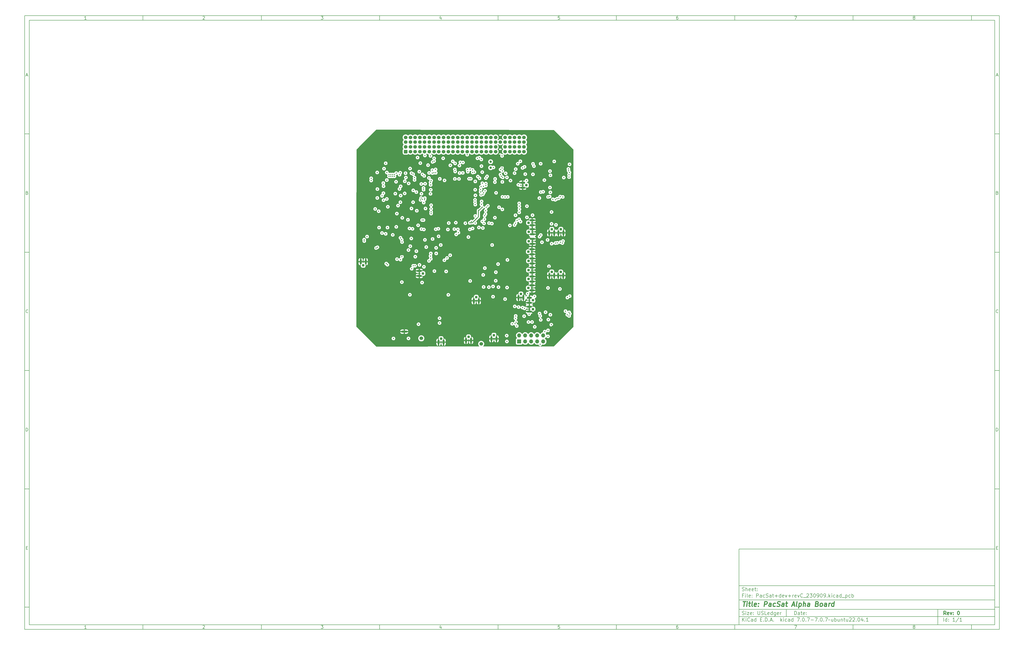
<source format=gbr>
%TF.GenerationSoftware,KiCad,Pcbnew,7.0.7-7.0.7~ubuntu22.04.1*%
%TF.CreationDate,2023-09-14T09:00:47-05:00*%
%TF.ProjectId,PacSat+dev+revC_230909,50616353-6174-42b6-9465-762b72657643,0*%
%TF.SameCoordinates,Original*%
%TF.FileFunction,Copper,L2,Inr*%
%TF.FilePolarity,Positive*%
%FSLAX46Y46*%
G04 Gerber Fmt 4.6, Leading zero omitted, Abs format (unit mm)*
G04 Created by KiCad (PCBNEW 7.0.7-7.0.7~ubuntu22.04.1) date 2023-09-14 09:00:47*
%MOMM*%
%LPD*%
G01*
G04 APERTURE LIST*
G04 Aperture macros list*
%AMRoundRect*
0 Rectangle with rounded corners*
0 $1 Rounding radius*
0 $2 $3 $4 $5 $6 $7 $8 $9 X,Y pos of 4 corners*
0 Add a 4 corners polygon primitive as box body*
4,1,4,$2,$3,$4,$5,$6,$7,$8,$9,$2,$3,0*
0 Add four circle primitives for the rounded corners*
1,1,$1+$1,$2,$3*
1,1,$1+$1,$4,$5*
1,1,$1+$1,$6,$7*
1,1,$1+$1,$8,$9*
0 Add four rect primitives between the rounded corners*
20,1,$1+$1,$2,$3,$4,$5,0*
20,1,$1+$1,$4,$5,$6,$7,0*
20,1,$1+$1,$6,$7,$8,$9,0*
20,1,$1+$1,$8,$9,$2,$3,0*%
G04 Aperture macros list end*
%ADD10C,0.100000*%
%ADD11C,0.150000*%
%ADD12C,0.300000*%
%ADD13C,0.400000*%
%TA.AperFunction,ComponentPad*%
%ADD14C,1.524000*%
%TD*%
%TA.AperFunction,ComponentPad*%
%ADD15C,6.350000*%
%TD*%
%TA.AperFunction,ComponentPad*%
%ADD16RoundRect,0.290840X-0.471160X-0.471160X0.471160X-0.471160X0.471160X0.471160X-0.471160X0.471160X0*%
%TD*%
%TA.AperFunction,ComponentPad*%
%ADD17C,1.016000*%
%TD*%
%TA.AperFunction,ComponentPad*%
%ADD18O,2.540000X0.889000*%
%TD*%
%TA.AperFunction,ComponentPad*%
%ADD19C,1.000000*%
%TD*%
%TA.AperFunction,ComponentPad*%
%ADD20R,1.700000X1.700000*%
%TD*%
%TA.AperFunction,ComponentPad*%
%ADD21O,1.700000X1.700000*%
%TD*%
%TA.AperFunction,ComponentPad*%
%ADD22RoundRect,0.254000X0.254000X-0.254000X0.254000X0.254000X-0.254000X0.254000X-0.254000X-0.254000X0*%
%TD*%
%TA.AperFunction,ComponentPad*%
%ADD23RoundRect,0.200000X0.200000X-0.800000X0.200000X0.800000X-0.200000X0.800000X-0.200000X-0.800000X0*%
%TD*%
%TA.AperFunction,ComponentPad*%
%ADD24RoundRect,0.254000X0.254000X0.254000X-0.254000X0.254000X-0.254000X-0.254000X0.254000X-0.254000X0*%
%TD*%
%TA.AperFunction,ComponentPad*%
%ADD25RoundRect,0.200000X0.800000X0.200000X-0.800000X0.200000X-0.800000X-0.200000X0.800000X-0.200000X0*%
%TD*%
%TA.AperFunction,ComponentPad*%
%ADD26RoundRect,0.254000X-0.254000X0.254000X-0.254000X-0.254000X0.254000X-0.254000X0.254000X0.254000X0*%
%TD*%
%TA.AperFunction,ComponentPad*%
%ADD27RoundRect,0.200000X-0.200000X0.800000X-0.200000X-0.800000X0.200000X-0.800000X0.200000X0.800000X0*%
%TD*%
%TA.AperFunction,ComponentPad*%
%ADD28RoundRect,0.254000X-0.254000X-0.254000X0.254000X-0.254000X0.254000X0.254000X-0.254000X0.254000X0*%
%TD*%
%TA.AperFunction,ComponentPad*%
%ADD29RoundRect,0.200000X-0.800000X-0.200000X0.800000X-0.200000X0.800000X0.200000X-0.800000X0.200000X0*%
%TD*%
%TA.AperFunction,ViaPad*%
%ADD30C,0.508000*%
%TD*%
%TA.AperFunction,Conductor*%
%ADD31C,0.203200*%
%TD*%
%TA.AperFunction,Conductor*%
%ADD32C,0.330200*%
%TD*%
%TA.AperFunction,Conductor*%
%ADD33C,0.152400*%
%TD*%
%TA.AperFunction,Conductor*%
%ADD34C,0.381000*%
%TD*%
%TA.AperFunction,Conductor*%
%ADD35C,0.304800*%
%TD*%
G04 APERTURE END LIST*
D10*
D11*
X311800000Y-235400000D02*
X419800000Y-235400000D01*
X419800000Y-267400000D01*
X311800000Y-267400000D01*
X311800000Y-235400000D01*
D10*
D11*
X10000000Y-10000000D02*
X421800000Y-10000000D01*
X421800000Y-269400000D01*
X10000000Y-269400000D01*
X10000000Y-10000000D01*
D10*
D11*
X12000000Y-12000000D02*
X419800000Y-12000000D01*
X419800000Y-267400000D01*
X12000000Y-267400000D01*
X12000000Y-12000000D01*
D10*
D11*
X60000000Y-12000000D02*
X60000000Y-10000000D01*
D10*
D11*
X110000000Y-12000000D02*
X110000000Y-10000000D01*
D10*
D11*
X160000000Y-12000000D02*
X160000000Y-10000000D01*
D10*
D11*
X210000000Y-12000000D02*
X210000000Y-10000000D01*
D10*
D11*
X260000000Y-12000000D02*
X260000000Y-10000000D01*
D10*
D11*
X310000000Y-12000000D02*
X310000000Y-10000000D01*
D10*
D11*
X360000000Y-12000000D02*
X360000000Y-10000000D01*
D10*
D11*
X410000000Y-12000000D02*
X410000000Y-10000000D01*
D10*
D11*
X36089160Y-11593604D02*
X35346303Y-11593604D01*
X35717731Y-11593604D02*
X35717731Y-10293604D01*
X35717731Y-10293604D02*
X35593922Y-10479319D01*
X35593922Y-10479319D02*
X35470112Y-10603128D01*
X35470112Y-10603128D02*
X35346303Y-10665033D01*
D10*
D11*
X85346303Y-10417414D02*
X85408207Y-10355509D01*
X85408207Y-10355509D02*
X85532017Y-10293604D01*
X85532017Y-10293604D02*
X85841541Y-10293604D01*
X85841541Y-10293604D02*
X85965350Y-10355509D01*
X85965350Y-10355509D02*
X86027255Y-10417414D01*
X86027255Y-10417414D02*
X86089160Y-10541223D01*
X86089160Y-10541223D02*
X86089160Y-10665033D01*
X86089160Y-10665033D02*
X86027255Y-10850747D01*
X86027255Y-10850747D02*
X85284398Y-11593604D01*
X85284398Y-11593604D02*
X86089160Y-11593604D01*
D10*
D11*
X135284398Y-10293604D02*
X136089160Y-10293604D01*
X136089160Y-10293604D02*
X135655826Y-10788842D01*
X135655826Y-10788842D02*
X135841541Y-10788842D01*
X135841541Y-10788842D02*
X135965350Y-10850747D01*
X135965350Y-10850747D02*
X136027255Y-10912652D01*
X136027255Y-10912652D02*
X136089160Y-11036461D01*
X136089160Y-11036461D02*
X136089160Y-11345985D01*
X136089160Y-11345985D02*
X136027255Y-11469795D01*
X136027255Y-11469795D02*
X135965350Y-11531700D01*
X135965350Y-11531700D02*
X135841541Y-11593604D01*
X135841541Y-11593604D02*
X135470112Y-11593604D01*
X135470112Y-11593604D02*
X135346303Y-11531700D01*
X135346303Y-11531700D02*
X135284398Y-11469795D01*
D10*
D11*
X185965350Y-10726938D02*
X185965350Y-11593604D01*
X185655826Y-10231700D02*
X185346303Y-11160271D01*
X185346303Y-11160271D02*
X186151064Y-11160271D01*
D10*
D11*
X236027255Y-10293604D02*
X235408207Y-10293604D01*
X235408207Y-10293604D02*
X235346303Y-10912652D01*
X235346303Y-10912652D02*
X235408207Y-10850747D01*
X235408207Y-10850747D02*
X235532017Y-10788842D01*
X235532017Y-10788842D02*
X235841541Y-10788842D01*
X235841541Y-10788842D02*
X235965350Y-10850747D01*
X235965350Y-10850747D02*
X236027255Y-10912652D01*
X236027255Y-10912652D02*
X236089160Y-11036461D01*
X236089160Y-11036461D02*
X236089160Y-11345985D01*
X236089160Y-11345985D02*
X236027255Y-11469795D01*
X236027255Y-11469795D02*
X235965350Y-11531700D01*
X235965350Y-11531700D02*
X235841541Y-11593604D01*
X235841541Y-11593604D02*
X235532017Y-11593604D01*
X235532017Y-11593604D02*
X235408207Y-11531700D01*
X235408207Y-11531700D02*
X235346303Y-11469795D01*
D10*
D11*
X285965350Y-10293604D02*
X285717731Y-10293604D01*
X285717731Y-10293604D02*
X285593922Y-10355509D01*
X285593922Y-10355509D02*
X285532017Y-10417414D01*
X285532017Y-10417414D02*
X285408207Y-10603128D01*
X285408207Y-10603128D02*
X285346303Y-10850747D01*
X285346303Y-10850747D02*
X285346303Y-11345985D01*
X285346303Y-11345985D02*
X285408207Y-11469795D01*
X285408207Y-11469795D02*
X285470112Y-11531700D01*
X285470112Y-11531700D02*
X285593922Y-11593604D01*
X285593922Y-11593604D02*
X285841541Y-11593604D01*
X285841541Y-11593604D02*
X285965350Y-11531700D01*
X285965350Y-11531700D02*
X286027255Y-11469795D01*
X286027255Y-11469795D02*
X286089160Y-11345985D01*
X286089160Y-11345985D02*
X286089160Y-11036461D01*
X286089160Y-11036461D02*
X286027255Y-10912652D01*
X286027255Y-10912652D02*
X285965350Y-10850747D01*
X285965350Y-10850747D02*
X285841541Y-10788842D01*
X285841541Y-10788842D02*
X285593922Y-10788842D01*
X285593922Y-10788842D02*
X285470112Y-10850747D01*
X285470112Y-10850747D02*
X285408207Y-10912652D01*
X285408207Y-10912652D02*
X285346303Y-11036461D01*
D10*
D11*
X335284398Y-10293604D02*
X336151064Y-10293604D01*
X336151064Y-10293604D02*
X335593922Y-11593604D01*
D10*
D11*
X385593922Y-10850747D02*
X385470112Y-10788842D01*
X385470112Y-10788842D02*
X385408207Y-10726938D01*
X385408207Y-10726938D02*
X385346303Y-10603128D01*
X385346303Y-10603128D02*
X385346303Y-10541223D01*
X385346303Y-10541223D02*
X385408207Y-10417414D01*
X385408207Y-10417414D02*
X385470112Y-10355509D01*
X385470112Y-10355509D02*
X385593922Y-10293604D01*
X385593922Y-10293604D02*
X385841541Y-10293604D01*
X385841541Y-10293604D02*
X385965350Y-10355509D01*
X385965350Y-10355509D02*
X386027255Y-10417414D01*
X386027255Y-10417414D02*
X386089160Y-10541223D01*
X386089160Y-10541223D02*
X386089160Y-10603128D01*
X386089160Y-10603128D02*
X386027255Y-10726938D01*
X386027255Y-10726938D02*
X385965350Y-10788842D01*
X385965350Y-10788842D02*
X385841541Y-10850747D01*
X385841541Y-10850747D02*
X385593922Y-10850747D01*
X385593922Y-10850747D02*
X385470112Y-10912652D01*
X385470112Y-10912652D02*
X385408207Y-10974557D01*
X385408207Y-10974557D02*
X385346303Y-11098366D01*
X385346303Y-11098366D02*
X385346303Y-11345985D01*
X385346303Y-11345985D02*
X385408207Y-11469795D01*
X385408207Y-11469795D02*
X385470112Y-11531700D01*
X385470112Y-11531700D02*
X385593922Y-11593604D01*
X385593922Y-11593604D02*
X385841541Y-11593604D01*
X385841541Y-11593604D02*
X385965350Y-11531700D01*
X385965350Y-11531700D02*
X386027255Y-11469795D01*
X386027255Y-11469795D02*
X386089160Y-11345985D01*
X386089160Y-11345985D02*
X386089160Y-11098366D01*
X386089160Y-11098366D02*
X386027255Y-10974557D01*
X386027255Y-10974557D02*
X385965350Y-10912652D01*
X385965350Y-10912652D02*
X385841541Y-10850747D01*
D10*
D11*
X60000000Y-267400000D02*
X60000000Y-269400000D01*
D10*
D11*
X110000000Y-267400000D02*
X110000000Y-269400000D01*
D10*
D11*
X160000000Y-267400000D02*
X160000000Y-269400000D01*
D10*
D11*
X210000000Y-267400000D02*
X210000000Y-269400000D01*
D10*
D11*
X260000000Y-267400000D02*
X260000000Y-269400000D01*
D10*
D11*
X310000000Y-267400000D02*
X310000000Y-269400000D01*
D10*
D11*
X360000000Y-267400000D02*
X360000000Y-269400000D01*
D10*
D11*
X410000000Y-267400000D02*
X410000000Y-269400000D01*
D10*
D11*
X36089160Y-268993604D02*
X35346303Y-268993604D01*
X35717731Y-268993604D02*
X35717731Y-267693604D01*
X35717731Y-267693604D02*
X35593922Y-267879319D01*
X35593922Y-267879319D02*
X35470112Y-268003128D01*
X35470112Y-268003128D02*
X35346303Y-268065033D01*
D10*
D11*
X85346303Y-267817414D02*
X85408207Y-267755509D01*
X85408207Y-267755509D02*
X85532017Y-267693604D01*
X85532017Y-267693604D02*
X85841541Y-267693604D01*
X85841541Y-267693604D02*
X85965350Y-267755509D01*
X85965350Y-267755509D02*
X86027255Y-267817414D01*
X86027255Y-267817414D02*
X86089160Y-267941223D01*
X86089160Y-267941223D02*
X86089160Y-268065033D01*
X86089160Y-268065033D02*
X86027255Y-268250747D01*
X86027255Y-268250747D02*
X85284398Y-268993604D01*
X85284398Y-268993604D02*
X86089160Y-268993604D01*
D10*
D11*
X135284398Y-267693604D02*
X136089160Y-267693604D01*
X136089160Y-267693604D02*
X135655826Y-268188842D01*
X135655826Y-268188842D02*
X135841541Y-268188842D01*
X135841541Y-268188842D02*
X135965350Y-268250747D01*
X135965350Y-268250747D02*
X136027255Y-268312652D01*
X136027255Y-268312652D02*
X136089160Y-268436461D01*
X136089160Y-268436461D02*
X136089160Y-268745985D01*
X136089160Y-268745985D02*
X136027255Y-268869795D01*
X136027255Y-268869795D02*
X135965350Y-268931700D01*
X135965350Y-268931700D02*
X135841541Y-268993604D01*
X135841541Y-268993604D02*
X135470112Y-268993604D01*
X135470112Y-268993604D02*
X135346303Y-268931700D01*
X135346303Y-268931700D02*
X135284398Y-268869795D01*
D10*
D11*
X185965350Y-268126938D02*
X185965350Y-268993604D01*
X185655826Y-267631700D02*
X185346303Y-268560271D01*
X185346303Y-268560271D02*
X186151064Y-268560271D01*
D10*
D11*
X236027255Y-267693604D02*
X235408207Y-267693604D01*
X235408207Y-267693604D02*
X235346303Y-268312652D01*
X235346303Y-268312652D02*
X235408207Y-268250747D01*
X235408207Y-268250747D02*
X235532017Y-268188842D01*
X235532017Y-268188842D02*
X235841541Y-268188842D01*
X235841541Y-268188842D02*
X235965350Y-268250747D01*
X235965350Y-268250747D02*
X236027255Y-268312652D01*
X236027255Y-268312652D02*
X236089160Y-268436461D01*
X236089160Y-268436461D02*
X236089160Y-268745985D01*
X236089160Y-268745985D02*
X236027255Y-268869795D01*
X236027255Y-268869795D02*
X235965350Y-268931700D01*
X235965350Y-268931700D02*
X235841541Y-268993604D01*
X235841541Y-268993604D02*
X235532017Y-268993604D01*
X235532017Y-268993604D02*
X235408207Y-268931700D01*
X235408207Y-268931700D02*
X235346303Y-268869795D01*
D10*
D11*
X285965350Y-267693604D02*
X285717731Y-267693604D01*
X285717731Y-267693604D02*
X285593922Y-267755509D01*
X285593922Y-267755509D02*
X285532017Y-267817414D01*
X285532017Y-267817414D02*
X285408207Y-268003128D01*
X285408207Y-268003128D02*
X285346303Y-268250747D01*
X285346303Y-268250747D02*
X285346303Y-268745985D01*
X285346303Y-268745985D02*
X285408207Y-268869795D01*
X285408207Y-268869795D02*
X285470112Y-268931700D01*
X285470112Y-268931700D02*
X285593922Y-268993604D01*
X285593922Y-268993604D02*
X285841541Y-268993604D01*
X285841541Y-268993604D02*
X285965350Y-268931700D01*
X285965350Y-268931700D02*
X286027255Y-268869795D01*
X286027255Y-268869795D02*
X286089160Y-268745985D01*
X286089160Y-268745985D02*
X286089160Y-268436461D01*
X286089160Y-268436461D02*
X286027255Y-268312652D01*
X286027255Y-268312652D02*
X285965350Y-268250747D01*
X285965350Y-268250747D02*
X285841541Y-268188842D01*
X285841541Y-268188842D02*
X285593922Y-268188842D01*
X285593922Y-268188842D02*
X285470112Y-268250747D01*
X285470112Y-268250747D02*
X285408207Y-268312652D01*
X285408207Y-268312652D02*
X285346303Y-268436461D01*
D10*
D11*
X335284398Y-267693604D02*
X336151064Y-267693604D01*
X336151064Y-267693604D02*
X335593922Y-268993604D01*
D10*
D11*
X385593922Y-268250747D02*
X385470112Y-268188842D01*
X385470112Y-268188842D02*
X385408207Y-268126938D01*
X385408207Y-268126938D02*
X385346303Y-268003128D01*
X385346303Y-268003128D02*
X385346303Y-267941223D01*
X385346303Y-267941223D02*
X385408207Y-267817414D01*
X385408207Y-267817414D02*
X385470112Y-267755509D01*
X385470112Y-267755509D02*
X385593922Y-267693604D01*
X385593922Y-267693604D02*
X385841541Y-267693604D01*
X385841541Y-267693604D02*
X385965350Y-267755509D01*
X385965350Y-267755509D02*
X386027255Y-267817414D01*
X386027255Y-267817414D02*
X386089160Y-267941223D01*
X386089160Y-267941223D02*
X386089160Y-268003128D01*
X386089160Y-268003128D02*
X386027255Y-268126938D01*
X386027255Y-268126938D02*
X385965350Y-268188842D01*
X385965350Y-268188842D02*
X385841541Y-268250747D01*
X385841541Y-268250747D02*
X385593922Y-268250747D01*
X385593922Y-268250747D02*
X385470112Y-268312652D01*
X385470112Y-268312652D02*
X385408207Y-268374557D01*
X385408207Y-268374557D02*
X385346303Y-268498366D01*
X385346303Y-268498366D02*
X385346303Y-268745985D01*
X385346303Y-268745985D02*
X385408207Y-268869795D01*
X385408207Y-268869795D02*
X385470112Y-268931700D01*
X385470112Y-268931700D02*
X385593922Y-268993604D01*
X385593922Y-268993604D02*
X385841541Y-268993604D01*
X385841541Y-268993604D02*
X385965350Y-268931700D01*
X385965350Y-268931700D02*
X386027255Y-268869795D01*
X386027255Y-268869795D02*
X386089160Y-268745985D01*
X386089160Y-268745985D02*
X386089160Y-268498366D01*
X386089160Y-268498366D02*
X386027255Y-268374557D01*
X386027255Y-268374557D02*
X385965350Y-268312652D01*
X385965350Y-268312652D02*
X385841541Y-268250747D01*
D10*
D11*
X10000000Y-60000000D02*
X12000000Y-60000000D01*
D10*
D11*
X10000000Y-110000000D02*
X12000000Y-110000000D01*
D10*
D11*
X10000000Y-160000000D02*
X12000000Y-160000000D01*
D10*
D11*
X10000000Y-210000000D02*
X12000000Y-210000000D01*
D10*
D11*
X10000000Y-260000000D02*
X12000000Y-260000000D01*
D10*
D11*
X10690476Y-35222176D02*
X11309523Y-35222176D01*
X10566666Y-35593604D02*
X10999999Y-34293604D01*
X10999999Y-34293604D02*
X11433333Y-35593604D01*
D10*
D11*
X11092857Y-84912652D02*
X11278571Y-84974557D01*
X11278571Y-84974557D02*
X11340476Y-85036461D01*
X11340476Y-85036461D02*
X11402380Y-85160271D01*
X11402380Y-85160271D02*
X11402380Y-85345985D01*
X11402380Y-85345985D02*
X11340476Y-85469795D01*
X11340476Y-85469795D02*
X11278571Y-85531700D01*
X11278571Y-85531700D02*
X11154761Y-85593604D01*
X11154761Y-85593604D02*
X10659523Y-85593604D01*
X10659523Y-85593604D02*
X10659523Y-84293604D01*
X10659523Y-84293604D02*
X11092857Y-84293604D01*
X11092857Y-84293604D02*
X11216666Y-84355509D01*
X11216666Y-84355509D02*
X11278571Y-84417414D01*
X11278571Y-84417414D02*
X11340476Y-84541223D01*
X11340476Y-84541223D02*
X11340476Y-84665033D01*
X11340476Y-84665033D02*
X11278571Y-84788842D01*
X11278571Y-84788842D02*
X11216666Y-84850747D01*
X11216666Y-84850747D02*
X11092857Y-84912652D01*
X11092857Y-84912652D02*
X10659523Y-84912652D01*
D10*
D11*
X11402380Y-135469795D02*
X11340476Y-135531700D01*
X11340476Y-135531700D02*
X11154761Y-135593604D01*
X11154761Y-135593604D02*
X11030952Y-135593604D01*
X11030952Y-135593604D02*
X10845238Y-135531700D01*
X10845238Y-135531700D02*
X10721428Y-135407890D01*
X10721428Y-135407890D02*
X10659523Y-135284080D01*
X10659523Y-135284080D02*
X10597619Y-135036461D01*
X10597619Y-135036461D02*
X10597619Y-134850747D01*
X10597619Y-134850747D02*
X10659523Y-134603128D01*
X10659523Y-134603128D02*
X10721428Y-134479319D01*
X10721428Y-134479319D02*
X10845238Y-134355509D01*
X10845238Y-134355509D02*
X11030952Y-134293604D01*
X11030952Y-134293604D02*
X11154761Y-134293604D01*
X11154761Y-134293604D02*
X11340476Y-134355509D01*
X11340476Y-134355509D02*
X11402380Y-134417414D01*
D10*
D11*
X10659523Y-185593604D02*
X10659523Y-184293604D01*
X10659523Y-184293604D02*
X10969047Y-184293604D01*
X10969047Y-184293604D02*
X11154761Y-184355509D01*
X11154761Y-184355509D02*
X11278571Y-184479319D01*
X11278571Y-184479319D02*
X11340476Y-184603128D01*
X11340476Y-184603128D02*
X11402380Y-184850747D01*
X11402380Y-184850747D02*
X11402380Y-185036461D01*
X11402380Y-185036461D02*
X11340476Y-185284080D01*
X11340476Y-185284080D02*
X11278571Y-185407890D01*
X11278571Y-185407890D02*
X11154761Y-185531700D01*
X11154761Y-185531700D02*
X10969047Y-185593604D01*
X10969047Y-185593604D02*
X10659523Y-185593604D01*
D10*
D11*
X10721428Y-234912652D02*
X11154762Y-234912652D01*
X11340476Y-235593604D02*
X10721428Y-235593604D01*
X10721428Y-235593604D02*
X10721428Y-234293604D01*
X10721428Y-234293604D02*
X11340476Y-234293604D01*
D10*
D11*
X421800000Y-60000000D02*
X419800000Y-60000000D01*
D10*
D11*
X421800000Y-110000000D02*
X419800000Y-110000000D01*
D10*
D11*
X421800000Y-160000000D02*
X419800000Y-160000000D01*
D10*
D11*
X421800000Y-210000000D02*
X419800000Y-210000000D01*
D10*
D11*
X421800000Y-260000000D02*
X419800000Y-260000000D01*
D10*
D11*
X420490476Y-35222176D02*
X421109523Y-35222176D01*
X420366666Y-35593604D02*
X420799999Y-34293604D01*
X420799999Y-34293604D02*
X421233333Y-35593604D01*
D10*
D11*
X420892857Y-84912652D02*
X421078571Y-84974557D01*
X421078571Y-84974557D02*
X421140476Y-85036461D01*
X421140476Y-85036461D02*
X421202380Y-85160271D01*
X421202380Y-85160271D02*
X421202380Y-85345985D01*
X421202380Y-85345985D02*
X421140476Y-85469795D01*
X421140476Y-85469795D02*
X421078571Y-85531700D01*
X421078571Y-85531700D02*
X420954761Y-85593604D01*
X420954761Y-85593604D02*
X420459523Y-85593604D01*
X420459523Y-85593604D02*
X420459523Y-84293604D01*
X420459523Y-84293604D02*
X420892857Y-84293604D01*
X420892857Y-84293604D02*
X421016666Y-84355509D01*
X421016666Y-84355509D02*
X421078571Y-84417414D01*
X421078571Y-84417414D02*
X421140476Y-84541223D01*
X421140476Y-84541223D02*
X421140476Y-84665033D01*
X421140476Y-84665033D02*
X421078571Y-84788842D01*
X421078571Y-84788842D02*
X421016666Y-84850747D01*
X421016666Y-84850747D02*
X420892857Y-84912652D01*
X420892857Y-84912652D02*
X420459523Y-84912652D01*
D10*
D11*
X421202380Y-135469795D02*
X421140476Y-135531700D01*
X421140476Y-135531700D02*
X420954761Y-135593604D01*
X420954761Y-135593604D02*
X420830952Y-135593604D01*
X420830952Y-135593604D02*
X420645238Y-135531700D01*
X420645238Y-135531700D02*
X420521428Y-135407890D01*
X420521428Y-135407890D02*
X420459523Y-135284080D01*
X420459523Y-135284080D02*
X420397619Y-135036461D01*
X420397619Y-135036461D02*
X420397619Y-134850747D01*
X420397619Y-134850747D02*
X420459523Y-134603128D01*
X420459523Y-134603128D02*
X420521428Y-134479319D01*
X420521428Y-134479319D02*
X420645238Y-134355509D01*
X420645238Y-134355509D02*
X420830952Y-134293604D01*
X420830952Y-134293604D02*
X420954761Y-134293604D01*
X420954761Y-134293604D02*
X421140476Y-134355509D01*
X421140476Y-134355509D02*
X421202380Y-134417414D01*
D10*
D11*
X420459523Y-185593604D02*
X420459523Y-184293604D01*
X420459523Y-184293604D02*
X420769047Y-184293604D01*
X420769047Y-184293604D02*
X420954761Y-184355509D01*
X420954761Y-184355509D02*
X421078571Y-184479319D01*
X421078571Y-184479319D02*
X421140476Y-184603128D01*
X421140476Y-184603128D02*
X421202380Y-184850747D01*
X421202380Y-184850747D02*
X421202380Y-185036461D01*
X421202380Y-185036461D02*
X421140476Y-185284080D01*
X421140476Y-185284080D02*
X421078571Y-185407890D01*
X421078571Y-185407890D02*
X420954761Y-185531700D01*
X420954761Y-185531700D02*
X420769047Y-185593604D01*
X420769047Y-185593604D02*
X420459523Y-185593604D01*
D10*
D11*
X420521428Y-234912652D02*
X420954762Y-234912652D01*
X421140476Y-235593604D02*
X420521428Y-235593604D01*
X420521428Y-235593604D02*
X420521428Y-234293604D01*
X420521428Y-234293604D02*
X421140476Y-234293604D01*
D10*
D11*
X335255826Y-263186128D02*
X335255826Y-261686128D01*
X335255826Y-261686128D02*
X335612969Y-261686128D01*
X335612969Y-261686128D02*
X335827255Y-261757557D01*
X335827255Y-261757557D02*
X335970112Y-261900414D01*
X335970112Y-261900414D02*
X336041541Y-262043271D01*
X336041541Y-262043271D02*
X336112969Y-262328985D01*
X336112969Y-262328985D02*
X336112969Y-262543271D01*
X336112969Y-262543271D02*
X336041541Y-262828985D01*
X336041541Y-262828985D02*
X335970112Y-262971842D01*
X335970112Y-262971842D02*
X335827255Y-263114700D01*
X335827255Y-263114700D02*
X335612969Y-263186128D01*
X335612969Y-263186128D02*
X335255826Y-263186128D01*
X337398684Y-263186128D02*
X337398684Y-262400414D01*
X337398684Y-262400414D02*
X337327255Y-262257557D01*
X337327255Y-262257557D02*
X337184398Y-262186128D01*
X337184398Y-262186128D02*
X336898684Y-262186128D01*
X336898684Y-262186128D02*
X336755826Y-262257557D01*
X337398684Y-263114700D02*
X337255826Y-263186128D01*
X337255826Y-263186128D02*
X336898684Y-263186128D01*
X336898684Y-263186128D02*
X336755826Y-263114700D01*
X336755826Y-263114700D02*
X336684398Y-262971842D01*
X336684398Y-262971842D02*
X336684398Y-262828985D01*
X336684398Y-262828985D02*
X336755826Y-262686128D01*
X336755826Y-262686128D02*
X336898684Y-262614700D01*
X336898684Y-262614700D02*
X337255826Y-262614700D01*
X337255826Y-262614700D02*
X337398684Y-262543271D01*
X337898684Y-262186128D02*
X338470112Y-262186128D01*
X338112969Y-261686128D02*
X338112969Y-262971842D01*
X338112969Y-262971842D02*
X338184398Y-263114700D01*
X338184398Y-263114700D02*
X338327255Y-263186128D01*
X338327255Y-263186128D02*
X338470112Y-263186128D01*
X339541541Y-263114700D02*
X339398684Y-263186128D01*
X339398684Y-263186128D02*
X339112970Y-263186128D01*
X339112970Y-263186128D02*
X338970112Y-263114700D01*
X338970112Y-263114700D02*
X338898684Y-262971842D01*
X338898684Y-262971842D02*
X338898684Y-262400414D01*
X338898684Y-262400414D02*
X338970112Y-262257557D01*
X338970112Y-262257557D02*
X339112970Y-262186128D01*
X339112970Y-262186128D02*
X339398684Y-262186128D01*
X339398684Y-262186128D02*
X339541541Y-262257557D01*
X339541541Y-262257557D02*
X339612970Y-262400414D01*
X339612970Y-262400414D02*
X339612970Y-262543271D01*
X339612970Y-262543271D02*
X338898684Y-262686128D01*
X340255826Y-263043271D02*
X340327255Y-263114700D01*
X340327255Y-263114700D02*
X340255826Y-263186128D01*
X340255826Y-263186128D02*
X340184398Y-263114700D01*
X340184398Y-263114700D02*
X340255826Y-263043271D01*
X340255826Y-263043271D02*
X340255826Y-263186128D01*
X340255826Y-262257557D02*
X340327255Y-262328985D01*
X340327255Y-262328985D02*
X340255826Y-262400414D01*
X340255826Y-262400414D02*
X340184398Y-262328985D01*
X340184398Y-262328985D02*
X340255826Y-262257557D01*
X340255826Y-262257557D02*
X340255826Y-262400414D01*
D10*
D11*
X311800000Y-263900000D02*
X419800000Y-263900000D01*
D10*
D11*
X313255826Y-265986128D02*
X313255826Y-264486128D01*
X314112969Y-265986128D02*
X313470112Y-265128985D01*
X314112969Y-264486128D02*
X313255826Y-265343271D01*
X314755826Y-265986128D02*
X314755826Y-264986128D01*
X314755826Y-264486128D02*
X314684398Y-264557557D01*
X314684398Y-264557557D02*
X314755826Y-264628985D01*
X314755826Y-264628985D02*
X314827255Y-264557557D01*
X314827255Y-264557557D02*
X314755826Y-264486128D01*
X314755826Y-264486128D02*
X314755826Y-264628985D01*
X316327255Y-265843271D02*
X316255827Y-265914700D01*
X316255827Y-265914700D02*
X316041541Y-265986128D01*
X316041541Y-265986128D02*
X315898684Y-265986128D01*
X315898684Y-265986128D02*
X315684398Y-265914700D01*
X315684398Y-265914700D02*
X315541541Y-265771842D01*
X315541541Y-265771842D02*
X315470112Y-265628985D01*
X315470112Y-265628985D02*
X315398684Y-265343271D01*
X315398684Y-265343271D02*
X315398684Y-265128985D01*
X315398684Y-265128985D02*
X315470112Y-264843271D01*
X315470112Y-264843271D02*
X315541541Y-264700414D01*
X315541541Y-264700414D02*
X315684398Y-264557557D01*
X315684398Y-264557557D02*
X315898684Y-264486128D01*
X315898684Y-264486128D02*
X316041541Y-264486128D01*
X316041541Y-264486128D02*
X316255827Y-264557557D01*
X316255827Y-264557557D02*
X316327255Y-264628985D01*
X317612970Y-265986128D02*
X317612970Y-265200414D01*
X317612970Y-265200414D02*
X317541541Y-265057557D01*
X317541541Y-265057557D02*
X317398684Y-264986128D01*
X317398684Y-264986128D02*
X317112970Y-264986128D01*
X317112970Y-264986128D02*
X316970112Y-265057557D01*
X317612970Y-265914700D02*
X317470112Y-265986128D01*
X317470112Y-265986128D02*
X317112970Y-265986128D01*
X317112970Y-265986128D02*
X316970112Y-265914700D01*
X316970112Y-265914700D02*
X316898684Y-265771842D01*
X316898684Y-265771842D02*
X316898684Y-265628985D01*
X316898684Y-265628985D02*
X316970112Y-265486128D01*
X316970112Y-265486128D02*
X317112970Y-265414700D01*
X317112970Y-265414700D02*
X317470112Y-265414700D01*
X317470112Y-265414700D02*
X317612970Y-265343271D01*
X318970113Y-265986128D02*
X318970113Y-264486128D01*
X318970113Y-265914700D02*
X318827255Y-265986128D01*
X318827255Y-265986128D02*
X318541541Y-265986128D01*
X318541541Y-265986128D02*
X318398684Y-265914700D01*
X318398684Y-265914700D02*
X318327255Y-265843271D01*
X318327255Y-265843271D02*
X318255827Y-265700414D01*
X318255827Y-265700414D02*
X318255827Y-265271842D01*
X318255827Y-265271842D02*
X318327255Y-265128985D01*
X318327255Y-265128985D02*
X318398684Y-265057557D01*
X318398684Y-265057557D02*
X318541541Y-264986128D01*
X318541541Y-264986128D02*
X318827255Y-264986128D01*
X318827255Y-264986128D02*
X318970113Y-265057557D01*
X320827255Y-265200414D02*
X321327255Y-265200414D01*
X321541541Y-265986128D02*
X320827255Y-265986128D01*
X320827255Y-265986128D02*
X320827255Y-264486128D01*
X320827255Y-264486128D02*
X321541541Y-264486128D01*
X322184398Y-265843271D02*
X322255827Y-265914700D01*
X322255827Y-265914700D02*
X322184398Y-265986128D01*
X322184398Y-265986128D02*
X322112970Y-265914700D01*
X322112970Y-265914700D02*
X322184398Y-265843271D01*
X322184398Y-265843271D02*
X322184398Y-265986128D01*
X322898684Y-265986128D02*
X322898684Y-264486128D01*
X322898684Y-264486128D02*
X323255827Y-264486128D01*
X323255827Y-264486128D02*
X323470113Y-264557557D01*
X323470113Y-264557557D02*
X323612970Y-264700414D01*
X323612970Y-264700414D02*
X323684399Y-264843271D01*
X323684399Y-264843271D02*
X323755827Y-265128985D01*
X323755827Y-265128985D02*
X323755827Y-265343271D01*
X323755827Y-265343271D02*
X323684399Y-265628985D01*
X323684399Y-265628985D02*
X323612970Y-265771842D01*
X323612970Y-265771842D02*
X323470113Y-265914700D01*
X323470113Y-265914700D02*
X323255827Y-265986128D01*
X323255827Y-265986128D02*
X322898684Y-265986128D01*
X324398684Y-265843271D02*
X324470113Y-265914700D01*
X324470113Y-265914700D02*
X324398684Y-265986128D01*
X324398684Y-265986128D02*
X324327256Y-265914700D01*
X324327256Y-265914700D02*
X324398684Y-265843271D01*
X324398684Y-265843271D02*
X324398684Y-265986128D01*
X325041542Y-265557557D02*
X325755828Y-265557557D01*
X324898685Y-265986128D02*
X325398685Y-264486128D01*
X325398685Y-264486128D02*
X325898685Y-265986128D01*
X326398684Y-265843271D02*
X326470113Y-265914700D01*
X326470113Y-265914700D02*
X326398684Y-265986128D01*
X326398684Y-265986128D02*
X326327256Y-265914700D01*
X326327256Y-265914700D02*
X326398684Y-265843271D01*
X326398684Y-265843271D02*
X326398684Y-265986128D01*
X329398684Y-265986128D02*
X329398684Y-264486128D01*
X329541542Y-265414700D02*
X329970113Y-265986128D01*
X329970113Y-264986128D02*
X329398684Y-265557557D01*
X330612970Y-265986128D02*
X330612970Y-264986128D01*
X330612970Y-264486128D02*
X330541542Y-264557557D01*
X330541542Y-264557557D02*
X330612970Y-264628985D01*
X330612970Y-264628985D02*
X330684399Y-264557557D01*
X330684399Y-264557557D02*
X330612970Y-264486128D01*
X330612970Y-264486128D02*
X330612970Y-264628985D01*
X331970114Y-265914700D02*
X331827256Y-265986128D01*
X331827256Y-265986128D02*
X331541542Y-265986128D01*
X331541542Y-265986128D02*
X331398685Y-265914700D01*
X331398685Y-265914700D02*
X331327256Y-265843271D01*
X331327256Y-265843271D02*
X331255828Y-265700414D01*
X331255828Y-265700414D02*
X331255828Y-265271842D01*
X331255828Y-265271842D02*
X331327256Y-265128985D01*
X331327256Y-265128985D02*
X331398685Y-265057557D01*
X331398685Y-265057557D02*
X331541542Y-264986128D01*
X331541542Y-264986128D02*
X331827256Y-264986128D01*
X331827256Y-264986128D02*
X331970114Y-265057557D01*
X333255828Y-265986128D02*
X333255828Y-265200414D01*
X333255828Y-265200414D02*
X333184399Y-265057557D01*
X333184399Y-265057557D02*
X333041542Y-264986128D01*
X333041542Y-264986128D02*
X332755828Y-264986128D01*
X332755828Y-264986128D02*
X332612970Y-265057557D01*
X333255828Y-265914700D02*
X333112970Y-265986128D01*
X333112970Y-265986128D02*
X332755828Y-265986128D01*
X332755828Y-265986128D02*
X332612970Y-265914700D01*
X332612970Y-265914700D02*
X332541542Y-265771842D01*
X332541542Y-265771842D02*
X332541542Y-265628985D01*
X332541542Y-265628985D02*
X332612970Y-265486128D01*
X332612970Y-265486128D02*
X332755828Y-265414700D01*
X332755828Y-265414700D02*
X333112970Y-265414700D01*
X333112970Y-265414700D02*
X333255828Y-265343271D01*
X334612971Y-265986128D02*
X334612971Y-264486128D01*
X334612971Y-265914700D02*
X334470113Y-265986128D01*
X334470113Y-265986128D02*
X334184399Y-265986128D01*
X334184399Y-265986128D02*
X334041542Y-265914700D01*
X334041542Y-265914700D02*
X333970113Y-265843271D01*
X333970113Y-265843271D02*
X333898685Y-265700414D01*
X333898685Y-265700414D02*
X333898685Y-265271842D01*
X333898685Y-265271842D02*
X333970113Y-265128985D01*
X333970113Y-265128985D02*
X334041542Y-265057557D01*
X334041542Y-265057557D02*
X334184399Y-264986128D01*
X334184399Y-264986128D02*
X334470113Y-264986128D01*
X334470113Y-264986128D02*
X334612971Y-265057557D01*
X336327256Y-264486128D02*
X337327256Y-264486128D01*
X337327256Y-264486128D02*
X336684399Y-265986128D01*
X337898684Y-265843271D02*
X337970113Y-265914700D01*
X337970113Y-265914700D02*
X337898684Y-265986128D01*
X337898684Y-265986128D02*
X337827256Y-265914700D01*
X337827256Y-265914700D02*
X337898684Y-265843271D01*
X337898684Y-265843271D02*
X337898684Y-265986128D01*
X338898685Y-264486128D02*
X339041542Y-264486128D01*
X339041542Y-264486128D02*
X339184399Y-264557557D01*
X339184399Y-264557557D02*
X339255828Y-264628985D01*
X339255828Y-264628985D02*
X339327256Y-264771842D01*
X339327256Y-264771842D02*
X339398685Y-265057557D01*
X339398685Y-265057557D02*
X339398685Y-265414700D01*
X339398685Y-265414700D02*
X339327256Y-265700414D01*
X339327256Y-265700414D02*
X339255828Y-265843271D01*
X339255828Y-265843271D02*
X339184399Y-265914700D01*
X339184399Y-265914700D02*
X339041542Y-265986128D01*
X339041542Y-265986128D02*
X338898685Y-265986128D01*
X338898685Y-265986128D02*
X338755828Y-265914700D01*
X338755828Y-265914700D02*
X338684399Y-265843271D01*
X338684399Y-265843271D02*
X338612970Y-265700414D01*
X338612970Y-265700414D02*
X338541542Y-265414700D01*
X338541542Y-265414700D02*
X338541542Y-265057557D01*
X338541542Y-265057557D02*
X338612970Y-264771842D01*
X338612970Y-264771842D02*
X338684399Y-264628985D01*
X338684399Y-264628985D02*
X338755828Y-264557557D01*
X338755828Y-264557557D02*
X338898685Y-264486128D01*
X340041541Y-265843271D02*
X340112970Y-265914700D01*
X340112970Y-265914700D02*
X340041541Y-265986128D01*
X340041541Y-265986128D02*
X339970113Y-265914700D01*
X339970113Y-265914700D02*
X340041541Y-265843271D01*
X340041541Y-265843271D02*
X340041541Y-265986128D01*
X340612970Y-264486128D02*
X341612970Y-264486128D01*
X341612970Y-264486128D02*
X340970113Y-265986128D01*
X342184398Y-265414700D02*
X343327256Y-265414700D01*
X343898684Y-264486128D02*
X344898684Y-264486128D01*
X344898684Y-264486128D02*
X344255827Y-265986128D01*
X345470112Y-265843271D02*
X345541541Y-265914700D01*
X345541541Y-265914700D02*
X345470112Y-265986128D01*
X345470112Y-265986128D02*
X345398684Y-265914700D01*
X345398684Y-265914700D02*
X345470112Y-265843271D01*
X345470112Y-265843271D02*
X345470112Y-265986128D01*
X346470113Y-264486128D02*
X346612970Y-264486128D01*
X346612970Y-264486128D02*
X346755827Y-264557557D01*
X346755827Y-264557557D02*
X346827256Y-264628985D01*
X346827256Y-264628985D02*
X346898684Y-264771842D01*
X346898684Y-264771842D02*
X346970113Y-265057557D01*
X346970113Y-265057557D02*
X346970113Y-265414700D01*
X346970113Y-265414700D02*
X346898684Y-265700414D01*
X346898684Y-265700414D02*
X346827256Y-265843271D01*
X346827256Y-265843271D02*
X346755827Y-265914700D01*
X346755827Y-265914700D02*
X346612970Y-265986128D01*
X346612970Y-265986128D02*
X346470113Y-265986128D01*
X346470113Y-265986128D02*
X346327256Y-265914700D01*
X346327256Y-265914700D02*
X346255827Y-265843271D01*
X346255827Y-265843271D02*
X346184398Y-265700414D01*
X346184398Y-265700414D02*
X346112970Y-265414700D01*
X346112970Y-265414700D02*
X346112970Y-265057557D01*
X346112970Y-265057557D02*
X346184398Y-264771842D01*
X346184398Y-264771842D02*
X346255827Y-264628985D01*
X346255827Y-264628985D02*
X346327256Y-264557557D01*
X346327256Y-264557557D02*
X346470113Y-264486128D01*
X347612969Y-265843271D02*
X347684398Y-265914700D01*
X347684398Y-265914700D02*
X347612969Y-265986128D01*
X347612969Y-265986128D02*
X347541541Y-265914700D01*
X347541541Y-265914700D02*
X347612969Y-265843271D01*
X347612969Y-265843271D02*
X347612969Y-265986128D01*
X348184398Y-264486128D02*
X349184398Y-264486128D01*
X349184398Y-264486128D02*
X348541541Y-265986128D01*
X349541541Y-265414700D02*
X349612969Y-265343271D01*
X349612969Y-265343271D02*
X349755826Y-265271842D01*
X349755826Y-265271842D02*
X350041541Y-265414700D01*
X350041541Y-265414700D02*
X350184398Y-265343271D01*
X350184398Y-265343271D02*
X350255826Y-265271842D01*
X351470113Y-264986128D02*
X351470113Y-265986128D01*
X350827255Y-264986128D02*
X350827255Y-265771842D01*
X350827255Y-265771842D02*
X350898684Y-265914700D01*
X350898684Y-265914700D02*
X351041541Y-265986128D01*
X351041541Y-265986128D02*
X351255827Y-265986128D01*
X351255827Y-265986128D02*
X351398684Y-265914700D01*
X351398684Y-265914700D02*
X351470113Y-265843271D01*
X352184398Y-265986128D02*
X352184398Y-264486128D01*
X352184398Y-265057557D02*
X352327256Y-264986128D01*
X352327256Y-264986128D02*
X352612970Y-264986128D01*
X352612970Y-264986128D02*
X352755827Y-265057557D01*
X352755827Y-265057557D02*
X352827256Y-265128985D01*
X352827256Y-265128985D02*
X352898684Y-265271842D01*
X352898684Y-265271842D02*
X352898684Y-265700414D01*
X352898684Y-265700414D02*
X352827256Y-265843271D01*
X352827256Y-265843271D02*
X352755827Y-265914700D01*
X352755827Y-265914700D02*
X352612970Y-265986128D01*
X352612970Y-265986128D02*
X352327256Y-265986128D01*
X352327256Y-265986128D02*
X352184398Y-265914700D01*
X354184399Y-264986128D02*
X354184399Y-265986128D01*
X353541541Y-264986128D02*
X353541541Y-265771842D01*
X353541541Y-265771842D02*
X353612970Y-265914700D01*
X353612970Y-265914700D02*
X353755827Y-265986128D01*
X353755827Y-265986128D02*
X353970113Y-265986128D01*
X353970113Y-265986128D02*
X354112970Y-265914700D01*
X354112970Y-265914700D02*
X354184399Y-265843271D01*
X354898684Y-264986128D02*
X354898684Y-265986128D01*
X354898684Y-265128985D02*
X354970113Y-265057557D01*
X354970113Y-265057557D02*
X355112970Y-264986128D01*
X355112970Y-264986128D02*
X355327256Y-264986128D01*
X355327256Y-264986128D02*
X355470113Y-265057557D01*
X355470113Y-265057557D02*
X355541542Y-265200414D01*
X355541542Y-265200414D02*
X355541542Y-265986128D01*
X356041542Y-264986128D02*
X356612970Y-264986128D01*
X356255827Y-264486128D02*
X356255827Y-265771842D01*
X356255827Y-265771842D02*
X356327256Y-265914700D01*
X356327256Y-265914700D02*
X356470113Y-265986128D01*
X356470113Y-265986128D02*
X356612970Y-265986128D01*
X357755828Y-264986128D02*
X357755828Y-265986128D01*
X357112970Y-264986128D02*
X357112970Y-265771842D01*
X357112970Y-265771842D02*
X357184399Y-265914700D01*
X357184399Y-265914700D02*
X357327256Y-265986128D01*
X357327256Y-265986128D02*
X357541542Y-265986128D01*
X357541542Y-265986128D02*
X357684399Y-265914700D01*
X357684399Y-265914700D02*
X357755828Y-265843271D01*
X358398685Y-264628985D02*
X358470113Y-264557557D01*
X358470113Y-264557557D02*
X358612971Y-264486128D01*
X358612971Y-264486128D02*
X358970113Y-264486128D01*
X358970113Y-264486128D02*
X359112971Y-264557557D01*
X359112971Y-264557557D02*
X359184399Y-264628985D01*
X359184399Y-264628985D02*
X359255828Y-264771842D01*
X359255828Y-264771842D02*
X359255828Y-264914700D01*
X359255828Y-264914700D02*
X359184399Y-265128985D01*
X359184399Y-265128985D02*
X358327256Y-265986128D01*
X358327256Y-265986128D02*
X359255828Y-265986128D01*
X359827256Y-264628985D02*
X359898684Y-264557557D01*
X359898684Y-264557557D02*
X360041542Y-264486128D01*
X360041542Y-264486128D02*
X360398684Y-264486128D01*
X360398684Y-264486128D02*
X360541542Y-264557557D01*
X360541542Y-264557557D02*
X360612970Y-264628985D01*
X360612970Y-264628985D02*
X360684399Y-264771842D01*
X360684399Y-264771842D02*
X360684399Y-264914700D01*
X360684399Y-264914700D02*
X360612970Y-265128985D01*
X360612970Y-265128985D02*
X359755827Y-265986128D01*
X359755827Y-265986128D02*
X360684399Y-265986128D01*
X361327255Y-265843271D02*
X361398684Y-265914700D01*
X361398684Y-265914700D02*
X361327255Y-265986128D01*
X361327255Y-265986128D02*
X361255827Y-265914700D01*
X361255827Y-265914700D02*
X361327255Y-265843271D01*
X361327255Y-265843271D02*
X361327255Y-265986128D01*
X362327256Y-264486128D02*
X362470113Y-264486128D01*
X362470113Y-264486128D02*
X362612970Y-264557557D01*
X362612970Y-264557557D02*
X362684399Y-264628985D01*
X362684399Y-264628985D02*
X362755827Y-264771842D01*
X362755827Y-264771842D02*
X362827256Y-265057557D01*
X362827256Y-265057557D02*
X362827256Y-265414700D01*
X362827256Y-265414700D02*
X362755827Y-265700414D01*
X362755827Y-265700414D02*
X362684399Y-265843271D01*
X362684399Y-265843271D02*
X362612970Y-265914700D01*
X362612970Y-265914700D02*
X362470113Y-265986128D01*
X362470113Y-265986128D02*
X362327256Y-265986128D01*
X362327256Y-265986128D02*
X362184399Y-265914700D01*
X362184399Y-265914700D02*
X362112970Y-265843271D01*
X362112970Y-265843271D02*
X362041541Y-265700414D01*
X362041541Y-265700414D02*
X361970113Y-265414700D01*
X361970113Y-265414700D02*
X361970113Y-265057557D01*
X361970113Y-265057557D02*
X362041541Y-264771842D01*
X362041541Y-264771842D02*
X362112970Y-264628985D01*
X362112970Y-264628985D02*
X362184399Y-264557557D01*
X362184399Y-264557557D02*
X362327256Y-264486128D01*
X364112970Y-264986128D02*
X364112970Y-265986128D01*
X363755827Y-264414700D02*
X363398684Y-265486128D01*
X363398684Y-265486128D02*
X364327255Y-265486128D01*
X364898683Y-265843271D02*
X364970112Y-265914700D01*
X364970112Y-265914700D02*
X364898683Y-265986128D01*
X364898683Y-265986128D02*
X364827255Y-265914700D01*
X364827255Y-265914700D02*
X364898683Y-265843271D01*
X364898683Y-265843271D02*
X364898683Y-265986128D01*
X366398684Y-265986128D02*
X365541541Y-265986128D01*
X365970112Y-265986128D02*
X365970112Y-264486128D01*
X365970112Y-264486128D02*
X365827255Y-264700414D01*
X365827255Y-264700414D02*
X365684398Y-264843271D01*
X365684398Y-264843271D02*
X365541541Y-264914700D01*
D10*
D11*
X311800000Y-260900000D02*
X419800000Y-260900000D01*
D10*
D12*
X399211653Y-263178328D02*
X398711653Y-262464042D01*
X398354510Y-263178328D02*
X398354510Y-261678328D01*
X398354510Y-261678328D02*
X398925939Y-261678328D01*
X398925939Y-261678328D02*
X399068796Y-261749757D01*
X399068796Y-261749757D02*
X399140225Y-261821185D01*
X399140225Y-261821185D02*
X399211653Y-261964042D01*
X399211653Y-261964042D02*
X399211653Y-262178328D01*
X399211653Y-262178328D02*
X399140225Y-262321185D01*
X399140225Y-262321185D02*
X399068796Y-262392614D01*
X399068796Y-262392614D02*
X398925939Y-262464042D01*
X398925939Y-262464042D02*
X398354510Y-262464042D01*
X400425939Y-263106900D02*
X400283082Y-263178328D01*
X400283082Y-263178328D02*
X399997368Y-263178328D01*
X399997368Y-263178328D02*
X399854510Y-263106900D01*
X399854510Y-263106900D02*
X399783082Y-262964042D01*
X399783082Y-262964042D02*
X399783082Y-262392614D01*
X399783082Y-262392614D02*
X399854510Y-262249757D01*
X399854510Y-262249757D02*
X399997368Y-262178328D01*
X399997368Y-262178328D02*
X400283082Y-262178328D01*
X400283082Y-262178328D02*
X400425939Y-262249757D01*
X400425939Y-262249757D02*
X400497368Y-262392614D01*
X400497368Y-262392614D02*
X400497368Y-262535471D01*
X400497368Y-262535471D02*
X399783082Y-262678328D01*
X400997367Y-262178328D02*
X401354510Y-263178328D01*
X401354510Y-263178328D02*
X401711653Y-262178328D01*
X402283081Y-263035471D02*
X402354510Y-263106900D01*
X402354510Y-263106900D02*
X402283081Y-263178328D01*
X402283081Y-263178328D02*
X402211653Y-263106900D01*
X402211653Y-263106900D02*
X402283081Y-263035471D01*
X402283081Y-263035471D02*
X402283081Y-263178328D01*
X402283081Y-262249757D02*
X402354510Y-262321185D01*
X402354510Y-262321185D02*
X402283081Y-262392614D01*
X402283081Y-262392614D02*
X402211653Y-262321185D01*
X402211653Y-262321185D02*
X402283081Y-262249757D01*
X402283081Y-262249757D02*
X402283081Y-262392614D01*
X404425939Y-261678328D02*
X404568796Y-261678328D01*
X404568796Y-261678328D02*
X404711653Y-261749757D01*
X404711653Y-261749757D02*
X404783082Y-261821185D01*
X404783082Y-261821185D02*
X404854510Y-261964042D01*
X404854510Y-261964042D02*
X404925939Y-262249757D01*
X404925939Y-262249757D02*
X404925939Y-262606900D01*
X404925939Y-262606900D02*
X404854510Y-262892614D01*
X404854510Y-262892614D02*
X404783082Y-263035471D01*
X404783082Y-263035471D02*
X404711653Y-263106900D01*
X404711653Y-263106900D02*
X404568796Y-263178328D01*
X404568796Y-263178328D02*
X404425939Y-263178328D01*
X404425939Y-263178328D02*
X404283082Y-263106900D01*
X404283082Y-263106900D02*
X404211653Y-263035471D01*
X404211653Y-263035471D02*
X404140224Y-262892614D01*
X404140224Y-262892614D02*
X404068796Y-262606900D01*
X404068796Y-262606900D02*
X404068796Y-262249757D01*
X404068796Y-262249757D02*
X404140224Y-261964042D01*
X404140224Y-261964042D02*
X404211653Y-261821185D01*
X404211653Y-261821185D02*
X404283082Y-261749757D01*
X404283082Y-261749757D02*
X404425939Y-261678328D01*
D10*
D11*
X313184398Y-263114700D02*
X313398684Y-263186128D01*
X313398684Y-263186128D02*
X313755826Y-263186128D01*
X313755826Y-263186128D02*
X313898684Y-263114700D01*
X313898684Y-263114700D02*
X313970112Y-263043271D01*
X313970112Y-263043271D02*
X314041541Y-262900414D01*
X314041541Y-262900414D02*
X314041541Y-262757557D01*
X314041541Y-262757557D02*
X313970112Y-262614700D01*
X313970112Y-262614700D02*
X313898684Y-262543271D01*
X313898684Y-262543271D02*
X313755826Y-262471842D01*
X313755826Y-262471842D02*
X313470112Y-262400414D01*
X313470112Y-262400414D02*
X313327255Y-262328985D01*
X313327255Y-262328985D02*
X313255826Y-262257557D01*
X313255826Y-262257557D02*
X313184398Y-262114700D01*
X313184398Y-262114700D02*
X313184398Y-261971842D01*
X313184398Y-261971842D02*
X313255826Y-261828985D01*
X313255826Y-261828985D02*
X313327255Y-261757557D01*
X313327255Y-261757557D02*
X313470112Y-261686128D01*
X313470112Y-261686128D02*
X313827255Y-261686128D01*
X313827255Y-261686128D02*
X314041541Y-261757557D01*
X314684397Y-263186128D02*
X314684397Y-262186128D01*
X314684397Y-261686128D02*
X314612969Y-261757557D01*
X314612969Y-261757557D02*
X314684397Y-261828985D01*
X314684397Y-261828985D02*
X314755826Y-261757557D01*
X314755826Y-261757557D02*
X314684397Y-261686128D01*
X314684397Y-261686128D02*
X314684397Y-261828985D01*
X315255826Y-262186128D02*
X316041541Y-262186128D01*
X316041541Y-262186128D02*
X315255826Y-263186128D01*
X315255826Y-263186128D02*
X316041541Y-263186128D01*
X317184398Y-263114700D02*
X317041541Y-263186128D01*
X317041541Y-263186128D02*
X316755827Y-263186128D01*
X316755827Y-263186128D02*
X316612969Y-263114700D01*
X316612969Y-263114700D02*
X316541541Y-262971842D01*
X316541541Y-262971842D02*
X316541541Y-262400414D01*
X316541541Y-262400414D02*
X316612969Y-262257557D01*
X316612969Y-262257557D02*
X316755827Y-262186128D01*
X316755827Y-262186128D02*
X317041541Y-262186128D01*
X317041541Y-262186128D02*
X317184398Y-262257557D01*
X317184398Y-262257557D02*
X317255827Y-262400414D01*
X317255827Y-262400414D02*
X317255827Y-262543271D01*
X317255827Y-262543271D02*
X316541541Y-262686128D01*
X317898683Y-263043271D02*
X317970112Y-263114700D01*
X317970112Y-263114700D02*
X317898683Y-263186128D01*
X317898683Y-263186128D02*
X317827255Y-263114700D01*
X317827255Y-263114700D02*
X317898683Y-263043271D01*
X317898683Y-263043271D02*
X317898683Y-263186128D01*
X317898683Y-262257557D02*
X317970112Y-262328985D01*
X317970112Y-262328985D02*
X317898683Y-262400414D01*
X317898683Y-262400414D02*
X317827255Y-262328985D01*
X317827255Y-262328985D02*
X317898683Y-262257557D01*
X317898683Y-262257557D02*
X317898683Y-262400414D01*
X319755826Y-261686128D02*
X319755826Y-262900414D01*
X319755826Y-262900414D02*
X319827255Y-263043271D01*
X319827255Y-263043271D02*
X319898684Y-263114700D01*
X319898684Y-263114700D02*
X320041541Y-263186128D01*
X320041541Y-263186128D02*
X320327255Y-263186128D01*
X320327255Y-263186128D02*
X320470112Y-263114700D01*
X320470112Y-263114700D02*
X320541541Y-263043271D01*
X320541541Y-263043271D02*
X320612969Y-262900414D01*
X320612969Y-262900414D02*
X320612969Y-261686128D01*
X321255827Y-263114700D02*
X321470113Y-263186128D01*
X321470113Y-263186128D02*
X321827255Y-263186128D01*
X321827255Y-263186128D02*
X321970113Y-263114700D01*
X321970113Y-263114700D02*
X322041541Y-263043271D01*
X322041541Y-263043271D02*
X322112970Y-262900414D01*
X322112970Y-262900414D02*
X322112970Y-262757557D01*
X322112970Y-262757557D02*
X322041541Y-262614700D01*
X322041541Y-262614700D02*
X321970113Y-262543271D01*
X321970113Y-262543271D02*
X321827255Y-262471842D01*
X321827255Y-262471842D02*
X321541541Y-262400414D01*
X321541541Y-262400414D02*
X321398684Y-262328985D01*
X321398684Y-262328985D02*
X321327255Y-262257557D01*
X321327255Y-262257557D02*
X321255827Y-262114700D01*
X321255827Y-262114700D02*
X321255827Y-261971842D01*
X321255827Y-261971842D02*
X321327255Y-261828985D01*
X321327255Y-261828985D02*
X321398684Y-261757557D01*
X321398684Y-261757557D02*
X321541541Y-261686128D01*
X321541541Y-261686128D02*
X321898684Y-261686128D01*
X321898684Y-261686128D02*
X322112970Y-261757557D01*
X323470112Y-263186128D02*
X322755826Y-263186128D01*
X322755826Y-263186128D02*
X322755826Y-261686128D01*
X324541541Y-263114700D02*
X324398684Y-263186128D01*
X324398684Y-263186128D02*
X324112970Y-263186128D01*
X324112970Y-263186128D02*
X323970112Y-263114700D01*
X323970112Y-263114700D02*
X323898684Y-262971842D01*
X323898684Y-262971842D02*
X323898684Y-262400414D01*
X323898684Y-262400414D02*
X323970112Y-262257557D01*
X323970112Y-262257557D02*
X324112970Y-262186128D01*
X324112970Y-262186128D02*
X324398684Y-262186128D01*
X324398684Y-262186128D02*
X324541541Y-262257557D01*
X324541541Y-262257557D02*
X324612970Y-262400414D01*
X324612970Y-262400414D02*
X324612970Y-262543271D01*
X324612970Y-262543271D02*
X323898684Y-262686128D01*
X325898684Y-263186128D02*
X325898684Y-261686128D01*
X325898684Y-263114700D02*
X325755826Y-263186128D01*
X325755826Y-263186128D02*
X325470112Y-263186128D01*
X325470112Y-263186128D02*
X325327255Y-263114700D01*
X325327255Y-263114700D02*
X325255826Y-263043271D01*
X325255826Y-263043271D02*
X325184398Y-262900414D01*
X325184398Y-262900414D02*
X325184398Y-262471842D01*
X325184398Y-262471842D02*
X325255826Y-262328985D01*
X325255826Y-262328985D02*
X325327255Y-262257557D01*
X325327255Y-262257557D02*
X325470112Y-262186128D01*
X325470112Y-262186128D02*
X325755826Y-262186128D01*
X325755826Y-262186128D02*
X325898684Y-262257557D01*
X327255827Y-262186128D02*
X327255827Y-263400414D01*
X327255827Y-263400414D02*
X327184398Y-263543271D01*
X327184398Y-263543271D02*
X327112969Y-263614700D01*
X327112969Y-263614700D02*
X326970112Y-263686128D01*
X326970112Y-263686128D02*
X326755827Y-263686128D01*
X326755827Y-263686128D02*
X326612969Y-263614700D01*
X327255827Y-263114700D02*
X327112969Y-263186128D01*
X327112969Y-263186128D02*
X326827255Y-263186128D01*
X326827255Y-263186128D02*
X326684398Y-263114700D01*
X326684398Y-263114700D02*
X326612969Y-263043271D01*
X326612969Y-263043271D02*
X326541541Y-262900414D01*
X326541541Y-262900414D02*
X326541541Y-262471842D01*
X326541541Y-262471842D02*
X326612969Y-262328985D01*
X326612969Y-262328985D02*
X326684398Y-262257557D01*
X326684398Y-262257557D02*
X326827255Y-262186128D01*
X326827255Y-262186128D02*
X327112969Y-262186128D01*
X327112969Y-262186128D02*
X327255827Y-262257557D01*
X328541541Y-263114700D02*
X328398684Y-263186128D01*
X328398684Y-263186128D02*
X328112970Y-263186128D01*
X328112970Y-263186128D02*
X327970112Y-263114700D01*
X327970112Y-263114700D02*
X327898684Y-262971842D01*
X327898684Y-262971842D02*
X327898684Y-262400414D01*
X327898684Y-262400414D02*
X327970112Y-262257557D01*
X327970112Y-262257557D02*
X328112970Y-262186128D01*
X328112970Y-262186128D02*
X328398684Y-262186128D01*
X328398684Y-262186128D02*
X328541541Y-262257557D01*
X328541541Y-262257557D02*
X328612970Y-262400414D01*
X328612970Y-262400414D02*
X328612970Y-262543271D01*
X328612970Y-262543271D02*
X327898684Y-262686128D01*
X329255826Y-263186128D02*
X329255826Y-262186128D01*
X329255826Y-262471842D02*
X329327255Y-262328985D01*
X329327255Y-262328985D02*
X329398684Y-262257557D01*
X329398684Y-262257557D02*
X329541541Y-262186128D01*
X329541541Y-262186128D02*
X329684398Y-262186128D01*
D10*
D11*
X398255826Y-265986128D02*
X398255826Y-264486128D01*
X399612970Y-265986128D02*
X399612970Y-264486128D01*
X399612970Y-265914700D02*
X399470112Y-265986128D01*
X399470112Y-265986128D02*
X399184398Y-265986128D01*
X399184398Y-265986128D02*
X399041541Y-265914700D01*
X399041541Y-265914700D02*
X398970112Y-265843271D01*
X398970112Y-265843271D02*
X398898684Y-265700414D01*
X398898684Y-265700414D02*
X398898684Y-265271842D01*
X398898684Y-265271842D02*
X398970112Y-265128985D01*
X398970112Y-265128985D02*
X399041541Y-265057557D01*
X399041541Y-265057557D02*
X399184398Y-264986128D01*
X399184398Y-264986128D02*
X399470112Y-264986128D01*
X399470112Y-264986128D02*
X399612970Y-265057557D01*
X400327255Y-265843271D02*
X400398684Y-265914700D01*
X400398684Y-265914700D02*
X400327255Y-265986128D01*
X400327255Y-265986128D02*
X400255827Y-265914700D01*
X400255827Y-265914700D02*
X400327255Y-265843271D01*
X400327255Y-265843271D02*
X400327255Y-265986128D01*
X400327255Y-265057557D02*
X400398684Y-265128985D01*
X400398684Y-265128985D02*
X400327255Y-265200414D01*
X400327255Y-265200414D02*
X400255827Y-265128985D01*
X400255827Y-265128985D02*
X400327255Y-265057557D01*
X400327255Y-265057557D02*
X400327255Y-265200414D01*
X402970113Y-265986128D02*
X402112970Y-265986128D01*
X402541541Y-265986128D02*
X402541541Y-264486128D01*
X402541541Y-264486128D02*
X402398684Y-264700414D01*
X402398684Y-264700414D02*
X402255827Y-264843271D01*
X402255827Y-264843271D02*
X402112970Y-264914700D01*
X404684398Y-264414700D02*
X403398684Y-266343271D01*
X405970113Y-265986128D02*
X405112970Y-265986128D01*
X405541541Y-265986128D02*
X405541541Y-264486128D01*
X405541541Y-264486128D02*
X405398684Y-264700414D01*
X405398684Y-264700414D02*
X405255827Y-264843271D01*
X405255827Y-264843271D02*
X405112970Y-264914700D01*
D10*
D11*
X311800000Y-256900000D02*
X419800000Y-256900000D01*
D10*
D13*
X313491728Y-257604438D02*
X314634585Y-257604438D01*
X313813157Y-259604438D02*
X314063157Y-257604438D01*
X315051252Y-259604438D02*
X315217919Y-258271104D01*
X315301252Y-257604438D02*
X315194109Y-257699676D01*
X315194109Y-257699676D02*
X315277443Y-257794914D01*
X315277443Y-257794914D02*
X315384586Y-257699676D01*
X315384586Y-257699676D02*
X315301252Y-257604438D01*
X315301252Y-257604438D02*
X315277443Y-257794914D01*
X315884586Y-258271104D02*
X316646490Y-258271104D01*
X316253633Y-257604438D02*
X316039348Y-259318723D01*
X316039348Y-259318723D02*
X316110776Y-259509200D01*
X316110776Y-259509200D02*
X316289348Y-259604438D01*
X316289348Y-259604438D02*
X316479824Y-259604438D01*
X317432205Y-259604438D02*
X317253633Y-259509200D01*
X317253633Y-259509200D02*
X317182205Y-259318723D01*
X317182205Y-259318723D02*
X317396490Y-257604438D01*
X318967919Y-259509200D02*
X318765538Y-259604438D01*
X318765538Y-259604438D02*
X318384585Y-259604438D01*
X318384585Y-259604438D02*
X318206014Y-259509200D01*
X318206014Y-259509200D02*
X318134585Y-259318723D01*
X318134585Y-259318723D02*
X318229824Y-258556819D01*
X318229824Y-258556819D02*
X318348871Y-258366342D01*
X318348871Y-258366342D02*
X318551252Y-258271104D01*
X318551252Y-258271104D02*
X318932204Y-258271104D01*
X318932204Y-258271104D02*
X319110776Y-258366342D01*
X319110776Y-258366342D02*
X319182204Y-258556819D01*
X319182204Y-258556819D02*
X319158395Y-258747295D01*
X319158395Y-258747295D02*
X318182204Y-258937771D01*
X319932205Y-259413961D02*
X320015538Y-259509200D01*
X320015538Y-259509200D02*
X319908395Y-259604438D01*
X319908395Y-259604438D02*
X319825062Y-259509200D01*
X319825062Y-259509200D02*
X319932205Y-259413961D01*
X319932205Y-259413961D02*
X319908395Y-259604438D01*
X320063157Y-258366342D02*
X320146490Y-258461580D01*
X320146490Y-258461580D02*
X320039348Y-258556819D01*
X320039348Y-258556819D02*
X319956014Y-258461580D01*
X319956014Y-258461580D02*
X320063157Y-258366342D01*
X320063157Y-258366342D02*
X320039348Y-258556819D01*
X322384586Y-259604438D02*
X322634586Y-257604438D01*
X322634586Y-257604438D02*
X323396491Y-257604438D01*
X323396491Y-257604438D02*
X323575062Y-257699676D01*
X323575062Y-257699676D02*
X323658396Y-257794914D01*
X323658396Y-257794914D02*
X323729824Y-257985390D01*
X323729824Y-257985390D02*
X323694110Y-258271104D01*
X323694110Y-258271104D02*
X323575062Y-258461580D01*
X323575062Y-258461580D02*
X323467920Y-258556819D01*
X323467920Y-258556819D02*
X323265539Y-258652057D01*
X323265539Y-258652057D02*
X322503634Y-258652057D01*
X325241729Y-259604438D02*
X325372681Y-258556819D01*
X325372681Y-258556819D02*
X325301253Y-258366342D01*
X325301253Y-258366342D02*
X325122681Y-258271104D01*
X325122681Y-258271104D02*
X324741729Y-258271104D01*
X324741729Y-258271104D02*
X324539348Y-258366342D01*
X325253634Y-259509200D02*
X325051253Y-259604438D01*
X325051253Y-259604438D02*
X324575062Y-259604438D01*
X324575062Y-259604438D02*
X324396491Y-259509200D01*
X324396491Y-259509200D02*
X324325062Y-259318723D01*
X324325062Y-259318723D02*
X324348872Y-259128247D01*
X324348872Y-259128247D02*
X324467920Y-258937771D01*
X324467920Y-258937771D02*
X324670301Y-258842533D01*
X324670301Y-258842533D02*
X325146491Y-258842533D01*
X325146491Y-258842533D02*
X325348872Y-258747295D01*
X327063158Y-259509200D02*
X326860777Y-259604438D01*
X326860777Y-259604438D02*
X326479825Y-259604438D01*
X326479825Y-259604438D02*
X326301253Y-259509200D01*
X326301253Y-259509200D02*
X326217920Y-259413961D01*
X326217920Y-259413961D02*
X326146491Y-259223485D01*
X326146491Y-259223485D02*
X326217920Y-258652057D01*
X326217920Y-258652057D02*
X326336967Y-258461580D01*
X326336967Y-258461580D02*
X326444110Y-258366342D01*
X326444110Y-258366342D02*
X326646491Y-258271104D01*
X326646491Y-258271104D02*
X327027444Y-258271104D01*
X327027444Y-258271104D02*
X327206015Y-258366342D01*
X327825063Y-259509200D02*
X328098872Y-259604438D01*
X328098872Y-259604438D02*
X328575063Y-259604438D01*
X328575063Y-259604438D02*
X328777444Y-259509200D01*
X328777444Y-259509200D02*
X328884587Y-259413961D01*
X328884587Y-259413961D02*
X329003634Y-259223485D01*
X329003634Y-259223485D02*
X329027444Y-259033009D01*
X329027444Y-259033009D02*
X328956015Y-258842533D01*
X328956015Y-258842533D02*
X328872682Y-258747295D01*
X328872682Y-258747295D02*
X328694111Y-258652057D01*
X328694111Y-258652057D02*
X328325063Y-258556819D01*
X328325063Y-258556819D02*
X328146491Y-258461580D01*
X328146491Y-258461580D02*
X328063158Y-258366342D01*
X328063158Y-258366342D02*
X327991730Y-258175866D01*
X327991730Y-258175866D02*
X328015539Y-257985390D01*
X328015539Y-257985390D02*
X328134587Y-257794914D01*
X328134587Y-257794914D02*
X328241730Y-257699676D01*
X328241730Y-257699676D02*
X328444111Y-257604438D01*
X328444111Y-257604438D02*
X328920301Y-257604438D01*
X328920301Y-257604438D02*
X329194111Y-257699676D01*
X330670301Y-259604438D02*
X330801253Y-258556819D01*
X330801253Y-258556819D02*
X330729825Y-258366342D01*
X330729825Y-258366342D02*
X330551253Y-258271104D01*
X330551253Y-258271104D02*
X330170301Y-258271104D01*
X330170301Y-258271104D02*
X329967920Y-258366342D01*
X330682206Y-259509200D02*
X330479825Y-259604438D01*
X330479825Y-259604438D02*
X330003634Y-259604438D01*
X330003634Y-259604438D02*
X329825063Y-259509200D01*
X329825063Y-259509200D02*
X329753634Y-259318723D01*
X329753634Y-259318723D02*
X329777444Y-259128247D01*
X329777444Y-259128247D02*
X329896492Y-258937771D01*
X329896492Y-258937771D02*
X330098873Y-258842533D01*
X330098873Y-258842533D02*
X330575063Y-258842533D01*
X330575063Y-258842533D02*
X330777444Y-258747295D01*
X331503635Y-258271104D02*
X332265539Y-258271104D01*
X331872682Y-257604438D02*
X331658397Y-259318723D01*
X331658397Y-259318723D02*
X331729825Y-259509200D01*
X331729825Y-259509200D02*
X331908397Y-259604438D01*
X331908397Y-259604438D02*
X332098873Y-259604438D01*
X334265540Y-259033009D02*
X335217921Y-259033009D01*
X334003635Y-259604438D02*
X334920302Y-257604438D01*
X334920302Y-257604438D02*
X335336968Y-259604438D01*
X336289350Y-259604438D02*
X336110778Y-259509200D01*
X336110778Y-259509200D02*
X336039350Y-259318723D01*
X336039350Y-259318723D02*
X336253635Y-257604438D01*
X337217921Y-258271104D02*
X336967921Y-260271104D01*
X337206016Y-258366342D02*
X337408397Y-258271104D01*
X337408397Y-258271104D02*
X337789349Y-258271104D01*
X337789349Y-258271104D02*
X337967921Y-258366342D01*
X337967921Y-258366342D02*
X338051254Y-258461580D01*
X338051254Y-258461580D02*
X338122683Y-258652057D01*
X338122683Y-258652057D02*
X338051254Y-259223485D01*
X338051254Y-259223485D02*
X337932207Y-259413961D01*
X337932207Y-259413961D02*
X337825064Y-259509200D01*
X337825064Y-259509200D02*
X337622683Y-259604438D01*
X337622683Y-259604438D02*
X337241730Y-259604438D01*
X337241730Y-259604438D02*
X337063159Y-259509200D01*
X338860778Y-259604438D02*
X339110778Y-257604438D01*
X339717921Y-259604438D02*
X339848873Y-258556819D01*
X339848873Y-258556819D02*
X339777445Y-258366342D01*
X339777445Y-258366342D02*
X339598873Y-258271104D01*
X339598873Y-258271104D02*
X339313159Y-258271104D01*
X339313159Y-258271104D02*
X339110778Y-258366342D01*
X339110778Y-258366342D02*
X339003635Y-258461580D01*
X341527445Y-259604438D02*
X341658397Y-258556819D01*
X341658397Y-258556819D02*
X341586969Y-258366342D01*
X341586969Y-258366342D02*
X341408397Y-258271104D01*
X341408397Y-258271104D02*
X341027445Y-258271104D01*
X341027445Y-258271104D02*
X340825064Y-258366342D01*
X341539350Y-259509200D02*
X341336969Y-259604438D01*
X341336969Y-259604438D02*
X340860778Y-259604438D01*
X340860778Y-259604438D02*
X340682207Y-259509200D01*
X340682207Y-259509200D02*
X340610778Y-259318723D01*
X340610778Y-259318723D02*
X340634588Y-259128247D01*
X340634588Y-259128247D02*
X340753636Y-258937771D01*
X340753636Y-258937771D02*
X340956017Y-258842533D01*
X340956017Y-258842533D02*
X341432207Y-258842533D01*
X341432207Y-258842533D02*
X341634588Y-258747295D01*
X344801255Y-258556819D02*
X345075065Y-258652057D01*
X345075065Y-258652057D02*
X345158398Y-258747295D01*
X345158398Y-258747295D02*
X345229827Y-258937771D01*
X345229827Y-258937771D02*
X345194112Y-259223485D01*
X345194112Y-259223485D02*
X345075065Y-259413961D01*
X345075065Y-259413961D02*
X344967922Y-259509200D01*
X344967922Y-259509200D02*
X344765541Y-259604438D01*
X344765541Y-259604438D02*
X344003636Y-259604438D01*
X344003636Y-259604438D02*
X344253636Y-257604438D01*
X344253636Y-257604438D02*
X344920303Y-257604438D01*
X344920303Y-257604438D02*
X345098874Y-257699676D01*
X345098874Y-257699676D02*
X345182208Y-257794914D01*
X345182208Y-257794914D02*
X345253636Y-257985390D01*
X345253636Y-257985390D02*
X345229827Y-258175866D01*
X345229827Y-258175866D02*
X345110779Y-258366342D01*
X345110779Y-258366342D02*
X345003636Y-258461580D01*
X345003636Y-258461580D02*
X344801255Y-258556819D01*
X344801255Y-258556819D02*
X344134589Y-258556819D01*
X346289351Y-259604438D02*
X346110779Y-259509200D01*
X346110779Y-259509200D02*
X346027446Y-259413961D01*
X346027446Y-259413961D02*
X345956017Y-259223485D01*
X345956017Y-259223485D02*
X346027446Y-258652057D01*
X346027446Y-258652057D02*
X346146493Y-258461580D01*
X346146493Y-258461580D02*
X346253636Y-258366342D01*
X346253636Y-258366342D02*
X346456017Y-258271104D01*
X346456017Y-258271104D02*
X346741731Y-258271104D01*
X346741731Y-258271104D02*
X346920303Y-258366342D01*
X346920303Y-258366342D02*
X347003636Y-258461580D01*
X347003636Y-258461580D02*
X347075065Y-258652057D01*
X347075065Y-258652057D02*
X347003636Y-259223485D01*
X347003636Y-259223485D02*
X346884589Y-259413961D01*
X346884589Y-259413961D02*
X346777446Y-259509200D01*
X346777446Y-259509200D02*
X346575065Y-259604438D01*
X346575065Y-259604438D02*
X346289351Y-259604438D01*
X348670303Y-259604438D02*
X348801255Y-258556819D01*
X348801255Y-258556819D02*
X348729827Y-258366342D01*
X348729827Y-258366342D02*
X348551255Y-258271104D01*
X348551255Y-258271104D02*
X348170303Y-258271104D01*
X348170303Y-258271104D02*
X347967922Y-258366342D01*
X348682208Y-259509200D02*
X348479827Y-259604438D01*
X348479827Y-259604438D02*
X348003636Y-259604438D01*
X348003636Y-259604438D02*
X347825065Y-259509200D01*
X347825065Y-259509200D02*
X347753636Y-259318723D01*
X347753636Y-259318723D02*
X347777446Y-259128247D01*
X347777446Y-259128247D02*
X347896494Y-258937771D01*
X347896494Y-258937771D02*
X348098875Y-258842533D01*
X348098875Y-258842533D02*
X348575065Y-258842533D01*
X348575065Y-258842533D02*
X348777446Y-258747295D01*
X349622684Y-259604438D02*
X349789351Y-258271104D01*
X349741732Y-258652057D02*
X349860779Y-258461580D01*
X349860779Y-258461580D02*
X349967922Y-258366342D01*
X349967922Y-258366342D02*
X350170303Y-258271104D01*
X350170303Y-258271104D02*
X350360779Y-258271104D01*
X351717922Y-259604438D02*
X351967922Y-257604438D01*
X351729827Y-259509200D02*
X351527446Y-259604438D01*
X351527446Y-259604438D02*
X351146494Y-259604438D01*
X351146494Y-259604438D02*
X350967922Y-259509200D01*
X350967922Y-259509200D02*
X350884589Y-259413961D01*
X350884589Y-259413961D02*
X350813160Y-259223485D01*
X350813160Y-259223485D02*
X350884589Y-258652057D01*
X350884589Y-258652057D02*
X351003636Y-258461580D01*
X351003636Y-258461580D02*
X351110779Y-258366342D01*
X351110779Y-258366342D02*
X351313160Y-258271104D01*
X351313160Y-258271104D02*
X351694113Y-258271104D01*
X351694113Y-258271104D02*
X351872684Y-258366342D01*
D10*
D11*
X313755826Y-255000414D02*
X313255826Y-255000414D01*
X313255826Y-255786128D02*
X313255826Y-254286128D01*
X313255826Y-254286128D02*
X313970112Y-254286128D01*
X314541540Y-255786128D02*
X314541540Y-254786128D01*
X314541540Y-254286128D02*
X314470112Y-254357557D01*
X314470112Y-254357557D02*
X314541540Y-254428985D01*
X314541540Y-254428985D02*
X314612969Y-254357557D01*
X314612969Y-254357557D02*
X314541540Y-254286128D01*
X314541540Y-254286128D02*
X314541540Y-254428985D01*
X315470112Y-255786128D02*
X315327255Y-255714700D01*
X315327255Y-255714700D02*
X315255826Y-255571842D01*
X315255826Y-255571842D02*
X315255826Y-254286128D01*
X316612969Y-255714700D02*
X316470112Y-255786128D01*
X316470112Y-255786128D02*
X316184398Y-255786128D01*
X316184398Y-255786128D02*
X316041540Y-255714700D01*
X316041540Y-255714700D02*
X315970112Y-255571842D01*
X315970112Y-255571842D02*
X315970112Y-255000414D01*
X315970112Y-255000414D02*
X316041540Y-254857557D01*
X316041540Y-254857557D02*
X316184398Y-254786128D01*
X316184398Y-254786128D02*
X316470112Y-254786128D01*
X316470112Y-254786128D02*
X316612969Y-254857557D01*
X316612969Y-254857557D02*
X316684398Y-255000414D01*
X316684398Y-255000414D02*
X316684398Y-255143271D01*
X316684398Y-255143271D02*
X315970112Y-255286128D01*
X317327254Y-255643271D02*
X317398683Y-255714700D01*
X317398683Y-255714700D02*
X317327254Y-255786128D01*
X317327254Y-255786128D02*
X317255826Y-255714700D01*
X317255826Y-255714700D02*
X317327254Y-255643271D01*
X317327254Y-255643271D02*
X317327254Y-255786128D01*
X317327254Y-254857557D02*
X317398683Y-254928985D01*
X317398683Y-254928985D02*
X317327254Y-255000414D01*
X317327254Y-255000414D02*
X317255826Y-254928985D01*
X317255826Y-254928985D02*
X317327254Y-254857557D01*
X317327254Y-254857557D02*
X317327254Y-255000414D01*
X319184397Y-255786128D02*
X319184397Y-254286128D01*
X319184397Y-254286128D02*
X319755826Y-254286128D01*
X319755826Y-254286128D02*
X319898683Y-254357557D01*
X319898683Y-254357557D02*
X319970112Y-254428985D01*
X319970112Y-254428985D02*
X320041540Y-254571842D01*
X320041540Y-254571842D02*
X320041540Y-254786128D01*
X320041540Y-254786128D02*
X319970112Y-254928985D01*
X319970112Y-254928985D02*
X319898683Y-255000414D01*
X319898683Y-255000414D02*
X319755826Y-255071842D01*
X319755826Y-255071842D02*
X319184397Y-255071842D01*
X321327255Y-255786128D02*
X321327255Y-255000414D01*
X321327255Y-255000414D02*
X321255826Y-254857557D01*
X321255826Y-254857557D02*
X321112969Y-254786128D01*
X321112969Y-254786128D02*
X320827255Y-254786128D01*
X320827255Y-254786128D02*
X320684397Y-254857557D01*
X321327255Y-255714700D02*
X321184397Y-255786128D01*
X321184397Y-255786128D02*
X320827255Y-255786128D01*
X320827255Y-255786128D02*
X320684397Y-255714700D01*
X320684397Y-255714700D02*
X320612969Y-255571842D01*
X320612969Y-255571842D02*
X320612969Y-255428985D01*
X320612969Y-255428985D02*
X320684397Y-255286128D01*
X320684397Y-255286128D02*
X320827255Y-255214700D01*
X320827255Y-255214700D02*
X321184397Y-255214700D01*
X321184397Y-255214700D02*
X321327255Y-255143271D01*
X322684398Y-255714700D02*
X322541540Y-255786128D01*
X322541540Y-255786128D02*
X322255826Y-255786128D01*
X322255826Y-255786128D02*
X322112969Y-255714700D01*
X322112969Y-255714700D02*
X322041540Y-255643271D01*
X322041540Y-255643271D02*
X321970112Y-255500414D01*
X321970112Y-255500414D02*
X321970112Y-255071842D01*
X321970112Y-255071842D02*
X322041540Y-254928985D01*
X322041540Y-254928985D02*
X322112969Y-254857557D01*
X322112969Y-254857557D02*
X322255826Y-254786128D01*
X322255826Y-254786128D02*
X322541540Y-254786128D01*
X322541540Y-254786128D02*
X322684398Y-254857557D01*
X323255826Y-255714700D02*
X323470112Y-255786128D01*
X323470112Y-255786128D02*
X323827254Y-255786128D01*
X323827254Y-255786128D02*
X323970112Y-255714700D01*
X323970112Y-255714700D02*
X324041540Y-255643271D01*
X324041540Y-255643271D02*
X324112969Y-255500414D01*
X324112969Y-255500414D02*
X324112969Y-255357557D01*
X324112969Y-255357557D02*
X324041540Y-255214700D01*
X324041540Y-255214700D02*
X323970112Y-255143271D01*
X323970112Y-255143271D02*
X323827254Y-255071842D01*
X323827254Y-255071842D02*
X323541540Y-255000414D01*
X323541540Y-255000414D02*
X323398683Y-254928985D01*
X323398683Y-254928985D02*
X323327254Y-254857557D01*
X323327254Y-254857557D02*
X323255826Y-254714700D01*
X323255826Y-254714700D02*
X323255826Y-254571842D01*
X323255826Y-254571842D02*
X323327254Y-254428985D01*
X323327254Y-254428985D02*
X323398683Y-254357557D01*
X323398683Y-254357557D02*
X323541540Y-254286128D01*
X323541540Y-254286128D02*
X323898683Y-254286128D01*
X323898683Y-254286128D02*
X324112969Y-254357557D01*
X325398683Y-255786128D02*
X325398683Y-255000414D01*
X325398683Y-255000414D02*
X325327254Y-254857557D01*
X325327254Y-254857557D02*
X325184397Y-254786128D01*
X325184397Y-254786128D02*
X324898683Y-254786128D01*
X324898683Y-254786128D02*
X324755825Y-254857557D01*
X325398683Y-255714700D02*
X325255825Y-255786128D01*
X325255825Y-255786128D02*
X324898683Y-255786128D01*
X324898683Y-255786128D02*
X324755825Y-255714700D01*
X324755825Y-255714700D02*
X324684397Y-255571842D01*
X324684397Y-255571842D02*
X324684397Y-255428985D01*
X324684397Y-255428985D02*
X324755825Y-255286128D01*
X324755825Y-255286128D02*
X324898683Y-255214700D01*
X324898683Y-255214700D02*
X325255825Y-255214700D01*
X325255825Y-255214700D02*
X325398683Y-255143271D01*
X325898683Y-254786128D02*
X326470111Y-254786128D01*
X326112968Y-254286128D02*
X326112968Y-255571842D01*
X326112968Y-255571842D02*
X326184397Y-255714700D01*
X326184397Y-255714700D02*
X326327254Y-255786128D01*
X326327254Y-255786128D02*
X326470111Y-255786128D01*
X326970111Y-255214700D02*
X328112969Y-255214700D01*
X327541540Y-255786128D02*
X327541540Y-254643271D01*
X329470112Y-255786128D02*
X329470112Y-254286128D01*
X329470112Y-255714700D02*
X329327254Y-255786128D01*
X329327254Y-255786128D02*
X329041540Y-255786128D01*
X329041540Y-255786128D02*
X328898683Y-255714700D01*
X328898683Y-255714700D02*
X328827254Y-255643271D01*
X328827254Y-255643271D02*
X328755826Y-255500414D01*
X328755826Y-255500414D02*
X328755826Y-255071842D01*
X328755826Y-255071842D02*
X328827254Y-254928985D01*
X328827254Y-254928985D02*
X328898683Y-254857557D01*
X328898683Y-254857557D02*
X329041540Y-254786128D01*
X329041540Y-254786128D02*
X329327254Y-254786128D01*
X329327254Y-254786128D02*
X329470112Y-254857557D01*
X330755826Y-255714700D02*
X330612969Y-255786128D01*
X330612969Y-255786128D02*
X330327255Y-255786128D01*
X330327255Y-255786128D02*
X330184397Y-255714700D01*
X330184397Y-255714700D02*
X330112969Y-255571842D01*
X330112969Y-255571842D02*
X330112969Y-255000414D01*
X330112969Y-255000414D02*
X330184397Y-254857557D01*
X330184397Y-254857557D02*
X330327255Y-254786128D01*
X330327255Y-254786128D02*
X330612969Y-254786128D01*
X330612969Y-254786128D02*
X330755826Y-254857557D01*
X330755826Y-254857557D02*
X330827255Y-255000414D01*
X330827255Y-255000414D02*
X330827255Y-255143271D01*
X330827255Y-255143271D02*
X330112969Y-255286128D01*
X331327254Y-254786128D02*
X331684397Y-255786128D01*
X331684397Y-255786128D02*
X332041540Y-254786128D01*
X332612968Y-255214700D02*
X333755826Y-255214700D01*
X333184397Y-255786128D02*
X333184397Y-254643271D01*
X334470111Y-255786128D02*
X334470111Y-254786128D01*
X334470111Y-255071842D02*
X334541540Y-254928985D01*
X334541540Y-254928985D02*
X334612969Y-254857557D01*
X334612969Y-254857557D02*
X334755826Y-254786128D01*
X334755826Y-254786128D02*
X334898683Y-254786128D01*
X335970111Y-255714700D02*
X335827254Y-255786128D01*
X335827254Y-255786128D02*
X335541540Y-255786128D01*
X335541540Y-255786128D02*
X335398682Y-255714700D01*
X335398682Y-255714700D02*
X335327254Y-255571842D01*
X335327254Y-255571842D02*
X335327254Y-255000414D01*
X335327254Y-255000414D02*
X335398682Y-254857557D01*
X335398682Y-254857557D02*
X335541540Y-254786128D01*
X335541540Y-254786128D02*
X335827254Y-254786128D01*
X335827254Y-254786128D02*
X335970111Y-254857557D01*
X335970111Y-254857557D02*
X336041540Y-255000414D01*
X336041540Y-255000414D02*
X336041540Y-255143271D01*
X336041540Y-255143271D02*
X335327254Y-255286128D01*
X336541539Y-254786128D02*
X336898682Y-255786128D01*
X336898682Y-255786128D02*
X337255825Y-254786128D01*
X338684396Y-255643271D02*
X338612968Y-255714700D01*
X338612968Y-255714700D02*
X338398682Y-255786128D01*
X338398682Y-255786128D02*
X338255825Y-255786128D01*
X338255825Y-255786128D02*
X338041539Y-255714700D01*
X338041539Y-255714700D02*
X337898682Y-255571842D01*
X337898682Y-255571842D02*
X337827253Y-255428985D01*
X337827253Y-255428985D02*
X337755825Y-255143271D01*
X337755825Y-255143271D02*
X337755825Y-254928985D01*
X337755825Y-254928985D02*
X337827253Y-254643271D01*
X337827253Y-254643271D02*
X337898682Y-254500414D01*
X337898682Y-254500414D02*
X338041539Y-254357557D01*
X338041539Y-254357557D02*
X338255825Y-254286128D01*
X338255825Y-254286128D02*
X338398682Y-254286128D01*
X338398682Y-254286128D02*
X338612968Y-254357557D01*
X338612968Y-254357557D02*
X338684396Y-254428985D01*
X338970111Y-255928985D02*
X340112968Y-255928985D01*
X340398682Y-254428985D02*
X340470110Y-254357557D01*
X340470110Y-254357557D02*
X340612968Y-254286128D01*
X340612968Y-254286128D02*
X340970110Y-254286128D01*
X340970110Y-254286128D02*
X341112968Y-254357557D01*
X341112968Y-254357557D02*
X341184396Y-254428985D01*
X341184396Y-254428985D02*
X341255825Y-254571842D01*
X341255825Y-254571842D02*
X341255825Y-254714700D01*
X341255825Y-254714700D02*
X341184396Y-254928985D01*
X341184396Y-254928985D02*
X340327253Y-255786128D01*
X340327253Y-255786128D02*
X341255825Y-255786128D01*
X341755824Y-254286128D02*
X342684396Y-254286128D01*
X342684396Y-254286128D02*
X342184396Y-254857557D01*
X342184396Y-254857557D02*
X342398681Y-254857557D01*
X342398681Y-254857557D02*
X342541539Y-254928985D01*
X342541539Y-254928985D02*
X342612967Y-255000414D01*
X342612967Y-255000414D02*
X342684396Y-255143271D01*
X342684396Y-255143271D02*
X342684396Y-255500414D01*
X342684396Y-255500414D02*
X342612967Y-255643271D01*
X342612967Y-255643271D02*
X342541539Y-255714700D01*
X342541539Y-255714700D02*
X342398681Y-255786128D01*
X342398681Y-255786128D02*
X341970110Y-255786128D01*
X341970110Y-255786128D02*
X341827253Y-255714700D01*
X341827253Y-255714700D02*
X341755824Y-255643271D01*
X343612967Y-254286128D02*
X343755824Y-254286128D01*
X343755824Y-254286128D02*
X343898681Y-254357557D01*
X343898681Y-254357557D02*
X343970110Y-254428985D01*
X343970110Y-254428985D02*
X344041538Y-254571842D01*
X344041538Y-254571842D02*
X344112967Y-254857557D01*
X344112967Y-254857557D02*
X344112967Y-255214700D01*
X344112967Y-255214700D02*
X344041538Y-255500414D01*
X344041538Y-255500414D02*
X343970110Y-255643271D01*
X343970110Y-255643271D02*
X343898681Y-255714700D01*
X343898681Y-255714700D02*
X343755824Y-255786128D01*
X343755824Y-255786128D02*
X343612967Y-255786128D01*
X343612967Y-255786128D02*
X343470110Y-255714700D01*
X343470110Y-255714700D02*
X343398681Y-255643271D01*
X343398681Y-255643271D02*
X343327252Y-255500414D01*
X343327252Y-255500414D02*
X343255824Y-255214700D01*
X343255824Y-255214700D02*
X343255824Y-254857557D01*
X343255824Y-254857557D02*
X343327252Y-254571842D01*
X343327252Y-254571842D02*
X343398681Y-254428985D01*
X343398681Y-254428985D02*
X343470110Y-254357557D01*
X343470110Y-254357557D02*
X343612967Y-254286128D01*
X344827252Y-255786128D02*
X345112966Y-255786128D01*
X345112966Y-255786128D02*
X345255823Y-255714700D01*
X345255823Y-255714700D02*
X345327252Y-255643271D01*
X345327252Y-255643271D02*
X345470109Y-255428985D01*
X345470109Y-255428985D02*
X345541538Y-255143271D01*
X345541538Y-255143271D02*
X345541538Y-254571842D01*
X345541538Y-254571842D02*
X345470109Y-254428985D01*
X345470109Y-254428985D02*
X345398681Y-254357557D01*
X345398681Y-254357557D02*
X345255823Y-254286128D01*
X345255823Y-254286128D02*
X344970109Y-254286128D01*
X344970109Y-254286128D02*
X344827252Y-254357557D01*
X344827252Y-254357557D02*
X344755823Y-254428985D01*
X344755823Y-254428985D02*
X344684395Y-254571842D01*
X344684395Y-254571842D02*
X344684395Y-254928985D01*
X344684395Y-254928985D02*
X344755823Y-255071842D01*
X344755823Y-255071842D02*
X344827252Y-255143271D01*
X344827252Y-255143271D02*
X344970109Y-255214700D01*
X344970109Y-255214700D02*
X345255823Y-255214700D01*
X345255823Y-255214700D02*
X345398681Y-255143271D01*
X345398681Y-255143271D02*
X345470109Y-255071842D01*
X345470109Y-255071842D02*
X345541538Y-254928985D01*
X346470109Y-254286128D02*
X346612966Y-254286128D01*
X346612966Y-254286128D02*
X346755823Y-254357557D01*
X346755823Y-254357557D02*
X346827252Y-254428985D01*
X346827252Y-254428985D02*
X346898680Y-254571842D01*
X346898680Y-254571842D02*
X346970109Y-254857557D01*
X346970109Y-254857557D02*
X346970109Y-255214700D01*
X346970109Y-255214700D02*
X346898680Y-255500414D01*
X346898680Y-255500414D02*
X346827252Y-255643271D01*
X346827252Y-255643271D02*
X346755823Y-255714700D01*
X346755823Y-255714700D02*
X346612966Y-255786128D01*
X346612966Y-255786128D02*
X346470109Y-255786128D01*
X346470109Y-255786128D02*
X346327252Y-255714700D01*
X346327252Y-255714700D02*
X346255823Y-255643271D01*
X346255823Y-255643271D02*
X346184394Y-255500414D01*
X346184394Y-255500414D02*
X346112966Y-255214700D01*
X346112966Y-255214700D02*
X346112966Y-254857557D01*
X346112966Y-254857557D02*
X346184394Y-254571842D01*
X346184394Y-254571842D02*
X346255823Y-254428985D01*
X346255823Y-254428985D02*
X346327252Y-254357557D01*
X346327252Y-254357557D02*
X346470109Y-254286128D01*
X347684394Y-255786128D02*
X347970108Y-255786128D01*
X347970108Y-255786128D02*
X348112965Y-255714700D01*
X348112965Y-255714700D02*
X348184394Y-255643271D01*
X348184394Y-255643271D02*
X348327251Y-255428985D01*
X348327251Y-255428985D02*
X348398680Y-255143271D01*
X348398680Y-255143271D02*
X348398680Y-254571842D01*
X348398680Y-254571842D02*
X348327251Y-254428985D01*
X348327251Y-254428985D02*
X348255823Y-254357557D01*
X348255823Y-254357557D02*
X348112965Y-254286128D01*
X348112965Y-254286128D02*
X347827251Y-254286128D01*
X347827251Y-254286128D02*
X347684394Y-254357557D01*
X347684394Y-254357557D02*
X347612965Y-254428985D01*
X347612965Y-254428985D02*
X347541537Y-254571842D01*
X347541537Y-254571842D02*
X347541537Y-254928985D01*
X347541537Y-254928985D02*
X347612965Y-255071842D01*
X347612965Y-255071842D02*
X347684394Y-255143271D01*
X347684394Y-255143271D02*
X347827251Y-255214700D01*
X347827251Y-255214700D02*
X348112965Y-255214700D01*
X348112965Y-255214700D02*
X348255823Y-255143271D01*
X348255823Y-255143271D02*
X348327251Y-255071842D01*
X348327251Y-255071842D02*
X348398680Y-254928985D01*
X349041536Y-255643271D02*
X349112965Y-255714700D01*
X349112965Y-255714700D02*
X349041536Y-255786128D01*
X349041536Y-255786128D02*
X348970108Y-255714700D01*
X348970108Y-255714700D02*
X349041536Y-255643271D01*
X349041536Y-255643271D02*
X349041536Y-255786128D01*
X349755822Y-255786128D02*
X349755822Y-254286128D01*
X349898680Y-255214700D02*
X350327251Y-255786128D01*
X350327251Y-254786128D02*
X349755822Y-255357557D01*
X350970108Y-255786128D02*
X350970108Y-254786128D01*
X350970108Y-254286128D02*
X350898680Y-254357557D01*
X350898680Y-254357557D02*
X350970108Y-254428985D01*
X350970108Y-254428985D02*
X351041537Y-254357557D01*
X351041537Y-254357557D02*
X350970108Y-254286128D01*
X350970108Y-254286128D02*
X350970108Y-254428985D01*
X352327252Y-255714700D02*
X352184394Y-255786128D01*
X352184394Y-255786128D02*
X351898680Y-255786128D01*
X351898680Y-255786128D02*
X351755823Y-255714700D01*
X351755823Y-255714700D02*
X351684394Y-255643271D01*
X351684394Y-255643271D02*
X351612966Y-255500414D01*
X351612966Y-255500414D02*
X351612966Y-255071842D01*
X351612966Y-255071842D02*
X351684394Y-254928985D01*
X351684394Y-254928985D02*
X351755823Y-254857557D01*
X351755823Y-254857557D02*
X351898680Y-254786128D01*
X351898680Y-254786128D02*
X352184394Y-254786128D01*
X352184394Y-254786128D02*
X352327252Y-254857557D01*
X353612966Y-255786128D02*
X353612966Y-255000414D01*
X353612966Y-255000414D02*
X353541537Y-254857557D01*
X353541537Y-254857557D02*
X353398680Y-254786128D01*
X353398680Y-254786128D02*
X353112966Y-254786128D01*
X353112966Y-254786128D02*
X352970108Y-254857557D01*
X353612966Y-255714700D02*
X353470108Y-255786128D01*
X353470108Y-255786128D02*
X353112966Y-255786128D01*
X353112966Y-255786128D02*
X352970108Y-255714700D01*
X352970108Y-255714700D02*
X352898680Y-255571842D01*
X352898680Y-255571842D02*
X352898680Y-255428985D01*
X352898680Y-255428985D02*
X352970108Y-255286128D01*
X352970108Y-255286128D02*
X353112966Y-255214700D01*
X353112966Y-255214700D02*
X353470108Y-255214700D01*
X353470108Y-255214700D02*
X353612966Y-255143271D01*
X354970109Y-255786128D02*
X354970109Y-254286128D01*
X354970109Y-255714700D02*
X354827251Y-255786128D01*
X354827251Y-255786128D02*
X354541537Y-255786128D01*
X354541537Y-255786128D02*
X354398680Y-255714700D01*
X354398680Y-255714700D02*
X354327251Y-255643271D01*
X354327251Y-255643271D02*
X354255823Y-255500414D01*
X354255823Y-255500414D02*
X354255823Y-255071842D01*
X354255823Y-255071842D02*
X354327251Y-254928985D01*
X354327251Y-254928985D02*
X354398680Y-254857557D01*
X354398680Y-254857557D02*
X354541537Y-254786128D01*
X354541537Y-254786128D02*
X354827251Y-254786128D01*
X354827251Y-254786128D02*
X354970109Y-254857557D01*
X355327252Y-255928985D02*
X356470109Y-255928985D01*
X356827251Y-254786128D02*
X356827251Y-256286128D01*
X356827251Y-254857557D02*
X356970109Y-254786128D01*
X356970109Y-254786128D02*
X357255823Y-254786128D01*
X357255823Y-254786128D02*
X357398680Y-254857557D01*
X357398680Y-254857557D02*
X357470109Y-254928985D01*
X357470109Y-254928985D02*
X357541537Y-255071842D01*
X357541537Y-255071842D02*
X357541537Y-255500414D01*
X357541537Y-255500414D02*
X357470109Y-255643271D01*
X357470109Y-255643271D02*
X357398680Y-255714700D01*
X357398680Y-255714700D02*
X357255823Y-255786128D01*
X357255823Y-255786128D02*
X356970109Y-255786128D01*
X356970109Y-255786128D02*
X356827251Y-255714700D01*
X358827252Y-255714700D02*
X358684394Y-255786128D01*
X358684394Y-255786128D02*
X358398680Y-255786128D01*
X358398680Y-255786128D02*
X358255823Y-255714700D01*
X358255823Y-255714700D02*
X358184394Y-255643271D01*
X358184394Y-255643271D02*
X358112966Y-255500414D01*
X358112966Y-255500414D02*
X358112966Y-255071842D01*
X358112966Y-255071842D02*
X358184394Y-254928985D01*
X358184394Y-254928985D02*
X358255823Y-254857557D01*
X358255823Y-254857557D02*
X358398680Y-254786128D01*
X358398680Y-254786128D02*
X358684394Y-254786128D01*
X358684394Y-254786128D02*
X358827252Y-254857557D01*
X359470108Y-255786128D02*
X359470108Y-254286128D01*
X359470108Y-254857557D02*
X359612966Y-254786128D01*
X359612966Y-254786128D02*
X359898680Y-254786128D01*
X359898680Y-254786128D02*
X360041537Y-254857557D01*
X360041537Y-254857557D02*
X360112966Y-254928985D01*
X360112966Y-254928985D02*
X360184394Y-255071842D01*
X360184394Y-255071842D02*
X360184394Y-255500414D01*
X360184394Y-255500414D02*
X360112966Y-255643271D01*
X360112966Y-255643271D02*
X360041537Y-255714700D01*
X360041537Y-255714700D02*
X359898680Y-255786128D01*
X359898680Y-255786128D02*
X359612966Y-255786128D01*
X359612966Y-255786128D02*
X359470108Y-255714700D01*
D10*
D11*
X311800000Y-250900000D02*
X419800000Y-250900000D01*
D10*
D11*
X313184398Y-253014700D02*
X313398684Y-253086128D01*
X313398684Y-253086128D02*
X313755826Y-253086128D01*
X313755826Y-253086128D02*
X313898684Y-253014700D01*
X313898684Y-253014700D02*
X313970112Y-252943271D01*
X313970112Y-252943271D02*
X314041541Y-252800414D01*
X314041541Y-252800414D02*
X314041541Y-252657557D01*
X314041541Y-252657557D02*
X313970112Y-252514700D01*
X313970112Y-252514700D02*
X313898684Y-252443271D01*
X313898684Y-252443271D02*
X313755826Y-252371842D01*
X313755826Y-252371842D02*
X313470112Y-252300414D01*
X313470112Y-252300414D02*
X313327255Y-252228985D01*
X313327255Y-252228985D02*
X313255826Y-252157557D01*
X313255826Y-252157557D02*
X313184398Y-252014700D01*
X313184398Y-252014700D02*
X313184398Y-251871842D01*
X313184398Y-251871842D02*
X313255826Y-251728985D01*
X313255826Y-251728985D02*
X313327255Y-251657557D01*
X313327255Y-251657557D02*
X313470112Y-251586128D01*
X313470112Y-251586128D02*
X313827255Y-251586128D01*
X313827255Y-251586128D02*
X314041541Y-251657557D01*
X314684397Y-253086128D02*
X314684397Y-251586128D01*
X315327255Y-253086128D02*
X315327255Y-252300414D01*
X315327255Y-252300414D02*
X315255826Y-252157557D01*
X315255826Y-252157557D02*
X315112969Y-252086128D01*
X315112969Y-252086128D02*
X314898683Y-252086128D01*
X314898683Y-252086128D02*
X314755826Y-252157557D01*
X314755826Y-252157557D02*
X314684397Y-252228985D01*
X316612969Y-253014700D02*
X316470112Y-253086128D01*
X316470112Y-253086128D02*
X316184398Y-253086128D01*
X316184398Y-253086128D02*
X316041540Y-253014700D01*
X316041540Y-253014700D02*
X315970112Y-252871842D01*
X315970112Y-252871842D02*
X315970112Y-252300414D01*
X315970112Y-252300414D02*
X316041540Y-252157557D01*
X316041540Y-252157557D02*
X316184398Y-252086128D01*
X316184398Y-252086128D02*
X316470112Y-252086128D01*
X316470112Y-252086128D02*
X316612969Y-252157557D01*
X316612969Y-252157557D02*
X316684398Y-252300414D01*
X316684398Y-252300414D02*
X316684398Y-252443271D01*
X316684398Y-252443271D02*
X315970112Y-252586128D01*
X317898683Y-253014700D02*
X317755826Y-253086128D01*
X317755826Y-253086128D02*
X317470112Y-253086128D01*
X317470112Y-253086128D02*
X317327254Y-253014700D01*
X317327254Y-253014700D02*
X317255826Y-252871842D01*
X317255826Y-252871842D02*
X317255826Y-252300414D01*
X317255826Y-252300414D02*
X317327254Y-252157557D01*
X317327254Y-252157557D02*
X317470112Y-252086128D01*
X317470112Y-252086128D02*
X317755826Y-252086128D01*
X317755826Y-252086128D02*
X317898683Y-252157557D01*
X317898683Y-252157557D02*
X317970112Y-252300414D01*
X317970112Y-252300414D02*
X317970112Y-252443271D01*
X317970112Y-252443271D02*
X317255826Y-252586128D01*
X318398683Y-252086128D02*
X318970111Y-252086128D01*
X318612968Y-251586128D02*
X318612968Y-252871842D01*
X318612968Y-252871842D02*
X318684397Y-253014700D01*
X318684397Y-253014700D02*
X318827254Y-253086128D01*
X318827254Y-253086128D02*
X318970111Y-253086128D01*
X319470111Y-252943271D02*
X319541540Y-253014700D01*
X319541540Y-253014700D02*
X319470111Y-253086128D01*
X319470111Y-253086128D02*
X319398683Y-253014700D01*
X319398683Y-253014700D02*
X319470111Y-252943271D01*
X319470111Y-252943271D02*
X319470111Y-253086128D01*
X319470111Y-252157557D02*
X319541540Y-252228985D01*
X319541540Y-252228985D02*
X319470111Y-252300414D01*
X319470111Y-252300414D02*
X319398683Y-252228985D01*
X319398683Y-252228985D02*
X319470111Y-252157557D01*
X319470111Y-252157557D02*
X319470111Y-252300414D01*
D10*
D12*
D10*
D11*
D10*
D11*
D10*
D11*
D10*
D11*
D10*
D11*
X331800000Y-260900000D02*
X331800000Y-263900000D01*
D10*
D11*
X395800000Y-260900000D02*
X395800000Y-267400000D01*
D14*
%TO.N,GND*%
%TO.C,H15*%
X181025800Y-146380200D03*
%TD*%
D15*
%TO.N,GND*%
%TO.C,H104*%
X234950000Y-143510000D03*
%TD*%
D16*
%TO.N,+3.3V*%
%TO.C,P651*%
X170985600Y-67490600D03*
D14*
%TO.N,unconnected-(P651-Pin_2-Pad2)*%
X170985600Y-65490600D03*
%TO.N,unconnected-(P651-Pin_3-Pad3)*%
X170985600Y-63490600D03*
%TO.N,unconnected-(P651-Pin_4-Pad4)*%
X170985600Y-61490600D03*
%TO.N,unconnected-(P651-Pin_5-Pad5)*%
X172985600Y-67490600D03*
%TO.N,unconnected-(P651-Pin_6-Pad6)*%
X172985600Y-65490600D03*
%TO.N,unconnected-(P651-Pin_7-Pad7)*%
X172985600Y-63490600D03*
%TO.N,unconnected-(P651-Pin_8-Pad8)*%
X172985600Y-61490600D03*
%TO.N,+3.3V*%
X174985600Y-67490600D03*
%TO.N,unconnected-(P651-Pin_10-Pad10)*%
X174985600Y-65490600D03*
%TO.N,unconnected-(P651-Pin_11-Pad11)*%
X174985600Y-63490600D03*
%TO.N,unconnected-(P651-Pin_12-Pad12)*%
X174985600Y-61490600D03*
%TO.N,unconnected-(P651-Pin_13-Pad13)*%
X176985600Y-67490600D03*
%TO.N,GIOB_3*%
X176985600Y-65490600D03*
%TO.N,GIOA_2*%
X176985600Y-63490600D03*
%TO.N,GOIB_1*%
X176985600Y-61490600D03*
%TO.N,GIOA_6*%
X178985600Y-67490600D03*
%TO.N,unconnected-(P651-Pin_18-Pad18)*%
X178985600Y-65490600D03*
%TO.N,FAULT_N*%
X178985600Y-63490600D03*
%TO.N,unconnected-(P651-Pin_20-Pad20)*%
X178985600Y-61490600D03*
%TO.N,unconnected-(P651-Pin_21-Pad21)*%
X180985600Y-67490600D03*
%TO.N,unconnected-(P651-Pin_22-Pad22)*%
X180985600Y-65490600D03*
%TO.N,HW_POWER_OFF_N*%
X180985600Y-63490600D03*
%TO.N,unconnected-(P651-Pin_24-Pad24)*%
X180985600Y-61490600D03*
%TO.N,unconnected-(P651-Pin_25-Pad25)*%
X182985600Y-67490600D03*
%TO.N,unconnected-(P651-Pin_26-Pad26)*%
X182985600Y-65490600D03*
%TO.N,CMD_MODE*%
X182985600Y-63490600D03*
%TO.N,unconnected-(P651-Pin_28-Pad28)*%
X182985600Y-61490600D03*
%TO.N,unconnected-(P651-Pin_29-Pad29)*%
X184985600Y-67490600D03*
%TO.N,unconnected-(P651-Pin_30-Pad30)*%
X184985600Y-65490600D03*
%TO.N,ATTACHED*%
X184985600Y-63490600D03*
%TO.N,UART_TX2*%
X184985600Y-61490600D03*
%TO.N,unconnected-(P651-Pin_33-Pad33)*%
X186985600Y-67490600D03*
%TO.N,unconnected-(P651-Pin_34-Pad34)*%
X186985600Y-65490600D03*
%TO.N,VER_BIT1*%
X186985600Y-63490600D03*
%TO.N,UART_RX2*%
X186985600Y-61490600D03*
%TO.N,unconnected-(P651-Pin_37-Pad37)*%
X188985600Y-67490600D03*
%TO.N,unconnected-(P651-Pin_38-Pad38)*%
X188985600Y-65490600D03*
%TO.N,VER_BIT0*%
X188985600Y-63490600D03*
%TO.N,unconnected-(P651-Pin_40-Pad40)*%
X188985600Y-61490600D03*
%TO.N,unconnected-(P651-Pin_11-Pad41)*%
X190985600Y-67490600D03*
%TO.N,unconnected-(P651-Pin_42-Pad42)*%
X190985600Y-65490600D03*
%TO.N,VER_BIT3*%
X190985600Y-63490600D03*
%TO.N,unconnected-(P651-Pin_44-Pad44)*%
X190985600Y-61490600D03*
%TO.N,PB_ENABLE*%
X192985600Y-67490600D03*
%TO.N,unconnected-(P651-Pin_46-Pad46)*%
X192985600Y-65490600D03*
%TO.N,unconnected-(P651-Pin_47-Pad47)*%
X192985600Y-63490600D03*
%TO.N,unconnected-(P651-Pin_48-Pad48)*%
X192985600Y-61490600D03*
%TO.N,ALERT_SIGNAL*%
X194985600Y-67490600D03*
%TO.N,unconnected-(P651-Pin_50-Pad50)*%
X194985600Y-65490600D03*
%TO.N,unconnected-(P651-Pin_51-Pad51)*%
X194985600Y-63490600D03*
%TO.N,unconnected-(P651-Pin_52-Pad52)*%
X194985600Y-61490600D03*
%TO.N,unconnected-(P651-Pin_53-Pad53)*%
X196985600Y-67490600D03*
%TO.N,unconnected-(P651-Pin_54-Pad54)*%
X196985600Y-65490600D03*
%TO.N,unconnected-(P651-Pin_55-Pad55)*%
X196985600Y-63490600D03*
%TO.N,FCODE_STROBE*%
X196985600Y-61490600D03*
%TO.N,unconnected-(P651-Pin_57-Pad57)*%
X198985600Y-67490600D03*
%TO.N,unconnected-(P651-Pin_58-Pad58)*%
X198985600Y-65490600D03*
%TO.N,unconnected-(P651-Pin_59-Pad59)*%
X198985600Y-63490600D03*
%TO.N,FCODE_D3*%
X198985600Y-61490600D03*
%TO.N,unconnected-(P651-Pin_61-Pad61)*%
X200985600Y-67490600D03*
%TO.N,unconnected-(P651-Pin_62-Pad62)*%
X200985600Y-65490600D03*
%TO.N,unconnected-(P651-Pin_63-Pad63)*%
X200985600Y-63490600D03*
%TO.N,FCODE_D0*%
X200985600Y-61490600D03*
%TO.N,unconnected-(P651-Pin_65-Pad65)*%
X202985600Y-67490600D03*
%TO.N,unconnected-(P651-Pin_66-Pad66)*%
X202985600Y-65490600D03*
%TO.N,unconnected-(P651-Pin_67-Pad67)*%
X202985600Y-63490600D03*
%TO.N,unconnected-(P651-Pin_68-Pad68)*%
X202985600Y-61490600D03*
%TO.N,unconnected-(P651-Pin_69-Pad69)*%
X204985600Y-67490600D03*
%TO.N,unconnected-(P651-Pin_70-Pad70)*%
X204985600Y-65490600D03*
%TO.N,unconnected-(P651-Pin_71-Pad71)*%
X204985600Y-63490600D03*
%TO.N,unconnected-(P651-Pin_72-Pad72)*%
X204985600Y-61490600D03*
%TO.N,unconnected-(P651-Pin_73-Pad73)*%
X206985600Y-67490600D03*
%TO.N,unconnected-(P651-Pin_74-Pad74)*%
X206985600Y-65490600D03*
%TO.N,unconnected-(P651-Pin_75-Pad75)*%
X206985600Y-63490600D03*
%TO.N,unconnected-(P651-Pin_76-Pad76)*%
X206985600Y-61490600D03*
%TO.N,unconnected-(P651-Pin_77-Pad77)*%
X208985600Y-67490600D03*
%TO.N,unconnected-(P651-Pin_78-Pad78)*%
X208985600Y-65490600D03*
%TO.N,VSYS*%
X208985600Y-63490600D03*
X208985600Y-61490600D03*
%TO.N,GND*%
X210985600Y-67490600D03*
X210985600Y-65490600D03*
%TO.N,unconnected-(P651-Pin_83-Pad83)*%
X210985600Y-63490600D03*
%TO.N,GND*%
X210985600Y-61490600D03*
%TO.N,unconnected-(P651-Pin_85-Pad85)*%
X212985600Y-67490600D03*
%TO.N,unconnected-(P651-Pin_86-Pad86)*%
X212985600Y-65490600D03*
%TO.N,unconnected-(P651-Pin_87-Pad87)*%
X212985600Y-63490600D03*
%TO.N,UART_TX1*%
X212985600Y-61490600D03*
%TO.N,unconnected-(P651-Pin_89-Pad89)*%
X214985600Y-67490600D03*
%TO.N,unconnected-(P651-Pin_90-Pad90)*%
X214985600Y-65490600D03*
%TO.N,unconnected-(P651-Pin_91-Pad91)*%
X214985600Y-63490600D03*
%TO.N,UART_RX1*%
X214985600Y-61490600D03*
%TO.N,unconnected-(P651-Pin_93-Pad93)*%
X216985600Y-67490600D03*
%TO.N,unconnected-(P651-Pin_94-Pad94)*%
X216985600Y-65490600D03*
%TO.N,unconnected-(P651-Pin_95-Pad95)*%
X216985600Y-63490600D03*
%TO.N,UART_RTS*%
X216985600Y-61490600D03*
%TO.N,unconnected-(P651-Pin_97-Pad97)*%
X218985600Y-67490600D03*
%TO.N,unconnected-(P651-Pin_98-Pad98)*%
X218985600Y-65490600D03*
%TO.N,unconnected-(P651-Pin_99-Pad99)*%
X218985600Y-63490600D03*
%TO.N,UART_CTS*%
X218985600Y-61490600D03*
%TO.N,unconnected-(P651-Pin_101-Pad101)*%
X220985600Y-67490600D03*
%TO.N,unconnected-(P651-Pin_102-Pad102)*%
X220985600Y-65490600D03*
%TO.N,unconnected-(P651-Pin_103-Pad103)*%
X220985600Y-63490600D03*
%TO.N,USB_Suspend_Low*%
X220985600Y-61490600D03*
%TD*%
%TO.N,GND*%
%TO.C,H13*%
X205435200Y-148717000D03*
%TD*%
D17*
%TO.N,GND*%
%TO.C,U705*%
X151980900Y-135864600D03*
X151980900Y-134340600D03*
X164680900Y-130784600D03*
X164680900Y-129260600D03*
X151980900Y-130784600D03*
X151980900Y-129260600D03*
X164680900Y-125704600D03*
X164680900Y-124180600D03*
X151980900Y-125704600D03*
X151980900Y-124180600D03*
X164680900Y-120624600D03*
X164680900Y-119100600D03*
X158965900Y-135102600D03*
X158965900Y-132562600D03*
X158965900Y-130022600D03*
X158965900Y-127482600D03*
X158965900Y-124942600D03*
X158965900Y-122402600D03*
X158965900Y-119862600D03*
X157695900Y-135102600D03*
X157695900Y-132562600D03*
X157695900Y-130022600D03*
X157695900Y-127482600D03*
X157695900Y-124942600D03*
X157695900Y-122402600D03*
X157695900Y-119862600D03*
%TD*%
D14*
%TO.N,GND*%
%TO.C,H10*%
X211505800Y-148615400D03*
%TD*%
D15*
%TO.N,GND*%
%TO.C,H103*%
X234950000Y-64770000D03*
%TD*%
D14*
%TO.N,GND*%
%TO.C,H11*%
X211505800Y-146075400D03*
%TD*%
D15*
%TO.N,GND*%
%TO.C,H102*%
X157480000Y-143510000D03*
%TD*%
D14*
%TO.N,GND*%
%TO.C,H17*%
X165100000Y-64770000D03*
%TD*%
D18*
%TO.N,GND*%
%TO.C,U701*%
X170383200Y-143535400D03*
%TD*%
D19*
%TO.N,Net-(U28-X2)*%
%TO.C,Y26*%
X206883000Y-71755000D03*
%TO.N,Net-(U28-X1)*%
X206883000Y-74295000D03*
%TD*%
D15*
%TO.N,GND*%
%TO.C,H101*%
X157480000Y-64770000D03*
%TD*%
D14*
%TO.N,+5V*%
%TO.C,H14*%
X177596800Y-146380200D03*
%TD*%
%TO.N,+3.3V*%
%TO.C,H12*%
X202895200Y-148717000D03*
%TD*%
%TO.N,GND*%
%TO.C,H16*%
X165100000Y-62230000D03*
%TD*%
D20*
%TO.N,AX5043_SEL_TX*%
%TO.C,J801*%
X218948000Y-147701000D03*
D21*
%TO.N,AX5043_IRQ*%
X218948000Y-145161000D03*
%TO.N,AX5043_SEL1*%
X221488000Y-147701000D03*
%TO.N,AX5043_MOSI*%
X221488000Y-145161000D03*
%TO.N,AX5043_SEL2*%
X224028000Y-147701000D03*
%TO.N,AX5043_MISO*%
X224028000Y-145161000D03*
%TO.N,AX5043_SEL3*%
X226568000Y-147701000D03*
%TO.N,AX5043_CLK*%
X226568000Y-145161000D03*
%TO.N,AX5043_SEL4*%
X229108000Y-147701000D03*
%TO.N,GND*%
X229108000Y-145161000D03*
%TD*%
D22*
%TO.N,/RX_1_ax5044/RX1_P*%
%TO.C,P201*%
X232714800Y-118315800D03*
D23*
%TO.N,GND*%
X233769800Y-119840800D03*
X231659800Y-119840800D03*
%TD*%
D24*
%TO.N,/Rx_Power_Divider/Port1_P*%
%TO.C,P602*%
X222909200Y-97561400D03*
D25*
%TO.N,GND*%
X224434200Y-96506400D03*
X224434200Y-98616400D03*
%TD*%
D22*
%TO.N,TX_OUT_DRV*%
%TO.C,P100*%
X197561200Y-145722400D03*
D23*
%TO.N,GND*%
X198616200Y-147247400D03*
X196506200Y-147247400D03*
%TD*%
D24*
%TO.N,/Rx_Power_Divider/Port2_N*%
%TO.C,P606*%
X222858600Y-117525800D03*
D25*
%TO.N,GND*%
X224383600Y-116470800D03*
X224383600Y-118580800D03*
%TD*%
D22*
%TO.N,Net-(P701-In)*%
%TO.C,P701*%
X185940500Y-146469000D03*
D23*
%TO.N,GND*%
X186995500Y-147994000D03*
X184885500Y-147994000D03*
%TD*%
D26*
%TO.N,Net-(P703-In)*%
%TO.C,P703*%
X153060400Y-115545600D03*
D27*
%TO.N,GND*%
X152005400Y-114020600D03*
X154115400Y-114020600D03*
%TD*%
D22*
%TO.N,/RX_2_ax5045/RX2a_P*%
%TO.C,P301*%
X232705400Y-100303600D03*
D23*
%TO.N,GND*%
X233760400Y-101828600D03*
X231650400Y-101828600D03*
%TD*%
D24*
%TO.N,/Rx_Power_Divider/Port2_P*%
%TO.C,P603*%
X223011000Y-101371400D03*
D25*
%TO.N,GND*%
X224536000Y-100316400D03*
X224536000Y-102426400D03*
%TD*%
D22*
%TO.N,Net-(P702-In)*%
%TO.C,P702*%
X200812400Y-129005600D03*
D23*
%TO.N,GND*%
X201867400Y-130530600D03*
X199757400Y-130530600D03*
%TD*%
D24*
%TO.N,/Rx_Power_Divider/Port1_N*%
%TO.C,P605*%
X222909400Y-113665000D03*
D25*
%TO.N,GND*%
X224434400Y-112610000D03*
X224434400Y-114720000D03*
%TD*%
D28*
%TO.N,/RX_4_ax5045/RX4b_N*%
%TO.C,P502*%
X224765600Y-134061200D03*
D29*
%TO.N,GND*%
X223240600Y-135116200D03*
X223240600Y-133006200D03*
%TD*%
D22*
%TO.N,Net-(P101-In)*%
%TO.C,P101*%
X208280000Y-145033000D03*
D23*
%TO.N,GND*%
X209335000Y-146558000D03*
X207225000Y-146558000D03*
%TD*%
D22*
%TO.N,/RX_2_ax5045/RX2A_N*%
%TO.C,P302*%
X236550200Y-100303600D03*
D23*
%TO.N,GND*%
X237605200Y-101828600D03*
X235495200Y-101828600D03*
%TD*%
D22*
%TO.N,/RX_1_ax5044/RX1_N*%
%TO.C,P202*%
X236499400Y-118337600D03*
D23*
%TO.N,GND*%
X237554400Y-119862600D03*
X235444400Y-119862600D03*
%TD*%
D22*
%TO.N,Net-(P610-In)*%
%TO.C,P610*%
X219677358Y-127630417D03*
D23*
%TO.N,GND*%
X220732358Y-129155417D03*
X218622358Y-129155417D03*
%TD*%
D24*
%TO.N,/Rx_Power_Divider/Port4_N*%
%TO.C,P608*%
X222833200Y-125069600D03*
D25*
%TO.N,GND*%
X224358200Y-124014600D03*
X224358200Y-126124600D03*
%TD*%
D28*
%TO.N,Net-(P601-In)*%
%TO.C,P601*%
X178256585Y-118977675D03*
D29*
%TO.N,GND*%
X176731585Y-120032675D03*
X176731585Y-117922675D03*
%TD*%
D24*
%TO.N,/Rx_Power_Divider/Port3_P*%
%TO.C,P604*%
X223011000Y-105368600D03*
D25*
%TO.N,GND*%
X224536000Y-104313600D03*
X224536000Y-106423600D03*
%TD*%
D24*
%TO.N,/Rx_Power_Divider/Port4_P*%
%TO.C,P609*%
X222833200Y-109778800D03*
D25*
%TO.N,GND*%
X224358200Y-108723800D03*
X224358200Y-110833800D03*
%TD*%
D28*
%TO.N,/RX_4_ax5045/RX4b_P*%
%TO.C,P501*%
X224765600Y-130288400D03*
D29*
%TO.N,GND*%
X223240600Y-131343400D03*
X223240600Y-129233400D03*
%TD*%
D24*
%TO.N,/Rx_Power_Divider/Port3_N*%
%TO.C,P607*%
X222858600Y-121285000D03*
D25*
%TO.N,GND*%
X224383600Y-120230000D03*
X224383600Y-122340000D03*
%TD*%
D28*
%TO.N,Net-(P401-In)*%
%TO.C,P401*%
X221993400Y-81686400D03*
D29*
%TO.N,GND*%
X220468400Y-82741400D03*
X220468400Y-80631400D03*
%TD*%
D30*
%TO.N,GND*%
X213487000Y-137668000D03*
X241525703Y-77601781D03*
X199542400Y-94030800D03*
X209829400Y-83845400D03*
X240538000Y-88392000D03*
X234315000Y-91856600D03*
X200228200Y-100990400D03*
X237220000Y-130974000D03*
X214718000Y-143510000D03*
X232308400Y-147116800D03*
X219202000Y-136398000D03*
X162864800Y-120015000D03*
X216992200Y-123799600D03*
X207858754Y-123378324D03*
X237670973Y-75845075D03*
X214376000Y-137287000D03*
X200152000Y-117170200D03*
X239877600Y-94894400D03*
X153465219Y-94564200D03*
X187210500Y-138088000D03*
X213766400Y-83820000D03*
X163370103Y-97188837D03*
X190500000Y-116586000D03*
X233590326Y-91873970D03*
X215013109Y-75563710D03*
X170510200Y-114731800D03*
X207822800Y-84607400D03*
X178206400Y-136372600D03*
X159512000Y-105156000D03*
X215384544Y-136955745D03*
X236220000Y-121920000D03*
X163195000Y-88773000D03*
X225806000Y-129794000D03*
X183286400Y-129768600D03*
X207670400Y-70434200D03*
X168148000Y-129032000D03*
X198374000Y-120827800D03*
X235838978Y-109946800D03*
X216890600Y-107213400D03*
X160528000Y-73660000D03*
X190758000Y-79701200D03*
X223379979Y-74675786D03*
X238109000Y-132244000D03*
X204317600Y-100812600D03*
X176481400Y-138711600D03*
X197002400Y-97510600D03*
X189484000Y-126238000D03*
X185369200Y-104800400D03*
X225552000Y-139446000D03*
X206222600Y-95401900D03*
X150977600Y-94640400D03*
X187452000Y-144780000D03*
X183134000Y-120751600D03*
X198221600Y-104546400D03*
X164515800Y-87325200D03*
X234315000Y-89951600D03*
X182321200Y-94716600D03*
X214807800Y-107238800D03*
X178308000Y-113284000D03*
X233599430Y-89971264D03*
X241300000Y-139700000D03*
X195834000Y-141986000D03*
X195834000Y-116078000D03*
X167386000Y-117353000D03*
X170586400Y-81508600D03*
X155956000Y-110490000D03*
X241525703Y-74741994D03*
X170637200Y-86842600D03*
X191770000Y-144780000D03*
X177292000Y-126238000D03*
X216296000Y-91220650D03*
X235757230Y-76502136D03*
X223396655Y-79445539D03*
X233708676Y-108062302D03*
X240538000Y-95758000D03*
X179857400Y-75006200D03*
X195834000Y-139192000D03*
X233934000Y-121920000D03*
X189763400Y-79705200D03*
X200152000Y-113487200D03*
X169418000Y-111130000D03*
X199567800Y-90779600D03*
X225399600Y-93929200D03*
X154686000Y-101600000D03*
X239268000Y-121920000D03*
X235204000Y-83566000D03*
X216408000Y-111506000D03*
X175260000Y-144780000D03*
X184556400Y-135102600D03*
X183311800Y-87604100D03*
X219710000Y-125984000D03*
X206324200Y-83870800D03*
X195834000Y-129794000D03*
X207010000Y-143002000D03*
X215390866Y-136310888D03*
X193141600Y-109143800D03*
X237670973Y-75083075D03*
X236066532Y-104764686D03*
X236931200Y-116078000D03*
X231140000Y-73863200D03*
X212090000Y-93776800D03*
X175260000Y-110490000D03*
X186512200Y-79705200D03*
X217119200Y-131114800D03*
X170942000Y-116840000D03*
X235533211Y-68700000D03*
X200660000Y-147574000D03*
X168148000Y-135028733D03*
X208026000Y-135128000D03*
X179222400Y-134594600D03*
X183083200Y-113588800D03*
X200000000Y-125000000D03*
X175641000Y-82016600D03*
X215392000Y-137668000D03*
X236204000Y-131482000D03*
X175691800Y-95504000D03*
X215138000Y-102870000D03*
X207797400Y-83820000D03*
X235077000Y-89951600D03*
X184912000Y-109143800D03*
X218440000Y-136398000D03*
X241300000Y-122174000D03*
X169570400Y-96494600D03*
X197104000Y-116586000D03*
X240472829Y-106155594D03*
X192036500Y-134532000D03*
X179222400Y-136372600D03*
X176784000Y-78486000D03*
X212140800Y-120650000D03*
X163220400Y-83261200D03*
X186279500Y-123139200D03*
X190258500Y-139866000D03*
X225298000Y-83566000D03*
X182118000Y-115824000D03*
X231394000Y-139700000D03*
X156718000Y-73660000D03*
X179222400Y-135356600D03*
X236204836Y-130816498D03*
X240411775Y-113253671D03*
X195834000Y-134620000D03*
X184429400Y-118745000D03*
X224739200Y-91236800D03*
X205943200Y-111658400D03*
X174680361Y-106510845D03*
X195834000Y-144780000D03*
X185420000Y-128930400D03*
X157734000Y-105156000D03*
X241300000Y-125730000D03*
X195834000Y-136652000D03*
X212233969Y-115713969D03*
X184404000Y-144780000D03*
X238101473Y-133001424D03*
X209905600Y-81305400D03*
X178738400Y-133057600D03*
X188798200Y-103225600D03*
X202000000Y-120000000D03*
X241554000Y-80772000D03*
X233708676Y-109965008D03*
X237220000Y-132752000D03*
X205384400Y-143510000D03*
X178206400Y-135356600D03*
X231241600Y-141528800D03*
X212090000Y-110998000D03*
X190855600Y-120802400D03*
X240538000Y-92202000D03*
X237490000Y-83566000D03*
X236982000Y-139700000D03*
X216296000Y-89117250D03*
X237490000Y-85598000D03*
X174650400Y-129260600D03*
X238109000Y-131482000D03*
X235765973Y-75083075D03*
X213461600Y-75463400D03*
X236728000Y-103632000D03*
X232646971Y-99195514D03*
X175260000Y-75184000D03*
X235712000Y-108940600D03*
X179578000Y-144780000D03*
X237083600Y-124815600D03*
X214934800Y-115316000D03*
X214376000Y-138176000D03*
X190246000Y-134112000D03*
X180848000Y-116840000D03*
X237273066Y-99174598D03*
X174371000Y-112908000D03*
X207848200Y-80721200D03*
X234823000Y-108940600D03*
X236781973Y-76353075D03*
X185724800Y-103174300D03*
X157988000Y-96520000D03*
X157480000Y-85852000D03*
X168402000Y-144780000D03*
X209499200Y-90169500D03*
X188290200Y-115646200D03*
X241300000Y-136398000D03*
X179171600Y-106476800D03*
X237638694Y-74362730D03*
X225552000Y-134874000D03*
X226517200Y-94792800D03*
X193294000Y-110490000D03*
X164515800Y-75692000D03*
X216408000Y-102870000D03*
X175006000Y-81280000D03*
X171323000Y-77495400D03*
X164592000Y-80949800D03*
X168148000Y-126238000D03*
X156210000Y-105156000D03*
X192786000Y-126238000D03*
X184556400Y-112572800D03*
X190500000Y-112776000D03*
X182880000Y-82702400D03*
X166268400Y-92176600D03*
X189763400Y-96850200D03*
X215397188Y-138466732D03*
X207985897Y-72136500D03*
X190093600Y-110236000D03*
X200177400Y-109956600D03*
X159512000Y-96520000D03*
X231548172Y-121942154D03*
X171450000Y-126238000D03*
X238109059Y-130854431D03*
X176784000Y-80518000D03*
X159258000Y-84582000D03*
X201676000Y-143764000D03*
X213791800Y-81254600D03*
X156464000Y-96520000D03*
X235204000Y-108051600D03*
X235204000Y-109956600D03*
X183184800Y-109182878D03*
X197104000Y-113538000D03*
X217017600Y-121285000D03*
X204216000Y-105867200D03*
X237220000Y-131863000D03*
X199186800Y-79705200D03*
X225000000Y-68700000D03*
X176860200Y-89992200D03*
X219964000Y-136398000D03*
X174244000Y-75184000D03*
X153085800Y-111861600D03*
X235788200Y-138277600D03*
X175717200Y-93980000D03*
X217424000Y-134366000D03*
X177546000Y-78486000D03*
X212090000Y-108458000D03*
X182651400Y-88773000D03*
X157734000Y-105918000D03*
X203352400Y-84226400D03*
X215138000Y-111506000D03*
X197002400Y-73812400D03*
X168148000Y-133070600D03*
X233313113Y-68700000D03*
X200202800Y-123037600D03*
X165608000Y-81813400D03*
X204978000Y-111556800D03*
X178206400Y-134594600D03*
X236204836Y-132971077D03*
X174752000Y-101854000D03*
X195834000Y-126238000D03*
X157480000Y-110490000D03*
X182626000Y-126238000D03*
X170307000Y-75305276D03*
X213494230Y-138473054D03*
X164566600Y-81889600D03*
X160832800Y-119989600D03*
X227838000Y-68700000D03*
X215315800Y-130632200D03*
X212242400Y-98018600D03*
X224739200Y-89916000D03*
X240538000Y-115316000D03*
X214884000Y-123799600D03*
X237715680Y-68700000D03*
X219024200Y-100863400D03*
X182727600Y-82042000D03*
X216763600Y-115341400D03*
X185928000Y-72898000D03*
X235077000Y-91856600D03*
X182575200Y-84023200D03*
X231546400Y-116586000D03*
X159258000Y-85852000D03*
X236204000Y-132244000D03*
X208076800Y-133096000D03*
X161725800Y-77212000D03*
X232664000Y-138404600D03*
X235747940Y-91883073D03*
X235747940Y-89953056D03*
X241300000Y-133096000D03*
X236781973Y-74575075D03*
X210908000Y-143256000D03*
X190423800Y-103200200D03*
X235857186Y-108034991D03*
X150977600Y-111861600D03*
X164592000Y-102362000D03*
X214325200Y-130276600D03*
X241488074Y-71618805D03*
X206375000Y-84632800D03*
X233172000Y-86360000D03*
X165658800Y-86334600D03*
X157480000Y-84582000D03*
X172466000Y-120269000D03*
X214604600Y-119684800D03*
X190550800Y-108305600D03*
X208622000Y-142113000D03*
X223266000Y-83566000D03*
X233476800Y-124256800D03*
X174752000Y-93726000D03*
X239027100Y-113613800D03*
X180912900Y-116205000D03*
X236781973Y-75464075D03*
X163576000Y-105156000D03*
X180746400Y-137642600D03*
X240506777Y-85735595D03*
X234442000Y-109956600D03*
X234442000Y-108051600D03*
X175743100Y-86106000D03*
X224637600Y-93268800D03*
X192862200Y-119659400D03*
X212344000Y-123291600D03*
X194767200Y-79705200D03*
X217017600Y-119710200D03*
X164541200Y-74752200D03*
X165658800Y-80924400D03*
X183261000Y-78816200D03*
X186259856Y-124489311D03*
X215138000Y-125984000D03*
X174869500Y-104079000D03*
X164515800Y-86334600D03*
X167386000Y-110114000D03*
X178968400Y-76581000D03*
X230632000Y-68700000D03*
X202249500Y-138110500D03*
X240411775Y-108810566D03*
X199339200Y-82398100D03*
X239725200Y-96520000D03*
X199974200Y-105689400D03*
X230784400Y-72288400D03*
X181102000Y-119126000D03*
X165608000Y-74726800D03*
X241300000Y-129540000D03*
X213500552Y-136987355D03*
X165633400Y-87350600D03*
X212090000Y-103378000D03*
X234264200Y-124282200D03*
X237669040Y-76517309D03*
X225552000Y-136906000D03*
X177751400Y-129059600D03*
X208127600Y-131470400D03*
X239027100Y-117322600D03*
X174650400Y-138912600D03*
X168148000Y-138684000D03*
X218186000Y-139954000D03*
X209832705Y-126000521D03*
X232918000Y-83566000D03*
X203000000Y-124000000D03*
X235779990Y-74347557D03*
X235585000Y-90840600D03*
X233934000Y-108940600D03*
X165557200Y-75692000D03*
X235765973Y-75845075D03*
X233807000Y-90840600D03*
X232664000Y-103632000D03*
X214096600Y-100888800D03*
X190550800Y-104546400D03*
X224790000Y-92202000D03*
X230251000Y-117271800D03*
X186182000Y-126238000D03*
X169621200Y-101701600D03*
X214376000Y-136398000D03*
X234696000Y-90840600D03*
X197256400Y-102412800D03*
X168148000Y-141986000D03*
X211683600Y-73609200D03*
X203073000Y-77851000D03*
X204583871Y-118122311D03*
X156210000Y-105918000D03*
X213500552Y-136298244D03*
X216296000Y-92465750D03*
X239471200Y-124485400D03*
%TO.N,+3.3V*%
X166268400Y-77952600D03*
X224586800Y-94335600D03*
X209092800Y-118440200D03*
X202641200Y-84532900D03*
X173431200Y-76606400D03*
X187401200Y-79654400D03*
X169418000Y-111892000D03*
X180797200Y-78587600D03*
X206197200Y-97688400D03*
X195122800Y-76454000D03*
X180441600Y-73202800D03*
X182244500Y-75310500D03*
X207406000Y-97880250D03*
X198069200Y-97612200D03*
X170611800Y-80009500D03*
X213741000Y-147675600D03*
X213969600Y-113258600D03*
X163042100Y-87477600D03*
X222859600Y-139496800D03*
X164744400Y-77952600D03*
X177952400Y-96418400D03*
X170942000Y-76606400D03*
X165506400Y-77190600D03*
X224383600Y-139496800D03*
X178816000Y-77724000D03*
X163982400Y-77952600D03*
X191769500Y-75005700D03*
X166954200Y-80238600D03*
X178535500Y-96417300D03*
X161645600Y-82092800D03*
X164744400Y-77190600D03*
X166624000Y-85242400D03*
X213690200Y-145211800D03*
X178536600Y-82854800D03*
X171069000Y-78460600D03*
X166268400Y-77190600D03*
X203352400Y-91000000D03*
X175691800Y-92456000D03*
X172237400Y-80924400D03*
X202692000Y-83515200D03*
X211836000Y-91897200D03*
X163982400Y-77190600D03*
X170586400Y-85140800D03*
X175514000Y-84582000D03*
X231241600Y-138480800D03*
X217474800Y-74879200D03*
X165506400Y-77952600D03*
X203606400Y-85547200D03*
X176266500Y-98618000D03*
X217932000Y-141173200D03*
X169291000Y-104653000D03*
X167259500Y-93670000D03*
X167005000Y-76555600D03*
X202184000Y-78740000D03*
X163042600Y-76301600D03*
X167030400Y-99288600D03*
X177518019Y-87100117D03*
%TO.N,+1V2*%
X174142400Y-76987400D03*
X200406000Y-80086200D03*
X185420000Y-78994000D03*
X174193200Y-83845400D03*
X181483000Y-85318600D03*
X178586300Y-89027000D03*
X169570400Y-95478600D03*
X174142400Y-88874600D03*
X200355200Y-83591400D03*
X196199700Y-97719301D03*
X189179200Y-97663000D03*
X191770000Y-78994000D03*
X200406000Y-94665800D03*
X200406000Y-89890600D03*
X181584600Y-83591400D03*
%TO.N,Net-(C96-Pad1)*%
X185801000Y-106934000D03*
%TO.N,-2V BIAS*%
X175516384Y-109549700D03*
%TO.N,+5V*%
X165836600Y-146456400D03*
X172770800Y-127965200D03*
X176428400Y-140436600D03*
X172186600Y-146405600D03*
X185318400Y-139928600D03*
X185318400Y-137896600D03*
%TO.N,REG_3V3*%
X204423179Y-116696392D03*
X172923200Y-107442000D03*
X158496000Y-108204000D03*
X163322000Y-99568000D03*
X178679500Y-100396000D03*
X203741482Y-119593603D03*
X159766000Y-99568000D03*
X203611957Y-99764554D03*
X172618400Y-99923600D03*
%TO.N,REG_1V2*%
X171958000Y-96266000D03*
X176821048Y-115351793D03*
%TO.N,AX5043_3V3*%
X169465000Y-105693200D03*
X232664000Y-106400600D03*
X239293400Y-129167156D03*
X221056200Y-137007600D03*
X240207800Y-72847200D03*
X169367200Y-122605800D03*
X232613200Y-93014800D03*
X206146400Y-124764800D03*
X233172000Y-87630000D03*
X222500000Y-127500000D03*
X218694000Y-133172200D03*
%TO.N,SSPA_VCC*%
X167335200Y-112928400D03*
X168808400Y-113131600D03*
%TO.N,UART_RX1*%
X215290400Y-79730600D03*
X181762400Y-79730600D03*
%TO.N,UART_TX1*%
X211734400Y-69316600D03*
X181508624Y-80496127D03*
X181508400Y-69316600D03*
%TO.N,ATTACHED*%
X197002400Y-68808600D03*
X198770342Y-97041200D03*
X197764400Y-78968600D03*
%TO.N,FCODE_D0*%
X181533800Y-81559400D03*
X204851000Y-81838800D03*
%TO.N,FCODE_D3*%
X202844400Y-82270600D03*
X203352400Y-76174600D03*
X200050400Y-76174600D03*
%TO.N,FCODE_STROBE*%
X199311559Y-76296261D03*
%TO.N,CMD_MODE*%
X181762400Y-90144600D03*
X200304400Y-88874600D03*
%TO.N,VSYS*%
X156409293Y-78741942D03*
X156409293Y-79685485D03*
X219456000Y-71577200D03*
X154686000Y-103378000D03*
%TO.N,PB_ENABLE*%
X199261486Y-99966431D03*
%TO.N,UART_TX2*%
X202844400Y-85826600D03*
X186842400Y-70332600D03*
X201320400Y-70332100D03*
%TO.N,UART_RX2*%
X200443522Y-85992527D03*
%TO.N,Net-(T601-AA)*%
X207899000Y-124460000D03*
X207899000Y-128778000D03*
%TO.N,Net-(U2-N2HET1_11)*%
X197258000Y-75970900D03*
%TO.N,Clock0*%
X211861400Y-86593900D03*
X212979000Y-129794000D03*
%TO.N,Clock1*%
X231817183Y-86453721D03*
X208788000Y-78994000D03*
X209193900Y-84903275D03*
X231508346Y-115913627D03*
%TO.N,Clock2*%
X232612700Y-98019100D03*
X208678231Y-80374765D03*
X211836000Y-80264000D03*
X208686400Y-95401900D03*
%TO.N,Clock3*%
X233760473Y-71627575D03*
X231976044Y-75709209D03*
X211015500Y-77164700D03*
%TO.N,Net-(C602-Pad1)*%
X181610000Y-110490000D03*
X187325500Y-113372000D03*
X183896000Y-110490000D03*
%TO.N,Clock4*%
X236151000Y-125526300D03*
X231140000Y-86614000D03*
X214122000Y-86614000D03*
X231089200Y-125069600D03*
%TO.N,AX5043_SEL_TX*%
X216001600Y-140258800D03*
X203000000Y-89800000D03*
%TO.N,AX5043_SEL1*%
X197500000Y-103600000D03*
X227838000Y-148844000D03*
X228549700Y-105765600D03*
X237185200Y-106121200D03*
X194100000Y-72000000D03*
X190900000Y-71602100D03*
%TO.N,AX5043_MOSI*%
X217373200Y-137922000D03*
X239839078Y-75526651D03*
X234894500Y-87414100D03*
X227533200Y-135890000D03*
X179070000Y-87122000D03*
X240325117Y-135972235D03*
X227533200Y-103428800D03*
X223164400Y-136169400D03*
X235000800Y-106038700D03*
X227485370Y-87119640D03*
%TO.N,AX5043_SEL2*%
X183680506Y-76436570D03*
X183000000Y-71500000D03*
X204500000Y-84000000D03*
X203009103Y-73608534D03*
X229057200Y-84450375D03*
X231114100Y-145542000D03*
X237337600Y-86614000D03*
%TO.N,AX5043_MISO*%
X177647600Y-85293200D03*
X177622200Y-81153000D03*
X228041200Y-102717600D03*
X228041200Y-138582400D03*
X235696000Y-87223600D03*
X217604220Y-139526311D03*
X204876400Y-78714600D03*
X227838000Y-136906000D03*
X240030000Y-136906000D03*
X228016191Y-72598848D03*
X204876400Y-81000600D03*
X228041200Y-84582000D03*
X224790000Y-72644000D03*
X240157000Y-76327000D03*
X224764600Y-77089000D03*
X237439200Y-105283000D03*
X240030000Y-135382000D03*
X225501200Y-141528800D03*
%TO.N,AX5043_SEL3*%
X229565118Y-79513803D03*
X229722958Y-143536752D03*
X182896341Y-76403678D03*
X222068278Y-79676000D03*
X240030000Y-78232000D03*
X221500000Y-77000000D03*
%TO.N,AX5043_CLK*%
X231140000Y-143002000D03*
X232105200Y-136398500D03*
X230959791Y-104800312D03*
X232105200Y-84709000D03*
X232511600Y-140614400D03*
X240030000Y-77216000D03*
X178562000Y-83566000D03*
X217220800Y-140182600D03*
X232156000Y-77470000D03*
X178935410Y-87768032D03*
X239266979Y-136396979D03*
X231965203Y-82637898D03*
X236270800Y-86512400D03*
X236329236Y-105777486D03*
%TO.N,FAULT_N*%
X181762400Y-91668600D03*
X204749400Y-92379800D03*
%TO.N,Net-(J2-P10)*%
X205714600Y-90347800D03*
X204724000Y-93853000D03*
X218948000Y-89331800D03*
%TO.N,Net-(U2-nTRST)*%
X203339400Y-97015000D03*
%TO.N,VER_BIT3*%
X188823600Y-100396500D03*
%TO.N,VER_BIT1*%
X181762400Y-93700600D03*
%TO.N,VER_BIT0*%
X181762400Y-92938600D03*
%TO.N,I2C_SDA*%
X198526400Y-78968600D03*
X221208600Y-73914000D03*
X198221600Y-74910900D03*
X221183200Y-133731000D03*
X174752000Y-78460600D03*
X211683600Y-74371200D03*
%TO.N,I2C_SCL*%
X174752000Y-79476600D03*
X220370400Y-133375400D03*
X172872400Y-74650600D03*
X220370400Y-74396100D03*
X199263000Y-75220658D03*
X211082000Y-75023600D03*
%TO.N,AX5043_SEL4*%
X238506000Y-134874000D03*
X230073200Y-135331200D03*
X182366371Y-71858773D03*
X182257297Y-76568281D03*
X189000000Y-128000000D03*
X189849498Y-73280561D03*
%TO.N,Net-(T601-SC)*%
X207518000Y-106934000D03*
%TO.N,USB_Suspend_Low*%
X218592400Y-81508600D03*
X203824053Y-82154047D03*
%TO.N,UART_CTS*%
X191541400Y-100228400D03*
X218338400Y-72618600D03*
X191871600Y-72466200D03*
%TO.N,UART_RTS*%
X215036400Y-98679500D03*
X192176400Y-97510600D03*
%TO.N,AX5043_IRQ_RX1*%
X197104000Y-75026467D03*
X234492800Y-98450400D03*
X234264200Y-106146600D03*
X216966800Y-98501200D03*
X217000000Y-76589900D03*
%TO.N,AX5043_IRQ_RX3*%
X193500000Y-79000000D03*
X237773015Y-78455555D03*
X239746020Y-74798933D03*
%TO.N,PWR_SW_AX5043*%
X184912000Y-103276400D03*
X183845200Y-108127800D03*
X172186600Y-109067600D03*
%TO.N,PWR_FLAG_AX5043*%
X173380400Y-104190800D03*
X173431200Y-91516200D03*
X179349400Y-91516200D03*
%TO.N,PWR_SW_SSPA*%
X173863000Y-100126800D03*
X184785000Y-100076000D03*
X173558200Y-116992400D03*
%TO.N,PWR_FLAG_SSPA*%
X175031400Y-111861600D03*
X177647600Y-100228400D03*
X183667400Y-100253800D03*
%TO.N,Clock5*%
X213258400Y-76682600D03*
X191922900Y-75921100D03*
%TO.N,Net-(J2-P6)*%
X219049600Y-91846400D03*
X219506800Y-97053400D03*
X200380600Y-97688400D03*
%TO.N,Net-(J2-P4)*%
X204278656Y-96021691D03*
X218948000Y-93141800D03*
X218922600Y-96037400D03*
%TO.N,Net-(J2-P2)*%
X201930000Y-99542600D03*
X217398600Y-97739200D03*
X217398600Y-94386400D03*
%TO.N,Net-(J2-P8)*%
X218084400Y-96545900D03*
X218973400Y-90576400D03*
X204089000Y-97790000D03*
%TO.N,Net-(J2-P7)*%
X222224600Y-95250000D03*
X204343000Y-94564200D03*
X222224600Y-90525600D03*
%TO.N,MRAM_NCS2*%
X179197000Y-81051400D03*
X163042100Y-79502000D03*
%TO.N,MRAM_NCS1*%
X161620200Y-85039200D03*
X177292000Y-87884000D03*
X161645600Y-88011000D03*
%TO.N,MRAM_MOSI*%
X168402000Y-77266800D03*
X168757600Y-88874600D03*
X168806819Y-103882890D03*
X168351200Y-83286600D03*
X192328800Y-102463600D03*
X178079400Y-77114400D03*
%TO.N,MRAM_MISO*%
X161010600Y-101879400D03*
X193040000Y-100330000D03*
X161544000Y-80772000D03*
X161010600Y-86182200D03*
X161874200Y-74676000D03*
%TO.N,MRAM_CLK*%
X193294000Y-101727000D03*
X168884600Y-86080600D03*
X176758600Y-75946000D03*
X165531800Y-102666800D03*
X168884600Y-82143600D03*
X168706800Y-76428600D03*
X167767000Y-90297000D03*
%TO.N,MRAM_NCS0*%
X162560000Y-72390000D03*
X162560000Y-102235000D03*
X198120000Y-100330000D03*
%TO.N,FEED_WATCHDOG*%
X198221600Y-122123200D03*
X200304400Y-87858600D03*
X178054000Y-87630000D03*
X179120800Y-104775000D03*
X177927000Y-122809000D03*
%TO.N,HW_POWER_OFF_N*%
X193776600Y-76530200D03*
X159080200Y-107873800D03*
X179120800Y-69138800D03*
X179679600Y-107823000D03*
X180924200Y-76479400D03*
X178714400Y-116154200D03*
%TO.N,AX5043_IRQ_RX2*%
X203047600Y-88519000D03*
X234196000Y-87858600D03*
%TO.N,AX5043_IRQ_TX*%
X205384400Y-77952600D03*
X211353400Y-77952600D03*
X217474800Y-136906000D03*
X203377800Y-80848200D03*
%TO.N,REG_5.0V*%
X159600000Y-92662900D03*
X163271200Y-115265200D03*
X158100000Y-91700000D03*
X162800000Y-114800000D03*
X189788800Y-111252000D03*
X153465219Y-104700000D03*
X174955200Y-115722400D03*
X153500000Y-105300000D03*
X174193200Y-115722400D03*
X181457600Y-111607600D03*
%TO.N,Net-(U86-OUT)*%
X163474400Y-90779600D03*
%TO.N,REG_5V_EN*%
X159029400Y-83312000D03*
X183639386Y-75005700D03*
X158975879Y-76289509D03*
%TO.N,Net-(U156-VDD_IO)*%
X210210400Y-124739400D03*
X213817200Y-124917200D03*
X217082000Y-132851942D03*
%TO.N,Net-(Q602-D-Pad5)*%
X188468500Y-112420400D03*
X188087000Y-118110000D03*
%TO.N,Net-(U88-D1)*%
X180848000Y-113665000D03*
X183134000Y-117983000D03*
%TO.N,Net-(U652-1G)*%
X212953600Y-86639900D03*
X211988400Y-78384400D03*
X213766400Y-78384400D03*
%TO.N,Net-(U88-INP)*%
X181610000Y-112776000D03*
X182372000Y-104394000D03*
%TO.N,AX5043_IRQ_RX4*%
X240284000Y-128524000D03*
X225196400Y-73634600D03*
X225425000Y-128651000D03*
X193700400Y-73380600D03*
%TO.N,GIOB_3*%
X201498200Y-78028800D03*
X176022000Y-70002400D03*
X202107800Y-70027800D03*
%TO.N,GIOA_2*%
X177190400Y-72364600D03*
X195224400Y-72110600D03*
%TO.N,GOIB_1*%
X202946000Y-70789800D03*
X183032400Y-70332600D03*
X203962000Y-84836000D03*
%TO.N,Net-(U86-FB)*%
X159004000Y-87045800D03*
%TO.N,Alarm XMIT Shutdown*%
X210000000Y-115000000D03*
X210439000Y-91000000D03*
X208062254Y-74164251D03*
X205000000Y-91000000D03*
%TO.N,Net-(U89-CT)*%
X209036500Y-122036500D03*
X203921362Y-124679078D03*
%TO.N,Net-(U28-INTB_N)*%
X211849718Y-75666100D03*
%TD*%
D31*
%TO.N,GND*%
X224536000Y-104394000D02*
X223926400Y-104394000D01*
D32*
X223926400Y-104394000D02*
X223062800Y-103530400D01*
D31*
X222759800Y-129233400D02*
X221818200Y-130175000D01*
D33*
X223240600Y-135035800D02*
X224037400Y-135035800D01*
D34*
X224037400Y-135035800D02*
X224815400Y-135813800D01*
D35*
X220651958Y-128369442D02*
X221259400Y-127762000D01*
D31*
X223240600Y-129233400D02*
X222759800Y-129233400D01*
X220651958Y-129155417D02*
X220651958Y-128369442D01*
X221259400Y-127762000D02*
X221259400Y-127482600D01*
D32*
%TO.N,+3.3V*%
X201726800Y-95021400D02*
X199136000Y-97612200D01*
X201726800Y-92278200D02*
X201726800Y-95021400D01*
X199136000Y-97612200D02*
X198069200Y-97612200D01*
X202074200Y-92278200D02*
X201726800Y-92278200D01*
X203352400Y-91000000D02*
X202074200Y-92278200D01*
%TD*%
%TA.AperFunction,Conductor*%
%TO.N,GND*%
G36*
X223136090Y-131647370D02*
G01*
X223212822Y-131660900D01*
X223212824Y-131660900D01*
X223268376Y-131660900D01*
X223268378Y-131660900D01*
X223345069Y-131647377D01*
X223414506Y-131655121D01*
X223468735Y-131699177D01*
X223490538Y-131765558D01*
X223490600Y-131769493D01*
X223490600Y-132580106D01*
X223470915Y-132647145D01*
X223418111Y-132692900D01*
X223348953Y-132702844D01*
X223345068Y-132702222D01*
X223268380Y-132688700D01*
X223268378Y-132688700D01*
X223212822Y-132688700D01*
X223212819Y-132688700D01*
X223136132Y-132702222D01*
X223066693Y-132694478D01*
X223012464Y-132650421D01*
X222990662Y-132584040D01*
X222990600Y-132580106D01*
X222990600Y-131769493D01*
X223010285Y-131702454D01*
X223063089Y-131656699D01*
X223132247Y-131646755D01*
X223136090Y-131647370D01*
G37*
%TD.AperFunction*%
%TA.AperFunction,Conductor*%
G36*
X224279090Y-122643970D02*
G01*
X224355822Y-122657500D01*
X224355824Y-122657500D01*
X224411376Y-122657500D01*
X224411378Y-122657500D01*
X224488069Y-122643977D01*
X224557506Y-122651721D01*
X224611735Y-122695777D01*
X224633538Y-122762158D01*
X224633600Y-122766093D01*
X224633600Y-123203238D01*
X224613915Y-123270277D01*
X224608200Y-123277369D01*
X224608200Y-123588506D01*
X224588515Y-123655545D01*
X224535711Y-123701300D01*
X224466553Y-123711244D01*
X224462668Y-123710622D01*
X224385980Y-123697100D01*
X224385978Y-123697100D01*
X224330422Y-123697100D01*
X224330419Y-123697100D01*
X224253732Y-123710622D01*
X224184293Y-123702878D01*
X224130064Y-123658821D01*
X224108262Y-123592440D01*
X224108200Y-123588506D01*
X224108200Y-123151362D01*
X224127885Y-123084323D01*
X224133600Y-123077230D01*
X224133600Y-122766093D01*
X224153285Y-122699054D01*
X224206089Y-122653299D01*
X224275247Y-122643355D01*
X224279090Y-122643970D01*
G37*
%TD.AperFunction*%
%TA.AperFunction,Conductor*%
G36*
X224279090Y-118884770D02*
G01*
X224355822Y-118898300D01*
X224355824Y-118898300D01*
X224411376Y-118898300D01*
X224411378Y-118898300D01*
X224488069Y-118884777D01*
X224557506Y-118892521D01*
X224611735Y-118936577D01*
X224633538Y-119002958D01*
X224633600Y-119006893D01*
X224633600Y-119803906D01*
X224613915Y-119870945D01*
X224561111Y-119916700D01*
X224491953Y-119926644D01*
X224488068Y-119926022D01*
X224411380Y-119912500D01*
X224411378Y-119912500D01*
X224355822Y-119912500D01*
X224355817Y-119912500D01*
X224279130Y-119926022D01*
X224209691Y-119918278D01*
X224155463Y-119874221D01*
X224133661Y-119807839D01*
X224133599Y-119803906D01*
X224133600Y-119520800D01*
X224133600Y-119006893D01*
X224153285Y-118939854D01*
X224206089Y-118894099D01*
X224275247Y-118884155D01*
X224279090Y-118884770D01*
G37*
%TD.AperFunction*%
%TA.AperFunction,Conductor*%
G36*
X224329890Y-115023970D02*
G01*
X224406622Y-115037500D01*
X224406624Y-115037500D01*
X224462176Y-115037500D01*
X224462178Y-115037500D01*
X224538869Y-115023977D01*
X224608306Y-115031721D01*
X224662535Y-115075777D01*
X224684338Y-115142158D01*
X224684400Y-115146093D01*
X224684400Y-115557837D01*
X224664715Y-115624876D01*
X224648082Y-115645517D01*
X224633599Y-115659999D01*
X224633599Y-116044706D01*
X224613914Y-116111746D01*
X224561110Y-116157500D01*
X224491952Y-116167444D01*
X224488067Y-116166822D01*
X224411380Y-116153300D01*
X224411378Y-116153300D01*
X224355822Y-116153300D01*
X224355819Y-116153300D01*
X224279132Y-116166822D01*
X224209693Y-116159078D01*
X224155464Y-116115021D01*
X224133662Y-116048640D01*
X224133600Y-116044706D01*
X224133600Y-115632961D01*
X224153285Y-115565922D01*
X224169920Y-115545279D01*
X224184400Y-115530799D01*
X224184400Y-115146093D01*
X224204085Y-115079054D01*
X224256889Y-115033299D01*
X224326047Y-115023355D01*
X224329890Y-115023970D01*
G37*
%TD.AperFunction*%
%TA.AperFunction,Conductor*%
G36*
X224253690Y-111137770D02*
G01*
X224330422Y-111151300D01*
X224330424Y-111151300D01*
X224385976Y-111151300D01*
X224385978Y-111151300D01*
X224462669Y-111137777D01*
X224532106Y-111145521D01*
X224586335Y-111189577D01*
X224608138Y-111255958D01*
X224608200Y-111259893D01*
X224608200Y-111670000D01*
X224644519Y-111706319D01*
X224643090Y-111707747D01*
X224673194Y-111742489D01*
X224684400Y-111794000D01*
X224684400Y-112183906D01*
X224664715Y-112250945D01*
X224611911Y-112296700D01*
X224542753Y-112306644D01*
X224538868Y-112306022D01*
X224462180Y-112292500D01*
X224462178Y-112292500D01*
X224406622Y-112292500D01*
X224406619Y-112292500D01*
X224329932Y-112306022D01*
X224260493Y-112298278D01*
X224206264Y-112254221D01*
X224184462Y-112187840D01*
X224184400Y-112183906D01*
X224184400Y-111773800D01*
X224148081Y-111737481D01*
X224149509Y-111736052D01*
X224119406Y-111701311D01*
X224108200Y-111649800D01*
X224108200Y-111259893D01*
X224127885Y-111192854D01*
X224180689Y-111147099D01*
X224249847Y-111137155D01*
X224253690Y-111137770D01*
G37*
%TD.AperFunction*%
%TA.AperFunction,Conductor*%
G36*
X234703677Y-119610485D02*
G01*
X234706302Y-119612600D01*
X235020426Y-119612600D01*
X235087465Y-119632285D01*
X235133220Y-119685089D01*
X235143164Y-119754247D01*
X235136948Y-119779007D01*
X235126900Y-119806616D01*
X235126900Y-119918584D01*
X235128988Y-119924322D01*
X235136948Y-119946190D01*
X235141379Y-120015919D01*
X235107409Y-120076974D01*
X235045822Y-120109972D01*
X235020426Y-120112600D01*
X234577562Y-120112600D01*
X234510523Y-120092915D01*
X234507898Y-120090800D01*
X234193774Y-120090800D01*
X234126735Y-120071115D01*
X234080980Y-120018311D01*
X234071036Y-119949153D01*
X234077252Y-119924390D01*
X234079365Y-119918584D01*
X234087300Y-119896784D01*
X234087300Y-119784816D01*
X234077251Y-119757209D01*
X234072821Y-119687481D01*
X234106791Y-119626426D01*
X234168378Y-119593428D01*
X234193774Y-119590800D01*
X234636638Y-119590800D01*
X234703677Y-119610485D01*
G37*
%TD.AperFunction*%
%TA.AperFunction,Conductor*%
G36*
X224329690Y-98920370D02*
G01*
X224406422Y-98933900D01*
X224406424Y-98933900D01*
X224461976Y-98933900D01*
X224461978Y-98933900D01*
X224538669Y-98920377D01*
X224608106Y-98928121D01*
X224662335Y-98972177D01*
X224684138Y-99038558D01*
X224684200Y-99042493D01*
X224684200Y-99376399D01*
X224693428Y-99385628D01*
X224729039Y-99396085D01*
X224774794Y-99448889D01*
X224786000Y-99500400D01*
X224786000Y-99890306D01*
X224766315Y-99957345D01*
X224713511Y-100003100D01*
X224644353Y-100013044D01*
X224640468Y-100012422D01*
X224563780Y-99998900D01*
X224563778Y-99998900D01*
X224508222Y-99998900D01*
X224508219Y-99998900D01*
X224431532Y-100012422D01*
X224362093Y-100004678D01*
X224307864Y-99960621D01*
X224286062Y-99894240D01*
X224286000Y-99890306D01*
X224286000Y-99556400D01*
X224276771Y-99547171D01*
X224241161Y-99536715D01*
X224195406Y-99483911D01*
X224184200Y-99432400D01*
X224184200Y-99042493D01*
X224203885Y-98975454D01*
X224256689Y-98929699D01*
X224325847Y-98919755D01*
X224329690Y-98920370D01*
G37*
%TD.AperFunction*%
%TA.AperFunction,Conductor*%
G36*
X235138265Y-101598285D02*
G01*
X235184020Y-101651089D01*
X235193964Y-101720247D01*
X235187748Y-101745010D01*
X235177828Y-101772265D01*
X235177700Y-101772616D01*
X235177700Y-101884584D01*
X235184064Y-101902070D01*
X235187748Y-101912190D01*
X235192179Y-101981919D01*
X235158209Y-102042974D01*
X235096622Y-102075972D01*
X235071226Y-102078600D01*
X234184374Y-102078600D01*
X234117335Y-102058915D01*
X234071580Y-102006111D01*
X234061636Y-101936953D01*
X234067852Y-101912190D01*
X234077900Y-101884584D01*
X234077900Y-101772616D01*
X234067851Y-101745009D01*
X234063421Y-101675281D01*
X234097391Y-101614226D01*
X234158978Y-101581228D01*
X234184374Y-101578600D01*
X235071226Y-101578600D01*
X235138265Y-101598285D01*
G37*
%TD.AperFunction*%
%TA.AperFunction,Conductor*%
G36*
X220363890Y-80935370D02*
G01*
X220440622Y-80948900D01*
X220440624Y-80948900D01*
X220496176Y-80948900D01*
X220496178Y-80948900D01*
X220572869Y-80935377D01*
X220642306Y-80943121D01*
X220696535Y-80987177D01*
X220718338Y-81053558D01*
X220718400Y-81057493D01*
X220718400Y-81531399D01*
X220852900Y-81531399D01*
X220919939Y-81551084D01*
X220965694Y-81603888D01*
X220976900Y-81655399D01*
X220976900Y-81717400D01*
X220957215Y-81784439D01*
X220904411Y-81830194D01*
X220852900Y-81841400D01*
X220718400Y-81841400D01*
X220718400Y-82315306D01*
X220698715Y-82382345D01*
X220645911Y-82428100D01*
X220576753Y-82438044D01*
X220572868Y-82437422D01*
X220496180Y-82423900D01*
X220496178Y-82423900D01*
X220440622Y-82423900D01*
X220440619Y-82423900D01*
X220363932Y-82437422D01*
X220294493Y-82429678D01*
X220240264Y-82385621D01*
X220218462Y-82319240D01*
X220218400Y-82315306D01*
X220218400Y-81841400D01*
X219611817Y-81841400D01*
X219541297Y-81847808D01*
X219541294Y-81847808D01*
X219485097Y-81865320D01*
X219415237Y-81866470D01*
X219355845Y-81829669D01*
X219325777Y-81766600D01*
X219331166Y-81705982D01*
X219340487Y-81679346D01*
X219341463Y-81670681D01*
X219347294Y-81618933D01*
X219374360Y-81554518D01*
X219431954Y-81514963D01*
X219501791Y-81512824D01*
X219507405Y-81514430D01*
X219541295Y-81524990D01*
X219611827Y-81531399D01*
X220218399Y-81531399D01*
X220218400Y-81531398D01*
X220218400Y-81057493D01*
X220238085Y-80990454D01*
X220290889Y-80944699D01*
X220360047Y-80934755D01*
X220363890Y-80935370D01*
G37*
%TD.AperFunction*%
%TA.AperFunction,Conductor*%
G36*
X211575479Y-67727371D02*
G01*
X211581958Y-67733404D01*
X211782017Y-67933463D01*
X211806718Y-67968739D01*
X211881111Y-68128276D01*
X211889847Y-68140752D01*
X212008623Y-68310381D01*
X212008627Y-68310385D01*
X212077239Y-68378997D01*
X212110724Y-68440320D01*
X212105740Y-68510012D01*
X212063868Y-68565945D01*
X211998404Y-68590362D01*
X211948605Y-68583720D01*
X211905146Y-68568513D01*
X211905145Y-68568512D01*
X211905143Y-68568512D01*
X211905137Y-68568511D01*
X211728291Y-68548586D01*
X211663877Y-68521520D01*
X211654493Y-68513047D01*
X211231995Y-68090549D01*
X211198510Y-68029226D01*
X211203494Y-67959534D01*
X211242841Y-67906972D01*
X211242494Y-67906571D01*
X211244340Y-67904971D01*
X211245366Y-67903601D01*
X211248160Y-67901660D01*
X211249191Y-67900765D01*
X211249196Y-67900764D01*
X211354076Y-67809886D01*
X211389961Y-67754046D01*
X211442764Y-67708291D01*
X211511923Y-67698347D01*
X211575479Y-67727371D01*
G37*
%TD.AperFunction*%
%TA.AperFunction,Conductor*%
G36*
X210520256Y-65704903D02*
G01*
X210576189Y-65746775D01*
X210581237Y-65754046D01*
X210617122Y-65809884D01*
X210728706Y-65906571D01*
X210727107Y-65908415D01*
X210764314Y-65951351D01*
X210774261Y-66020509D01*
X210745238Y-66084066D01*
X210739203Y-66090548D01*
X210339153Y-66490598D01*
X210339153Y-66490599D01*
X210739204Y-66890650D01*
X210772689Y-66951973D01*
X210767705Y-67021664D01*
X210728357Y-67074226D01*
X210728706Y-67074629D01*
X210726857Y-67076230D01*
X210725834Y-67077598D01*
X210723042Y-67079536D01*
X210617123Y-67171314D01*
X210581237Y-67227154D01*
X210528433Y-67272909D01*
X210459274Y-67282852D01*
X210395719Y-67253826D01*
X210389241Y-67247795D01*
X210189181Y-67047735D01*
X210164481Y-67012461D01*
X210090088Y-66852924D01*
X210090086Y-66852921D01*
X210090085Y-66852919D01*
X209962576Y-66670817D01*
X209870039Y-66578280D01*
X209836554Y-66516957D01*
X209841538Y-66447265D01*
X209870035Y-66402922D01*
X209962577Y-66310381D01*
X210090088Y-66128277D01*
X210164486Y-65968729D01*
X210189180Y-65933464D01*
X210389241Y-65733404D01*
X210450564Y-65699919D01*
X210520256Y-65704903D01*
G37*
%TD.AperFunction*%
%TA.AperFunction,Conductor*%
G36*
X211575479Y-65727371D02*
G01*
X211581958Y-65733404D01*
X211782017Y-65933463D01*
X211806718Y-65968739D01*
X211881111Y-66128276D01*
X211906614Y-66164697D01*
X212008623Y-66310381D01*
X212008627Y-66310385D01*
X212101160Y-66402918D01*
X212134645Y-66464241D01*
X212129661Y-66533933D01*
X212101161Y-66578280D01*
X212008621Y-66670820D01*
X211881112Y-66852922D01*
X211881111Y-66852924D01*
X211806718Y-67012459D01*
X211782017Y-67047735D01*
X211581957Y-67247794D01*
X211520634Y-67281279D01*
X211450942Y-67276295D01*
X211395009Y-67234423D01*
X211389969Y-67227165D01*
X211354076Y-67171314D01*
X211249196Y-67080436D01*
X211249195Y-67080435D01*
X211242494Y-67074629D01*
X211244091Y-67072785D01*
X211206882Y-67029845D01*
X211196937Y-66960687D01*
X211225960Y-66897131D01*
X211231994Y-66890649D01*
X211632046Y-66490599D01*
X211231995Y-66090549D01*
X211198510Y-66029226D01*
X211203494Y-65959534D01*
X211242841Y-65906972D01*
X211242494Y-65906571D01*
X211244340Y-65904971D01*
X211245366Y-65903601D01*
X211248160Y-65901660D01*
X211249191Y-65900765D01*
X211249196Y-65900764D01*
X211354076Y-65809886D01*
X211389961Y-65754046D01*
X211442764Y-65708291D01*
X211511923Y-65698347D01*
X211575479Y-65727371D01*
G37*
%TD.AperFunction*%
%TA.AperFunction,Conductor*%
G36*
X210028931Y-64346537D02*
G01*
X210073281Y-64375038D01*
X210165819Y-64467577D01*
X210347923Y-64595088D01*
X210507460Y-64669481D01*
X210542734Y-64694180D01*
X210739204Y-64890650D01*
X210772689Y-64951973D01*
X210767705Y-65021665D01*
X210728357Y-65074226D01*
X210728706Y-65074629D01*
X210726854Y-65076233D01*
X210725833Y-65077598D01*
X210723044Y-65079534D01*
X210617123Y-65171314D01*
X210581237Y-65227154D01*
X210528433Y-65272909D01*
X210459274Y-65282852D01*
X210395719Y-65253826D01*
X210389241Y-65247795D01*
X210189181Y-65047735D01*
X210164481Y-65012461D01*
X210090088Y-64852924D01*
X210090086Y-64852921D01*
X210090085Y-64852919D01*
X209962576Y-64670817D01*
X209870040Y-64578281D01*
X209836555Y-64516958D01*
X209841539Y-64447266D01*
X209870038Y-64402920D01*
X209870041Y-64402917D01*
X209897919Y-64375038D01*
X209959240Y-64341554D01*
X210028931Y-64346537D01*
G37*
%TD.AperFunction*%
%TA.AperFunction,Conductor*%
G36*
X212028932Y-64346538D02*
G01*
X212073280Y-64375039D01*
X212101160Y-64402919D01*
X212134645Y-64464242D01*
X212129661Y-64533934D01*
X212101160Y-64578281D01*
X212008623Y-64670817D01*
X211881112Y-64852922D01*
X211881111Y-64852924D01*
X211806718Y-65012459D01*
X211782017Y-65047735D01*
X211581957Y-65247794D01*
X211520634Y-65281279D01*
X211450942Y-65276295D01*
X211395009Y-65234423D01*
X211389969Y-65227165D01*
X211354076Y-65171314D01*
X211249196Y-65080436D01*
X211249195Y-65080435D01*
X211242494Y-65074629D01*
X211244091Y-65072785D01*
X211206882Y-65029845D01*
X211196937Y-64960687D01*
X211225960Y-64897131D01*
X211231994Y-64890650D01*
X211428464Y-64694180D01*
X211463729Y-64669486D01*
X211623277Y-64595088D01*
X211805381Y-64467577D01*
X211897921Y-64375036D01*
X211959240Y-64341554D01*
X212028932Y-64346538D01*
G37*
%TD.AperFunction*%
%TA.AperFunction,Conductor*%
G36*
X210520256Y-61704903D02*
G01*
X210576189Y-61746775D01*
X210581237Y-61754046D01*
X210617122Y-61809884D01*
X210728706Y-61906571D01*
X210727106Y-61908416D01*
X210764310Y-61951339D01*
X210774264Y-62020496D01*
X210745248Y-62084056D01*
X210739204Y-62090548D01*
X210542735Y-62287017D01*
X210507459Y-62311718D01*
X210347924Y-62386111D01*
X210347922Y-62386112D01*
X210165817Y-62513623D01*
X210073281Y-62606160D01*
X210011958Y-62639645D01*
X209942266Y-62634661D01*
X209897920Y-62606162D01*
X209897918Y-62606160D01*
X209870038Y-62578280D01*
X209836554Y-62516960D01*
X209841537Y-62447269D01*
X209870039Y-62402919D01*
X209886847Y-62386111D01*
X209962577Y-62310381D01*
X210090088Y-62128277D01*
X210164486Y-61968729D01*
X210189180Y-61933464D01*
X210389241Y-61733404D01*
X210450564Y-61699919D01*
X210520256Y-61704903D01*
G37*
%TD.AperFunction*%
%TA.AperFunction,Conductor*%
G36*
X211575479Y-61727371D02*
G01*
X211581958Y-61733404D01*
X211782017Y-61933463D01*
X211806718Y-61968739D01*
X211881111Y-62128276D01*
X211910521Y-62170277D01*
X212008623Y-62310381D01*
X212101163Y-62402921D01*
X212134646Y-62464240D01*
X212129662Y-62533932D01*
X212101161Y-62578280D01*
X212073281Y-62606160D01*
X212011958Y-62639645D01*
X211942266Y-62634661D01*
X211897919Y-62606161D01*
X211870038Y-62578280D01*
X211805381Y-62513623D01*
X211647280Y-62402919D01*
X211623276Y-62386111D01*
X211463739Y-62311718D01*
X211428463Y-62287017D01*
X211231995Y-62090549D01*
X211198510Y-62029226D01*
X211203494Y-61959534D01*
X211242841Y-61906972D01*
X211242494Y-61906571D01*
X211244340Y-61904971D01*
X211245366Y-61903601D01*
X211248160Y-61901660D01*
X211249191Y-61900765D01*
X211249196Y-61900764D01*
X211354076Y-61809886D01*
X211389961Y-61754046D01*
X211442764Y-61708291D01*
X211511923Y-61698347D01*
X211575479Y-61727371D01*
G37*
%TD.AperFunction*%
%TA.AperFunction,Conductor*%
G36*
X233527221Y-58366250D02*
G01*
X233594207Y-58386114D01*
X233614583Y-58402582D01*
X241822496Y-66613284D01*
X241855971Y-66674611D01*
X241858800Y-66700949D01*
X241858800Y-141426859D01*
X241839115Y-141493898D01*
X241822749Y-141514272D01*
X233614729Y-149772647D01*
X233553509Y-149806319D01*
X233526864Y-149809234D01*
X228107581Y-149812903D01*
X228040528Y-149793264D01*
X227994738Y-149740491D01*
X227984747Y-149671339D01*
X228013729Y-149607764D01*
X228066537Y-149571864D01*
X228170930Y-149535336D01*
X228316419Y-149443919D01*
X228437919Y-149322419D01*
X228529336Y-149176930D01*
X228563053Y-149080570D01*
X228603774Y-149023796D01*
X228668727Y-148998049D01*
X228720355Y-149004245D01*
X228773365Y-149022444D01*
X228995431Y-149059500D01*
X229220569Y-149059500D01*
X229442635Y-149022444D01*
X229655574Y-148949342D01*
X229853576Y-148842189D01*
X230031240Y-148703906D01*
X230183722Y-148538268D01*
X230306860Y-148349791D01*
X230397296Y-148143616D01*
X230452564Y-147925368D01*
X230453583Y-147913072D01*
X230471156Y-147701005D01*
X230471156Y-147700994D01*
X230452565Y-147476640D01*
X230452563Y-147476628D01*
X230422314Y-147357177D01*
X230397296Y-147258384D01*
X230306860Y-147052209D01*
X230303744Y-147047440D01*
X230191410Y-146875500D01*
X230183722Y-146863732D01*
X230183719Y-146863729D01*
X230183715Y-146863723D01*
X230031243Y-146698097D01*
X230031238Y-146698092D01*
X229874820Y-146576346D01*
X229853577Y-146559811D01*
X229810303Y-146536393D01*
X229760713Y-146487173D01*
X229745605Y-146418957D01*
X229769775Y-146353401D01*
X229798198Y-146325763D01*
X229979079Y-146199108D01*
X230146105Y-146032082D01*
X230236796Y-145902564D01*
X230291373Y-145858939D01*
X230360872Y-145851747D01*
X230423226Y-145883269D01*
X230443364Y-145907715D01*
X230514181Y-146020419D01*
X230635681Y-146141919D01*
X230781170Y-146233336D01*
X230943354Y-146290087D01*
X230943358Y-146290087D01*
X230943361Y-146290088D01*
X231114096Y-146309325D01*
X231114100Y-146309325D01*
X231114104Y-146309325D01*
X231284838Y-146290088D01*
X231284839Y-146290087D01*
X231284846Y-146290087D01*
X231447030Y-146233336D01*
X231592519Y-146141919D01*
X231714019Y-146020419D01*
X231805436Y-145874930D01*
X231862187Y-145712746D01*
X231862188Y-145712738D01*
X231881425Y-145542003D01*
X231881425Y-145541996D01*
X231862188Y-145371261D01*
X231862186Y-145371251D01*
X231805436Y-145209070D01*
X231805434Y-145209067D01*
X231801576Y-145202927D01*
X231714019Y-145063581D01*
X231592519Y-144942081D01*
X231583841Y-144936628D01*
X231447032Y-144850665D01*
X231447029Y-144850663D01*
X231284848Y-144793913D01*
X231284838Y-144793911D01*
X231114104Y-144774675D01*
X231114096Y-144774675D01*
X230943361Y-144793911D01*
X230943351Y-144793913D01*
X230781170Y-144850663D01*
X230781167Y-144850665D01*
X230635680Y-144942081D01*
X230630238Y-144946422D01*
X230628716Y-144944514D01*
X230577357Y-144972541D01*
X230507667Y-144967538D01*
X230451744Y-144925652D01*
X230431256Y-144883461D01*
X230381433Y-144697516D01*
X230381429Y-144697507D01*
X230281600Y-144483422D01*
X230281599Y-144483420D01*
X230163237Y-144314381D01*
X230140910Y-144248175D01*
X230157920Y-144180408D01*
X230196040Y-144141150D01*
X230195931Y-144141014D01*
X230197002Y-144140159D01*
X230198845Y-144138261D01*
X230201377Y-144136671D01*
X230322877Y-144015171D01*
X230414294Y-143869682D01*
X230471045Y-143707498D01*
X230472655Y-143693200D01*
X230499719Y-143628788D01*
X230557312Y-143589230D01*
X230627149Y-143587089D01*
X230661848Y-143602087D01*
X230728159Y-143643753D01*
X230806858Y-143693203D01*
X230807067Y-143693334D01*
X230807070Y-143693336D01*
X230968359Y-143749774D01*
X230969254Y-143750087D01*
X230969258Y-143750087D01*
X230969261Y-143750088D01*
X231139996Y-143769325D01*
X231140000Y-143769325D01*
X231140004Y-143769325D01*
X231310738Y-143750088D01*
X231310739Y-143750087D01*
X231310746Y-143750087D01*
X231472930Y-143693336D01*
X231618419Y-143601919D01*
X231739919Y-143480419D01*
X231831336Y-143334930D01*
X231888087Y-143172746D01*
X231888711Y-143167210D01*
X231907325Y-143002003D01*
X231907325Y-143001996D01*
X231888088Y-142831261D01*
X231888086Y-142831251D01*
X231831336Y-142669070D01*
X231831334Y-142669067D01*
X231739918Y-142523580D01*
X231618419Y-142402081D01*
X231472932Y-142310665D01*
X231472929Y-142310663D01*
X231310748Y-142253913D01*
X231310738Y-142253911D01*
X231140004Y-142234675D01*
X231139996Y-142234675D01*
X230969261Y-142253911D01*
X230969251Y-142253913D01*
X230807070Y-142310663D01*
X230807067Y-142310665D01*
X230661580Y-142402081D01*
X230540081Y-142523580D01*
X230448665Y-142669067D01*
X230448663Y-142669070D01*
X230391913Y-142831251D01*
X230391911Y-142831260D01*
X230390301Y-142845555D01*
X230363234Y-142909968D01*
X230305639Y-142949523D01*
X230235802Y-142951660D01*
X230201109Y-142936664D01*
X230055890Y-142845417D01*
X230055887Y-142845415D01*
X229893706Y-142788665D01*
X229893696Y-142788663D01*
X229722962Y-142769427D01*
X229722954Y-142769427D01*
X229552219Y-142788663D01*
X229552209Y-142788665D01*
X229390028Y-142845415D01*
X229390025Y-142845417D01*
X229244538Y-142936833D01*
X229123039Y-143058332D01*
X229031623Y-143203819D01*
X229031621Y-143203822D01*
X228974871Y-143366003D01*
X228974869Y-143366013D01*
X228955633Y-143536748D01*
X228955633Y-143536755D01*
X228972975Y-143690677D01*
X228960920Y-143759499D01*
X228913571Y-143810878D01*
X228877706Y-143824279D01*
X228877908Y-143825030D01*
X228644516Y-143887566D01*
X228644507Y-143887570D01*
X228430422Y-143987399D01*
X228430420Y-143987400D01*
X228236926Y-144122886D01*
X228236920Y-144122891D01*
X228069891Y-144289920D01*
X228069890Y-144289922D01*
X227943131Y-144470952D01*
X227888554Y-144514577D01*
X227819055Y-144521769D01*
X227756701Y-144490247D01*
X227737752Y-144467656D01*
X227643722Y-144323732D01*
X227643715Y-144323725D01*
X227643715Y-144323723D01*
X227491243Y-144158097D01*
X227491238Y-144158092D01*
X227336412Y-144037585D01*
X227313576Y-144019811D01*
X227313575Y-144019810D01*
X227313572Y-144019808D01*
X227115580Y-143912661D01*
X227115577Y-143912659D01*
X227115574Y-143912658D01*
X227115571Y-143912657D01*
X227115569Y-143912656D01*
X226902637Y-143839556D01*
X226680569Y-143802500D01*
X226455431Y-143802500D01*
X226233362Y-143839556D01*
X226020430Y-143912656D01*
X226020419Y-143912661D01*
X225822427Y-144019808D01*
X225822422Y-144019812D01*
X225644761Y-144158092D01*
X225644756Y-144158097D01*
X225492284Y-144323723D01*
X225492276Y-144323734D01*
X225401808Y-144462206D01*
X225348662Y-144507562D01*
X225279431Y-144516986D01*
X225216095Y-144487484D01*
X225194192Y-144462206D01*
X225103723Y-144323734D01*
X225103715Y-144323723D01*
X224951243Y-144158097D01*
X224951238Y-144158092D01*
X224796412Y-144037585D01*
X224773576Y-144019811D01*
X224773575Y-144019810D01*
X224773572Y-144019808D01*
X224575580Y-143912661D01*
X224575577Y-143912659D01*
X224575574Y-143912658D01*
X224575571Y-143912657D01*
X224575569Y-143912656D01*
X224362637Y-143839556D01*
X224140569Y-143802500D01*
X223915431Y-143802500D01*
X223693362Y-143839556D01*
X223480430Y-143912656D01*
X223480419Y-143912661D01*
X223282427Y-144019808D01*
X223282422Y-144019812D01*
X223104761Y-144158092D01*
X223104756Y-144158097D01*
X222952284Y-144323723D01*
X222952276Y-144323734D01*
X222861807Y-144462206D01*
X222808660Y-144507563D01*
X222739429Y-144516986D01*
X222676093Y-144487483D01*
X222654191Y-144462206D01*
X222563722Y-144323732D01*
X222563717Y-144323727D01*
X222563715Y-144323723D01*
X222411243Y-144158097D01*
X222411238Y-144158092D01*
X222256412Y-144037585D01*
X222233576Y-144019811D01*
X222233575Y-144019810D01*
X222233572Y-144019808D01*
X222035580Y-143912661D01*
X222035577Y-143912659D01*
X222035574Y-143912658D01*
X222035571Y-143912657D01*
X222035569Y-143912656D01*
X221822637Y-143839556D01*
X221600569Y-143802500D01*
X221375431Y-143802500D01*
X221153362Y-143839556D01*
X220940430Y-143912656D01*
X220940419Y-143912661D01*
X220742427Y-144019808D01*
X220742422Y-144019812D01*
X220564761Y-144158092D01*
X220564756Y-144158097D01*
X220412284Y-144323723D01*
X220412276Y-144323734D01*
X220321808Y-144462206D01*
X220268662Y-144507562D01*
X220199431Y-144516986D01*
X220136095Y-144487484D01*
X220114192Y-144462206D01*
X220023723Y-144323734D01*
X220023715Y-144323723D01*
X219871243Y-144158097D01*
X219871238Y-144158092D01*
X219716412Y-144037585D01*
X219693576Y-144019811D01*
X219693575Y-144019810D01*
X219693572Y-144019808D01*
X219495580Y-143912661D01*
X219495577Y-143912659D01*
X219495574Y-143912658D01*
X219495571Y-143912657D01*
X219495569Y-143912656D01*
X219282637Y-143839556D01*
X219060569Y-143802500D01*
X218835431Y-143802500D01*
X218613362Y-143839556D01*
X218400430Y-143912656D01*
X218400419Y-143912661D01*
X218202427Y-144019808D01*
X218202422Y-144019812D01*
X218024761Y-144158092D01*
X218024756Y-144158097D01*
X217872284Y-144323723D01*
X217872276Y-144323734D01*
X217749140Y-144512207D01*
X217658703Y-144718385D01*
X217603436Y-144936628D01*
X217603434Y-144936640D01*
X217584844Y-145160994D01*
X217584844Y-145161005D01*
X217603434Y-145385359D01*
X217603436Y-145385371D01*
X217658703Y-145603614D01*
X217749140Y-145809792D01*
X217872276Y-145998265D01*
X217872284Y-145998276D01*
X218017489Y-146156008D01*
X218048412Y-146218662D01*
X218040552Y-146288088D01*
X217996405Y-146342244D01*
X217969596Y-146356172D01*
X217851794Y-146400111D01*
X217734739Y-146487739D01*
X217647111Y-146604795D01*
X217596011Y-146741795D01*
X217596011Y-146741797D01*
X217589500Y-146802345D01*
X217589500Y-148599654D01*
X217596011Y-148660202D01*
X217596011Y-148660204D01*
X217647110Y-148797203D01*
X217647111Y-148797204D01*
X217734739Y-148914261D01*
X217851796Y-149001889D01*
X217988799Y-149052989D01*
X218016050Y-149055918D01*
X218049345Y-149059499D01*
X218049362Y-149059500D01*
X219846638Y-149059500D01*
X219846654Y-149059499D01*
X219873692Y-149056591D01*
X219907201Y-149052989D01*
X220044204Y-149001889D01*
X220161261Y-148914261D01*
X220248889Y-148797204D01*
X220294138Y-148675887D01*
X220336009Y-148619956D01*
X220401474Y-148595539D01*
X220469746Y-148610391D01*
X220501545Y-148635236D01*
X220564760Y-148703906D01*
X220742424Y-148842189D01*
X220742425Y-148842189D01*
X220742427Y-148842191D01*
X220869135Y-148910761D01*
X220940426Y-148949342D01*
X221153365Y-149022444D01*
X221375431Y-149059500D01*
X221600569Y-149059500D01*
X221822635Y-149022444D01*
X222035574Y-148949342D01*
X222233576Y-148842189D01*
X222411240Y-148703906D01*
X222563722Y-148538268D01*
X222654193Y-148399791D01*
X222707336Y-148354437D01*
X222776567Y-148345013D01*
X222839903Y-148374515D01*
X222861807Y-148399793D01*
X222952276Y-148538265D01*
X222952284Y-148538276D01*
X223104756Y-148703902D01*
X223104761Y-148703907D01*
X223152405Y-148740990D01*
X223282424Y-148842189D01*
X223282425Y-148842189D01*
X223282427Y-148842191D01*
X223409135Y-148910761D01*
X223480426Y-148949342D01*
X223693365Y-149022444D01*
X223915431Y-149059500D01*
X224140569Y-149059500D01*
X224362635Y-149022444D01*
X224575574Y-148949342D01*
X224773576Y-148842189D01*
X224951240Y-148703906D01*
X225103722Y-148538268D01*
X225194193Y-148399790D01*
X225247338Y-148354437D01*
X225316569Y-148345013D01*
X225379905Y-148374515D01*
X225401804Y-148399787D01*
X225492278Y-148538268D01*
X225492283Y-148538273D01*
X225492284Y-148538276D01*
X225644756Y-148703902D01*
X225644761Y-148703907D01*
X225692405Y-148740990D01*
X225822424Y-148842189D01*
X225822425Y-148842189D01*
X225822427Y-148842191D01*
X225949135Y-148910761D01*
X226020426Y-148949342D01*
X226233365Y-149022444D01*
X226455431Y-149059500D01*
X226680569Y-149059500D01*
X226902635Y-149022444D01*
X226955646Y-149004244D01*
X227025438Y-149001094D01*
X227085860Y-149036179D01*
X227112946Y-149080571D01*
X227146663Y-149176928D01*
X227146665Y-149176932D01*
X227238081Y-149322418D01*
X227238081Y-149322419D01*
X227359581Y-149443919D01*
X227505070Y-149535336D01*
X227565494Y-149556479D01*
X227610497Y-149572227D01*
X227667273Y-149612949D01*
X227693020Y-149677901D01*
X227679564Y-149746463D01*
X227631176Y-149796866D01*
X227569626Y-149813268D01*
X203879097Y-149829306D01*
X203812044Y-149809667D01*
X203766254Y-149756894D01*
X203756263Y-149687742D01*
X203785245Y-149624167D01*
X203791305Y-149617652D01*
X203872177Y-149536781D01*
X203999688Y-149354677D01*
X204093640Y-149153196D01*
X204151178Y-148938463D01*
X204170553Y-148717000D01*
X204151178Y-148495537D01*
X204093640Y-148280804D01*
X203999688Y-148079324D01*
X203999686Y-148079321D01*
X203999685Y-148079319D01*
X203872178Y-147897220D01*
X203807759Y-147832801D01*
X203714981Y-147740023D01*
X203569593Y-147638221D01*
X203532876Y-147612511D01*
X203430770Y-147564899D01*
X203331396Y-147518560D01*
X203331393Y-147518559D01*
X203331391Y-147518558D01*
X203116665Y-147461022D01*
X203116657Y-147461021D01*
X202895202Y-147441647D01*
X202895198Y-147441647D01*
X202673742Y-147461021D01*
X202673735Y-147461022D01*
X202459000Y-147518561D01*
X202257523Y-147612512D01*
X202257519Y-147612514D01*
X202075417Y-147740023D01*
X201918223Y-147897217D01*
X201790714Y-148079319D01*
X201790712Y-148079323D01*
X201696761Y-148280800D01*
X201639222Y-148495535D01*
X201639221Y-148495542D01*
X201619847Y-148716997D01*
X201619847Y-148717002D01*
X201639221Y-148938457D01*
X201639222Y-148938465D01*
X201696758Y-149153191D01*
X201696759Y-149153193D01*
X201696760Y-149153196D01*
X201707829Y-149176933D01*
X201790711Y-149354676D01*
X201790712Y-149354677D01*
X201918223Y-149536781D01*
X201918227Y-149536784D01*
X201918227Y-149536785D01*
X202000399Y-149618957D01*
X202033884Y-149680280D01*
X202028900Y-149749972D01*
X201987028Y-149805905D01*
X201921564Y-149830322D01*
X201912802Y-149830638D01*
X158598431Y-149859965D01*
X158531378Y-149840326D01*
X158510404Y-149823383D01*
X156443547Y-147744000D01*
X183985500Y-147744000D01*
X184461526Y-147744000D01*
X184528565Y-147763685D01*
X184574320Y-147816489D01*
X184584264Y-147885647D01*
X184578048Y-147910410D01*
X184568000Y-147938015D01*
X184568000Y-148049984D01*
X184578048Y-148077590D01*
X184582479Y-148147319D01*
X184548509Y-148208374D01*
X184486922Y-148241372D01*
X184461526Y-148244000D01*
X183985501Y-148244000D01*
X183985501Y-148850582D01*
X183991908Y-148921102D01*
X183991909Y-148921107D01*
X184042481Y-149083396D01*
X184130427Y-149228877D01*
X184250622Y-149349072D01*
X184396104Y-149437019D01*
X184396103Y-149437019D01*
X184558394Y-149487590D01*
X184558393Y-149487590D01*
X184628908Y-149493998D01*
X184628926Y-149493999D01*
X184635499Y-149493998D01*
X184635500Y-149493998D01*
X184635500Y-148420093D01*
X184655185Y-148353054D01*
X184707989Y-148307299D01*
X184777147Y-148297355D01*
X184780990Y-148297970D01*
X184857722Y-148311500D01*
X184857724Y-148311500D01*
X184913276Y-148311500D01*
X184913278Y-148311500D01*
X184989969Y-148297977D01*
X185059406Y-148305721D01*
X185113635Y-148349777D01*
X185135438Y-148416158D01*
X185135500Y-148420093D01*
X185135500Y-149493999D01*
X185142081Y-149493999D01*
X185212602Y-149487591D01*
X185212607Y-149487590D01*
X185374896Y-149437018D01*
X185520377Y-149349072D01*
X185640572Y-149228877D01*
X185728519Y-149083395D01*
X185779090Y-148921106D01*
X185785500Y-148850572D01*
X185785500Y-148244000D01*
X185309474Y-148244000D01*
X185242435Y-148224315D01*
X185196680Y-148171511D01*
X185186736Y-148102353D01*
X185192952Y-148077590D01*
X185203000Y-148049984D01*
X185203000Y-147938016D01*
X185192951Y-147910409D01*
X185188521Y-147840681D01*
X185222491Y-147779626D01*
X185284078Y-147746628D01*
X185309474Y-147744000D01*
X185785499Y-147744000D01*
X185785499Y-147609499D01*
X185805184Y-147542460D01*
X185857988Y-147496705D01*
X185909496Y-147485499D01*
X185971501Y-147485499D01*
X186038539Y-147505184D01*
X186084294Y-147557988D01*
X186095500Y-147609499D01*
X186095500Y-147744000D01*
X186571526Y-147744000D01*
X186638565Y-147763685D01*
X186684320Y-147816489D01*
X186694264Y-147885647D01*
X186688048Y-147910410D01*
X186678000Y-147938015D01*
X186678000Y-148049984D01*
X186688048Y-148077590D01*
X186692479Y-148147319D01*
X186658509Y-148208374D01*
X186596922Y-148241372D01*
X186571526Y-148244000D01*
X186095501Y-148244000D01*
X186095501Y-148850582D01*
X186101908Y-148921102D01*
X186101909Y-148921107D01*
X186152481Y-149083396D01*
X186240427Y-149228877D01*
X186360622Y-149349072D01*
X186506104Y-149437019D01*
X186506103Y-149437019D01*
X186668394Y-149487590D01*
X186668393Y-149487590D01*
X186738908Y-149493998D01*
X186738926Y-149493999D01*
X186745499Y-149493998D01*
X186745500Y-149493998D01*
X186745500Y-148420093D01*
X186765185Y-148353054D01*
X186817989Y-148307299D01*
X186887147Y-148297355D01*
X186890990Y-148297970D01*
X186967722Y-148311500D01*
X186967724Y-148311500D01*
X187023276Y-148311500D01*
X187023278Y-148311500D01*
X187099969Y-148297977D01*
X187169406Y-148305721D01*
X187223635Y-148349777D01*
X187245438Y-148416158D01*
X187245500Y-148420093D01*
X187245500Y-149493999D01*
X187252081Y-149493999D01*
X187322602Y-149487591D01*
X187322607Y-149487590D01*
X187484896Y-149437018D01*
X187630377Y-149349072D01*
X187750572Y-149228877D01*
X187838519Y-149083395D01*
X187889090Y-148921106D01*
X187895500Y-148850572D01*
X187895500Y-148244000D01*
X187419474Y-148244000D01*
X187352435Y-148224315D01*
X187306680Y-148171511D01*
X187296736Y-148102353D01*
X187302952Y-148077590D01*
X187313000Y-148049984D01*
X187313000Y-147938016D01*
X187302951Y-147910409D01*
X187298521Y-147840681D01*
X187332491Y-147779626D01*
X187394078Y-147746628D01*
X187419474Y-147744000D01*
X187895499Y-147744000D01*
X187895499Y-147137417D01*
X187889091Y-147066897D01*
X187889090Y-147066892D01*
X187867435Y-146997400D01*
X195606200Y-146997400D01*
X196082226Y-146997400D01*
X196149265Y-147017085D01*
X196195020Y-147069889D01*
X196204964Y-147139047D01*
X196198748Y-147163807D01*
X196188700Y-147191416D01*
X196188700Y-147303384D01*
X196196636Y-147325189D01*
X196198748Y-147330990D01*
X196203179Y-147400719D01*
X196169209Y-147461774D01*
X196107622Y-147494772D01*
X196082226Y-147497400D01*
X195606201Y-147497400D01*
X195606201Y-148103982D01*
X195612608Y-148174502D01*
X195612609Y-148174507D01*
X195663181Y-148336796D01*
X195751127Y-148482277D01*
X195871322Y-148602472D01*
X196016804Y-148690419D01*
X196016803Y-148690419D01*
X196179094Y-148740990D01*
X196179093Y-148740990D01*
X196249608Y-148747398D01*
X196249626Y-148747399D01*
X196256198Y-148747398D01*
X196256199Y-148747398D01*
X196256199Y-147673493D01*
X196275884Y-147606454D01*
X196328688Y-147560699D01*
X196397846Y-147550755D01*
X196401700Y-147551371D01*
X196478422Y-147564900D01*
X196478424Y-147564900D01*
X196533976Y-147564900D01*
X196533978Y-147564900D01*
X196610669Y-147551377D01*
X196680106Y-147559121D01*
X196734335Y-147603177D01*
X196756138Y-147669558D01*
X196756200Y-147673493D01*
X196756200Y-148747399D01*
X196762781Y-148747399D01*
X196833302Y-148740991D01*
X196833307Y-148740990D01*
X196995596Y-148690418D01*
X197141077Y-148602472D01*
X197261272Y-148482277D01*
X197349219Y-148336795D01*
X197399790Y-148174506D01*
X197406200Y-148103972D01*
X197406200Y-147497400D01*
X196930174Y-147497400D01*
X196863135Y-147477715D01*
X196817380Y-147424911D01*
X196807436Y-147355753D01*
X196813652Y-147330990D01*
X196823700Y-147303384D01*
X196823700Y-147191416D01*
X196813651Y-147163809D01*
X196809221Y-147094081D01*
X196843191Y-147033026D01*
X196904778Y-147000028D01*
X196930174Y-146997400D01*
X197406199Y-146997400D01*
X197406199Y-146862899D01*
X197425884Y-146795860D01*
X197478688Y-146750105D01*
X197530196Y-146738899D01*
X197592201Y-146738899D01*
X197659239Y-146758584D01*
X197704994Y-146811388D01*
X197716200Y-146862899D01*
X197716200Y-146997400D01*
X198192226Y-146997400D01*
X198259265Y-147017085D01*
X198305020Y-147069889D01*
X198314964Y-147139047D01*
X198308748Y-147163807D01*
X198298700Y-147191416D01*
X198298700Y-147303384D01*
X198306636Y-147325189D01*
X198308748Y-147330990D01*
X198313179Y-147400719D01*
X198279209Y-147461774D01*
X198217622Y-147494772D01*
X198192226Y-147497400D01*
X197716201Y-147497400D01*
X197716201Y-148103982D01*
X197722608Y-148174502D01*
X197722609Y-148174507D01*
X197773181Y-148336796D01*
X197861127Y-148482277D01*
X197981322Y-148602472D01*
X198126804Y-148690419D01*
X198126803Y-148690419D01*
X198289094Y-148740990D01*
X198289093Y-148740990D01*
X198359608Y-148747398D01*
X198359626Y-148747399D01*
X198366199Y-148747398D01*
X198366200Y-148747398D01*
X198366200Y-147673493D01*
X198385885Y-147606454D01*
X198438689Y-147560699D01*
X198507847Y-147550755D01*
X198511690Y-147551370D01*
X198588422Y-147564900D01*
X198588424Y-147564900D01*
X198643976Y-147564900D01*
X198643978Y-147564900D01*
X198720669Y-147551377D01*
X198790106Y-147559121D01*
X198844335Y-147603177D01*
X198866138Y-147669558D01*
X198866200Y-147673493D01*
X198866200Y-148747399D01*
X198872781Y-148747399D01*
X198943302Y-148740991D01*
X198943307Y-148740990D01*
X199105596Y-148690418D01*
X199251077Y-148602472D01*
X199371272Y-148482277D01*
X199459219Y-148336795D01*
X199509790Y-148174506D01*
X199516200Y-148103972D01*
X199516200Y-147497400D01*
X199040174Y-147497400D01*
X198973135Y-147477715D01*
X198927380Y-147424911D01*
X198917436Y-147355753D01*
X198923652Y-147330990D01*
X198933700Y-147303384D01*
X198933700Y-147191416D01*
X198923651Y-147163809D01*
X198919221Y-147094081D01*
X198953191Y-147033026D01*
X199014778Y-147000028D01*
X199040174Y-146997400D01*
X199516198Y-146997400D01*
X199516199Y-146390817D01*
X199509791Y-146320297D01*
X199509790Y-146320292D01*
X199505959Y-146307999D01*
X206324999Y-146307999D01*
X206325000Y-146308000D01*
X206801026Y-146308000D01*
X206868065Y-146327685D01*
X206913820Y-146380489D01*
X206923764Y-146449647D01*
X206917548Y-146474410D01*
X206910418Y-146494000D01*
X206907500Y-146502016D01*
X206907500Y-146613984D01*
X206916578Y-146638927D01*
X206917548Y-146641590D01*
X206921979Y-146711319D01*
X206888009Y-146772374D01*
X206826422Y-146805372D01*
X206801026Y-146808000D01*
X206325001Y-146808000D01*
X206325001Y-147414582D01*
X206331408Y-147485102D01*
X206331409Y-147485107D01*
X206381981Y-147647396D01*
X206469927Y-147792877D01*
X206590122Y-147913072D01*
X206735604Y-148001019D01*
X206735603Y-148001019D01*
X206897894Y-148051590D01*
X206897893Y-148051590D01*
X206968408Y-148057998D01*
X206968426Y-148057999D01*
X206974999Y-148057998D01*
X206975000Y-148057998D01*
X206975000Y-146984093D01*
X206994685Y-146917054D01*
X207047489Y-146871299D01*
X207116647Y-146861355D01*
X207120490Y-146861970D01*
X207197222Y-146875500D01*
X207197224Y-146875500D01*
X207252776Y-146875500D01*
X207252778Y-146875500D01*
X207329469Y-146861977D01*
X207398906Y-146869721D01*
X207453135Y-146913777D01*
X207474938Y-146980158D01*
X207475000Y-146984093D01*
X207475000Y-148057999D01*
X207481581Y-148057999D01*
X207552102Y-148051591D01*
X207552107Y-148051590D01*
X207714396Y-148001018D01*
X207859877Y-147913072D01*
X207980072Y-147792877D01*
X208068019Y-147647395D01*
X208118590Y-147485106D01*
X208125000Y-147414572D01*
X208125000Y-146808000D01*
X207648974Y-146808000D01*
X207581935Y-146788315D01*
X207536180Y-146735511D01*
X207526236Y-146666353D01*
X207532452Y-146641590D01*
X207542500Y-146613984D01*
X207542500Y-146502016D01*
X207532451Y-146474409D01*
X207528021Y-146404681D01*
X207561991Y-146343626D01*
X207623578Y-146310628D01*
X207648974Y-146308000D01*
X208124999Y-146308000D01*
X208124999Y-146173499D01*
X208144684Y-146106460D01*
X208197488Y-146060705D01*
X208248996Y-146049499D01*
X208311001Y-146049499D01*
X208378039Y-146069184D01*
X208423794Y-146121988D01*
X208435000Y-146173499D01*
X208434999Y-146307999D01*
X208435000Y-146308000D01*
X208911026Y-146308000D01*
X208978065Y-146327685D01*
X209023820Y-146380489D01*
X209033764Y-146449647D01*
X209027548Y-146474410D01*
X209020418Y-146494000D01*
X209017500Y-146502016D01*
X209017500Y-146613984D01*
X209026578Y-146638927D01*
X209027548Y-146641590D01*
X209031979Y-146711319D01*
X208998009Y-146772374D01*
X208936422Y-146805372D01*
X208911026Y-146808000D01*
X208435001Y-146808000D01*
X208435001Y-147414582D01*
X208441408Y-147485102D01*
X208441409Y-147485107D01*
X208491981Y-147647396D01*
X208579927Y-147792877D01*
X208700122Y-147913072D01*
X208845604Y-148001019D01*
X208845603Y-148001019D01*
X209007894Y-148051590D01*
X209007893Y-148051590D01*
X209078408Y-148057998D01*
X209078426Y-148057999D01*
X209084999Y-148057998D01*
X209085000Y-148057998D01*
X209085000Y-146984093D01*
X209104685Y-146917054D01*
X209157489Y-146871299D01*
X209226647Y-146861355D01*
X209230490Y-146861970D01*
X209307222Y-146875500D01*
X209307224Y-146875500D01*
X209362776Y-146875500D01*
X209362778Y-146875500D01*
X209439469Y-146861977D01*
X209508906Y-146869721D01*
X209563135Y-146913777D01*
X209584938Y-146980158D01*
X209585000Y-146984093D01*
X209585000Y-148057999D01*
X209591581Y-148057999D01*
X209662102Y-148051591D01*
X209662107Y-148051590D01*
X209824396Y-148001018D01*
X209969877Y-147913072D01*
X210090072Y-147792877D01*
X210160967Y-147675603D01*
X212973675Y-147675603D01*
X212992911Y-147846338D01*
X212992913Y-147846348D01*
X213049663Y-148008529D01*
X213049665Y-148008532D01*
X213093057Y-148077590D01*
X213141081Y-148154019D01*
X213262581Y-148275519D01*
X213408070Y-148366936D01*
X213570254Y-148423687D01*
X213570258Y-148423687D01*
X213570261Y-148423688D01*
X213740996Y-148442925D01*
X213741000Y-148442925D01*
X213741004Y-148442925D01*
X213911738Y-148423688D01*
X213911739Y-148423687D01*
X213911746Y-148423687D01*
X214073930Y-148366936D01*
X214219419Y-148275519D01*
X214340919Y-148154019D01*
X214432336Y-148008530D01*
X214489087Y-147846346D01*
X214492451Y-147816489D01*
X214508325Y-147675603D01*
X214508325Y-147675596D01*
X214489088Y-147504861D01*
X214489086Y-147504851D01*
X214432336Y-147342670D01*
X214432334Y-147342667D01*
X214364470Y-147234662D01*
X214340919Y-147197181D01*
X214219419Y-147075681D01*
X214182064Y-147052209D01*
X214073932Y-146984265D01*
X214073929Y-146984263D01*
X213911748Y-146927513D01*
X213911738Y-146927511D01*
X213741004Y-146908275D01*
X213740996Y-146908275D01*
X213570261Y-146927511D01*
X213570251Y-146927513D01*
X213408070Y-146984263D01*
X213408067Y-146984265D01*
X213262580Y-147075681D01*
X213141081Y-147197180D01*
X213049665Y-147342667D01*
X213049663Y-147342670D01*
X212992913Y-147504851D01*
X212992911Y-147504861D01*
X212973675Y-147675596D01*
X212973675Y-147675603D01*
X210160967Y-147675603D01*
X210178019Y-147647395D01*
X210228590Y-147485106D01*
X210235000Y-147414572D01*
X210235000Y-146808000D01*
X209758974Y-146808000D01*
X209691935Y-146788315D01*
X209646180Y-146735511D01*
X209636236Y-146666353D01*
X209642452Y-146641590D01*
X209652500Y-146613984D01*
X209652500Y-146502016D01*
X209642451Y-146474409D01*
X209638021Y-146404681D01*
X209671991Y-146343626D01*
X209733578Y-146310628D01*
X209758974Y-146308000D01*
X210234999Y-146308000D01*
X210234999Y-145701417D01*
X210228591Y-145630897D01*
X210228590Y-145630892D01*
X210178018Y-145468603D01*
X210090072Y-145323122D01*
X209978753Y-145211803D01*
X212922875Y-145211803D01*
X212942111Y-145382538D01*
X212942113Y-145382548D01*
X212998863Y-145544729D01*
X212998865Y-145544732D01*
X213040779Y-145611437D01*
X213090281Y-145690219D01*
X213211781Y-145811719D01*
X213357270Y-145903136D01*
X213519454Y-145959887D01*
X213519458Y-145959887D01*
X213519461Y-145959888D01*
X213690196Y-145979125D01*
X213690200Y-145979125D01*
X213690204Y-145979125D01*
X213860938Y-145959888D01*
X213860939Y-145959887D01*
X213860946Y-145959887D01*
X214023130Y-145903136D01*
X214168619Y-145811719D01*
X214290119Y-145690219D01*
X214381536Y-145544730D01*
X214438287Y-145382546D01*
X214438288Y-145382538D01*
X214457525Y-145211803D01*
X214457525Y-145211796D01*
X214438288Y-145041061D01*
X214438286Y-145041051D01*
X214381536Y-144878870D01*
X214381534Y-144878867D01*
X214373582Y-144866211D01*
X214290119Y-144733381D01*
X214168619Y-144611881D01*
X214023130Y-144520464D01*
X214023131Y-144520464D01*
X214023129Y-144520463D01*
X213860948Y-144463713D01*
X213860938Y-144463711D01*
X213690204Y-144444475D01*
X213690196Y-144444475D01*
X213519461Y-144463711D01*
X213519451Y-144463713D01*
X213357270Y-144520463D01*
X213357267Y-144520465D01*
X213211780Y-144611881D01*
X213090281Y-144733380D01*
X212998865Y-144878867D01*
X212998863Y-144878870D01*
X212942113Y-145041051D01*
X212942111Y-145041061D01*
X212922875Y-145211796D01*
X212922875Y-145211803D01*
X209978753Y-145211803D01*
X209969877Y-145202927D01*
X209824395Y-145114980D01*
X209824396Y-145114980D01*
X209662105Y-145064409D01*
X209662106Y-145064409D01*
X209591572Y-145058000D01*
X209585000Y-145058000D01*
X209585000Y-146131906D01*
X209565315Y-146198945D01*
X209512511Y-146244700D01*
X209443353Y-146254644D01*
X209439468Y-146254022D01*
X209362780Y-146240500D01*
X209362778Y-146240500D01*
X209307222Y-146240500D01*
X209307219Y-146240500D01*
X209230532Y-146254022D01*
X209161093Y-146246278D01*
X209106864Y-146202221D01*
X209085062Y-146135840D01*
X209085000Y-146131906D01*
X209085000Y-145865700D01*
X209104685Y-145798661D01*
X209121319Y-145778019D01*
X209121318Y-145778018D01*
X209136189Y-145763149D01*
X209229764Y-145611440D01*
X209285831Y-145442241D01*
X209296500Y-145337811D01*
X209296499Y-144728190D01*
X209285831Y-144623759D01*
X209229764Y-144454560D01*
X209136189Y-144302851D01*
X209010149Y-144176811D01*
X208858440Y-144083236D01*
X208858437Y-144083235D01*
X208689242Y-144027169D01*
X208689235Y-144027168D01*
X208584812Y-144016500D01*
X207975196Y-144016500D01*
X207975180Y-144016501D01*
X207870757Y-144027169D01*
X207701562Y-144083235D01*
X207701557Y-144083237D01*
X207549849Y-144176812D01*
X207423812Y-144302849D01*
X207330237Y-144454557D01*
X207330235Y-144454562D01*
X207274169Y-144623757D01*
X207274168Y-144623764D01*
X207263500Y-144728181D01*
X207263500Y-145337803D01*
X207263501Y-145337819D01*
X207274169Y-145442242D01*
X207330235Y-145611437D01*
X207330237Y-145611442D01*
X207331082Y-145612812D01*
X207418049Y-145753808D01*
X207423812Y-145763150D01*
X207438681Y-145778019D01*
X207472166Y-145839342D01*
X207475000Y-145865700D01*
X207475000Y-146131906D01*
X207455315Y-146198945D01*
X207402511Y-146244700D01*
X207333353Y-146254644D01*
X207329468Y-146254022D01*
X207252780Y-146240500D01*
X207252778Y-146240500D01*
X207197222Y-146240500D01*
X207197219Y-146240500D01*
X207120532Y-146254022D01*
X207051093Y-146246278D01*
X206996864Y-146202221D01*
X206975062Y-146135840D01*
X206975000Y-146131906D01*
X206975000Y-145058000D01*
X206974999Y-145057999D01*
X206968436Y-145058000D01*
X206968417Y-145058001D01*
X206897897Y-145064408D01*
X206897892Y-145064409D01*
X206735603Y-145114981D01*
X206590122Y-145202927D01*
X206469927Y-145323122D01*
X206381980Y-145468604D01*
X206331409Y-145630893D01*
X206325000Y-145701427D01*
X206324999Y-146307999D01*
X199505959Y-146307999D01*
X199459218Y-146158003D01*
X199371272Y-146012522D01*
X199251077Y-145892327D01*
X199105595Y-145804380D01*
X199105596Y-145804380D01*
X198943305Y-145753809D01*
X198943306Y-145753809D01*
X198872772Y-145747400D01*
X198866200Y-145747400D01*
X198866200Y-146821306D01*
X198846515Y-146888345D01*
X198793711Y-146934100D01*
X198724553Y-146944044D01*
X198720668Y-146943422D01*
X198643980Y-146929900D01*
X198643978Y-146929900D01*
X198588422Y-146929900D01*
X198588419Y-146929900D01*
X198511732Y-146943422D01*
X198442293Y-146935678D01*
X198388064Y-146891621D01*
X198366262Y-146825240D01*
X198366200Y-146821306D01*
X198366200Y-146555100D01*
X198385885Y-146488061D01*
X198402519Y-146467419D01*
X198402518Y-146467419D01*
X198417389Y-146452549D01*
X198510964Y-146300840D01*
X198567031Y-146131641D01*
X198577700Y-146027211D01*
X198577699Y-145417590D01*
X198567031Y-145313159D01*
X198510964Y-145143960D01*
X198417389Y-144992251D01*
X198291349Y-144866211D01*
X198197100Y-144808078D01*
X198139642Y-144772637D01*
X198139637Y-144772635D01*
X197970442Y-144716569D01*
X197970435Y-144716568D01*
X197866012Y-144705900D01*
X197256396Y-144705900D01*
X197256380Y-144705901D01*
X197151957Y-144716569D01*
X196982762Y-144772635D01*
X196982757Y-144772637D01*
X196831049Y-144866212D01*
X196705012Y-144992249D01*
X196611437Y-145143957D01*
X196611435Y-145143962D01*
X196555369Y-145313157D01*
X196555368Y-145313164D01*
X196544700Y-145417581D01*
X196544700Y-146027203D01*
X196544701Y-146027219D01*
X196555369Y-146131642D01*
X196611435Y-146300837D01*
X196611437Y-146300842D01*
X196619738Y-146314300D01*
X196703339Y-146449839D01*
X196705012Y-146452550D01*
X196719881Y-146467419D01*
X196753366Y-146528742D01*
X196756200Y-146555100D01*
X196756200Y-146821306D01*
X196736515Y-146888345D01*
X196683711Y-146934100D01*
X196614553Y-146944044D01*
X196610668Y-146943422D01*
X196533980Y-146929900D01*
X196533978Y-146929900D01*
X196478422Y-146929900D01*
X196478417Y-146929900D01*
X196401730Y-146943422D01*
X196332291Y-146935678D01*
X196278063Y-146891621D01*
X196256261Y-146825239D01*
X196256199Y-146821306D01*
X196256199Y-145747400D01*
X196256198Y-145747399D01*
X196249636Y-145747400D01*
X196249617Y-145747401D01*
X196179097Y-145753808D01*
X196179092Y-145753809D01*
X196016803Y-145804381D01*
X195871322Y-145892327D01*
X195751127Y-146012522D01*
X195663180Y-146158004D01*
X195612609Y-146320293D01*
X195606200Y-146390827D01*
X195606200Y-146997400D01*
X187867435Y-146997400D01*
X187838518Y-146904603D01*
X187750572Y-146759122D01*
X187630377Y-146638927D01*
X187484895Y-146550980D01*
X187484896Y-146550980D01*
X187322605Y-146500409D01*
X187322606Y-146500409D01*
X187252072Y-146494000D01*
X187245500Y-146494000D01*
X187245500Y-147567906D01*
X187225815Y-147634945D01*
X187173011Y-147680700D01*
X187103853Y-147690644D01*
X187099968Y-147690022D01*
X187023280Y-147676500D01*
X187023278Y-147676500D01*
X186967722Y-147676500D01*
X186967717Y-147676500D01*
X186891030Y-147690022D01*
X186821591Y-147682278D01*
X186767363Y-147638221D01*
X186745561Y-147571839D01*
X186745499Y-147567906D01*
X186745499Y-147301701D01*
X186765184Y-147234662D01*
X186781820Y-147214018D01*
X186796686Y-147199152D01*
X186796689Y-147199149D01*
X186890264Y-147047440D01*
X186946331Y-146878241D01*
X186957000Y-146773811D01*
X186956999Y-146164190D01*
X186946331Y-146059759D01*
X186890264Y-145890560D01*
X186796689Y-145738851D01*
X186670649Y-145612811D01*
X186518940Y-145519236D01*
X186436138Y-145491798D01*
X186349742Y-145463169D01*
X186349735Y-145463168D01*
X186245312Y-145452500D01*
X185635696Y-145452500D01*
X185635680Y-145452501D01*
X185531257Y-145463169D01*
X185362062Y-145519235D01*
X185362057Y-145519237D01*
X185210349Y-145612812D01*
X185084312Y-145738849D01*
X184990737Y-145890557D01*
X184990735Y-145890562D01*
X184934669Y-146059757D01*
X184934668Y-146059764D01*
X184924000Y-146164181D01*
X184924000Y-146773803D01*
X184924001Y-146773819D01*
X184934669Y-146878242D01*
X184990735Y-147047437D01*
X184990737Y-147047442D01*
X184996624Y-147056986D01*
X185083097Y-147197181D01*
X185084312Y-147199150D01*
X185099181Y-147214019D01*
X185132666Y-147275342D01*
X185135500Y-147301700D01*
X185135500Y-147567906D01*
X185115815Y-147634945D01*
X185063011Y-147680700D01*
X184993853Y-147690644D01*
X184989968Y-147690022D01*
X184913280Y-147676500D01*
X184913278Y-147676500D01*
X184857722Y-147676500D01*
X184857719Y-147676500D01*
X184781032Y-147690022D01*
X184711593Y-147682278D01*
X184657364Y-147638221D01*
X184635562Y-147571840D01*
X184635500Y-147567906D01*
X184635500Y-146494000D01*
X184635499Y-146493999D01*
X184628936Y-146494000D01*
X184628917Y-146494001D01*
X184558397Y-146500408D01*
X184558392Y-146500409D01*
X184396103Y-146550981D01*
X184250622Y-146638927D01*
X184130427Y-146759122D01*
X184042480Y-146904604D01*
X183991909Y-147066893D01*
X183985500Y-147137427D01*
X183985500Y-147744000D01*
X156443547Y-147744000D01*
X155163707Y-146456403D01*
X165069275Y-146456403D01*
X165088511Y-146627138D01*
X165088513Y-146627148D01*
X165145263Y-146789329D01*
X165145265Y-146789332D01*
X165192008Y-146863723D01*
X165236681Y-146934819D01*
X165358181Y-147056319D01*
X165489842Y-147139047D01*
X165503667Y-147147734D01*
X165503670Y-147147736D01*
X165650607Y-147199152D01*
X165665854Y-147204487D01*
X165665858Y-147204487D01*
X165665861Y-147204488D01*
X165836596Y-147223725D01*
X165836600Y-147223725D01*
X165836604Y-147223725D01*
X166007338Y-147204488D01*
X166007339Y-147204487D01*
X166007346Y-147204487D01*
X166169530Y-147147736D01*
X166315019Y-147056319D01*
X166436519Y-146934819D01*
X166527936Y-146789330D01*
X166584687Y-146627146D01*
X166590158Y-146578589D01*
X166603925Y-146456403D01*
X166603925Y-146456396D01*
X166598202Y-146405603D01*
X171419275Y-146405603D01*
X171438511Y-146576338D01*
X171438513Y-146576348D01*
X171495263Y-146738529D01*
X171495265Y-146738532D01*
X171544191Y-146816397D01*
X171586681Y-146884019D01*
X171708181Y-147005519D01*
X171849126Y-147094081D01*
X171853667Y-147096934D01*
X171853670Y-147096936D01*
X171974015Y-147139047D01*
X172015854Y-147153687D01*
X172015858Y-147153687D01*
X172015861Y-147153688D01*
X172186596Y-147172925D01*
X172186600Y-147172925D01*
X172186604Y-147172925D01*
X172357338Y-147153688D01*
X172357339Y-147153687D01*
X172357346Y-147153687D01*
X172519530Y-147096936D01*
X172665019Y-147005519D01*
X172786519Y-146884019D01*
X172877936Y-146738530D01*
X172934687Y-146576346D01*
X172943965Y-146493999D01*
X172953925Y-146405603D01*
X172953925Y-146405596D01*
X172951064Y-146380202D01*
X176321447Y-146380202D01*
X176340821Y-146601657D01*
X176340822Y-146601665D01*
X176398358Y-146816391D01*
X176398359Y-146816393D01*
X176398360Y-146816396D01*
X176419138Y-146860955D01*
X176492311Y-147017876D01*
X176499038Y-147027483D01*
X176619823Y-147199981D01*
X176777019Y-147357177D01*
X176959123Y-147484688D01*
X177160604Y-147578640D01*
X177375337Y-147636178D01*
X177533524Y-147650017D01*
X177596798Y-147655553D01*
X177596800Y-147655553D01*
X177596802Y-147655553D01*
X177652165Y-147650709D01*
X177818263Y-147636178D01*
X178032996Y-147578640D01*
X178234477Y-147484688D01*
X178416581Y-147357177D01*
X178573777Y-147199981D01*
X178701288Y-147017877D01*
X178795240Y-146816396D01*
X178852778Y-146601663D01*
X178872153Y-146380200D01*
X178852778Y-146158737D01*
X178795240Y-145944004D01*
X178701288Y-145742524D01*
X178701286Y-145742521D01*
X178701285Y-145742519D01*
X178573778Y-145560420D01*
X178505156Y-145491798D01*
X178416581Y-145403223D01*
X178234477Y-145275712D01*
X178234478Y-145275712D01*
X178234476Y-145275711D01*
X178133736Y-145228735D01*
X178032996Y-145181760D01*
X178032993Y-145181759D01*
X178032991Y-145181758D01*
X177818265Y-145124222D01*
X177818257Y-145124221D01*
X177596802Y-145104847D01*
X177596798Y-145104847D01*
X177375342Y-145124221D01*
X177375335Y-145124222D01*
X177160600Y-145181761D01*
X176959123Y-145275712D01*
X176959119Y-145275714D01*
X176777017Y-145403223D01*
X176619823Y-145560417D01*
X176492314Y-145742519D01*
X176492312Y-145742523D01*
X176398361Y-145944000D01*
X176340822Y-146158735D01*
X176340821Y-146158742D01*
X176321447Y-146380197D01*
X176321447Y-146380202D01*
X172951064Y-146380202D01*
X172934688Y-146234861D01*
X172934686Y-146234851D01*
X172877936Y-146072670D01*
X172877934Y-146072667D01*
X172786519Y-145927181D01*
X172665019Y-145805681D01*
X172600376Y-145765063D01*
X172519532Y-145714265D01*
X172519529Y-145714263D01*
X172357348Y-145657513D01*
X172357338Y-145657511D01*
X172186604Y-145638275D01*
X172186596Y-145638275D01*
X172015861Y-145657511D01*
X172015851Y-145657513D01*
X171853670Y-145714263D01*
X171853667Y-145714265D01*
X171708180Y-145805681D01*
X171586681Y-145927180D01*
X171495265Y-146072667D01*
X171495263Y-146072670D01*
X171438513Y-146234851D01*
X171438511Y-146234861D01*
X171419275Y-146405596D01*
X171419275Y-146405603D01*
X166598202Y-146405603D01*
X166584688Y-146285661D01*
X166584686Y-146285651D01*
X166527936Y-146123470D01*
X166527934Y-146123467D01*
X166487907Y-146059764D01*
X166436519Y-145977981D01*
X166315019Y-145856481D01*
X166306372Y-145851048D01*
X166169532Y-145765065D01*
X166169529Y-145765063D01*
X166007348Y-145708313D01*
X166007338Y-145708311D01*
X165836604Y-145689075D01*
X165836596Y-145689075D01*
X165665861Y-145708311D01*
X165665851Y-145708313D01*
X165503670Y-145765063D01*
X165503667Y-145765065D01*
X165358180Y-145856481D01*
X165236681Y-145977980D01*
X165145265Y-146123467D01*
X165145263Y-146123470D01*
X165088513Y-146285651D01*
X165088511Y-146285661D01*
X165069275Y-146456396D01*
X165069275Y-146456403D01*
X155163707Y-146456403D01*
X154343169Y-145630892D01*
X152508795Y-143785400D01*
X168643094Y-143785400D01*
X168705348Y-143953492D01*
X168705352Y-143953501D01*
X168806957Y-144116512D01*
X168806961Y-144116517D01*
X168939304Y-144255741D01*
X168939308Y-144255744D01*
X169096968Y-144365479D01*
X169273492Y-144441231D01*
X169461654Y-144479900D01*
X170133200Y-144479900D01*
X170133200Y-143961493D01*
X170152885Y-143894454D01*
X170205689Y-143848699D01*
X170274847Y-143838755D01*
X170278690Y-143839370D01*
X170355422Y-143852900D01*
X170355424Y-143852900D01*
X170410976Y-143852900D01*
X170410978Y-143852900D01*
X170487669Y-143839377D01*
X170557106Y-143847121D01*
X170611335Y-143891177D01*
X170633138Y-143957558D01*
X170633200Y-143961493D01*
X170633200Y-144479900D01*
X171256601Y-144479900D01*
X171399808Y-144465337D01*
X171583081Y-144407835D01*
X171583091Y-144407830D01*
X171751046Y-144314607D01*
X171751047Y-144314607D01*
X171896795Y-144189486D01*
X171896797Y-144189485D01*
X172014376Y-144037585D01*
X172014378Y-144037581D01*
X172098973Y-143865123D01*
X172098974Y-143865122D01*
X172119615Y-143785400D01*
X170807174Y-143785400D01*
X170740135Y-143765715D01*
X170694380Y-143712911D01*
X170684436Y-143643753D01*
X170690652Y-143618990D01*
X170696804Y-143602087D01*
X170700700Y-143591384D01*
X170700700Y-143479416D01*
X170690651Y-143451809D01*
X170686221Y-143382081D01*
X170720191Y-143321026D01*
X170781778Y-143288028D01*
X170807174Y-143285400D01*
X172123306Y-143285400D01*
X172061051Y-143117307D01*
X172061047Y-143117298D01*
X171959442Y-142954287D01*
X171959438Y-142954282D01*
X171827095Y-142815058D01*
X171827091Y-142815055D01*
X171669431Y-142705320D01*
X171492907Y-142629568D01*
X171304746Y-142590900D01*
X170633200Y-142590900D01*
X170633200Y-143109306D01*
X170613515Y-143176345D01*
X170560711Y-143222100D01*
X170491553Y-143232044D01*
X170487668Y-143231422D01*
X170410980Y-143217900D01*
X170410978Y-143217900D01*
X170355422Y-143217900D01*
X170355419Y-143217900D01*
X170278732Y-143231422D01*
X170209293Y-143223678D01*
X170155064Y-143179621D01*
X170133262Y-143113240D01*
X170133200Y-143109306D01*
X170133200Y-142590900D01*
X169509799Y-142590900D01*
X169366591Y-142605462D01*
X169183318Y-142662964D01*
X169183308Y-142662969D01*
X169015353Y-142756192D01*
X169015352Y-142756192D01*
X168869604Y-142881313D01*
X168869602Y-142881314D01*
X168752023Y-143033214D01*
X168752021Y-143033218D01*
X168667426Y-143205676D01*
X168667425Y-143205677D01*
X168646785Y-143285400D01*
X169959226Y-143285400D01*
X170026265Y-143305085D01*
X170072020Y-143357889D01*
X170081964Y-143427047D01*
X170075748Y-143451807D01*
X170065700Y-143479416D01*
X170065700Y-143591384D01*
X170069534Y-143601919D01*
X170075748Y-143618990D01*
X170080179Y-143688719D01*
X170046209Y-143749774D01*
X169984622Y-143782772D01*
X169959226Y-143785400D01*
X168643094Y-143785400D01*
X152508795Y-143785400D01*
X150200890Y-141463508D01*
X150167591Y-141402084D01*
X150164836Y-141376004D01*
X150164951Y-141214318D01*
X150165501Y-140436603D01*
X175661075Y-140436603D01*
X175680311Y-140607338D01*
X175680313Y-140607348D01*
X175737063Y-140769529D01*
X175737065Y-140769532D01*
X175802667Y-140873936D01*
X175828481Y-140915019D01*
X175949981Y-141036519D01*
X176095470Y-141127936D01*
X176257654Y-141184687D01*
X176257658Y-141184687D01*
X176257661Y-141184688D01*
X176428396Y-141203925D01*
X176428400Y-141203925D01*
X176428404Y-141203925D01*
X176599138Y-141184688D01*
X176599139Y-141184687D01*
X176599146Y-141184687D01*
X176761330Y-141127936D01*
X176906819Y-141036519D01*
X177028319Y-140915019D01*
X177119736Y-140769530D01*
X177176487Y-140607346D01*
X177178246Y-140591732D01*
X177195725Y-140436603D01*
X177195725Y-140436596D01*
X177176488Y-140265861D01*
X177176486Y-140265851D01*
X177119736Y-140103670D01*
X177119734Y-140103667D01*
X177109922Y-140088051D01*
X177028319Y-139958181D01*
X176998741Y-139928603D01*
X184551075Y-139928603D01*
X184570311Y-140099338D01*
X184570313Y-140099348D01*
X184627063Y-140261529D01*
X184627065Y-140261532D01*
X184629779Y-140265851D01*
X184718481Y-140407019D01*
X184839981Y-140528519D01*
X184985470Y-140619936D01*
X185147654Y-140676687D01*
X185147658Y-140676687D01*
X185147661Y-140676688D01*
X185318396Y-140695925D01*
X185318400Y-140695925D01*
X185318404Y-140695925D01*
X185489138Y-140676688D01*
X185489139Y-140676687D01*
X185489146Y-140676687D01*
X185651330Y-140619936D01*
X185796819Y-140528519D01*
X185918319Y-140407019D01*
X186009736Y-140261530D01*
X186010690Y-140258803D01*
X215234275Y-140258803D01*
X215253511Y-140429538D01*
X215253513Y-140429548D01*
X215310263Y-140591729D01*
X215310265Y-140591732D01*
X215363646Y-140676687D01*
X215401681Y-140737219D01*
X215523181Y-140858719D01*
X215668670Y-140950136D01*
X215830854Y-141006887D01*
X215830858Y-141006887D01*
X215830861Y-141006888D01*
X216001596Y-141026125D01*
X216001600Y-141026125D01*
X216001604Y-141026125D01*
X216172338Y-141006888D01*
X216172339Y-141006887D01*
X216172346Y-141006887D01*
X216334530Y-140950136D01*
X216480019Y-140858719D01*
X216561622Y-140777115D01*
X216622941Y-140743633D01*
X216692633Y-140748617D01*
X216736982Y-140777120D01*
X216742381Y-140782519D01*
X216887870Y-140873936D01*
X216937248Y-140891214D01*
X217050046Y-140930685D01*
X217050050Y-140930685D01*
X217050054Y-140930687D01*
X217066995Y-140932595D01*
X217131409Y-140959660D01*
X217170966Y-141017253D01*
X217176335Y-141069698D01*
X217164675Y-141173194D01*
X217164675Y-141173203D01*
X217183911Y-141343938D01*
X217183913Y-141343948D01*
X217240663Y-141506129D01*
X217240665Y-141506132D01*
X217269263Y-141551645D01*
X217332081Y-141651619D01*
X217453581Y-141773119D01*
X217599070Y-141864536D01*
X217761254Y-141921287D01*
X217761258Y-141921287D01*
X217761261Y-141921288D01*
X217931996Y-141940525D01*
X217932000Y-141940525D01*
X217932004Y-141940525D01*
X218102738Y-141921288D01*
X218102739Y-141921287D01*
X218102746Y-141921287D01*
X218264930Y-141864536D01*
X218410419Y-141773119D01*
X218531919Y-141651619D01*
X218609090Y-141528803D01*
X224733875Y-141528803D01*
X224753111Y-141699538D01*
X224753113Y-141699548D01*
X224809863Y-141861729D01*
X224809865Y-141861732D01*
X224847286Y-141921287D01*
X224901281Y-142007219D01*
X225022781Y-142128719D01*
X225168267Y-142220134D01*
X225168270Y-142220136D01*
X225264798Y-142253913D01*
X225330454Y-142276887D01*
X225330458Y-142276887D01*
X225330461Y-142276888D01*
X225501196Y-142296125D01*
X225501200Y-142296125D01*
X225501204Y-142296125D01*
X225671938Y-142276888D01*
X225671939Y-142276887D01*
X225671946Y-142276887D01*
X225834130Y-142220136D01*
X225979619Y-142128719D01*
X226101119Y-142007219D01*
X226192536Y-141861730D01*
X226249287Y-141699546D01*
X226254687Y-141651619D01*
X226268525Y-141528803D01*
X226268525Y-141528796D01*
X226249288Y-141358061D01*
X226249286Y-141358051D01*
X226192536Y-141195870D01*
X226192534Y-141195867D01*
X226185509Y-141184687D01*
X226101119Y-141050381D01*
X225979619Y-140928881D01*
X225867957Y-140858719D01*
X225834132Y-140837465D01*
X225834129Y-140837463D01*
X225671948Y-140780713D01*
X225671938Y-140780711D01*
X225501204Y-140761475D01*
X225501196Y-140761475D01*
X225330461Y-140780711D01*
X225330451Y-140780713D01*
X225168270Y-140837463D01*
X225168267Y-140837465D01*
X225022780Y-140928881D01*
X224901281Y-141050380D01*
X224809865Y-141195867D01*
X224809863Y-141195870D01*
X224753113Y-141358051D01*
X224753111Y-141358061D01*
X224733875Y-141528796D01*
X224733875Y-141528803D01*
X218609090Y-141528803D01*
X218623336Y-141506130D01*
X218680087Y-141343946D01*
X218684392Y-141305736D01*
X218699325Y-141173203D01*
X218699325Y-141173196D01*
X218680088Y-141002461D01*
X218680086Y-141002451D01*
X218623336Y-140840270D01*
X218623334Y-140840267D01*
X218588694Y-140785138D01*
X218531919Y-140694781D01*
X218451541Y-140614403D01*
X231744275Y-140614403D01*
X231763511Y-140785138D01*
X231763513Y-140785148D01*
X231820263Y-140947329D01*
X231820265Y-140947332D01*
X231869774Y-141026125D01*
X231911681Y-141092819D01*
X232033181Y-141214319D01*
X232178670Y-141305736D01*
X232340854Y-141362487D01*
X232340858Y-141362487D01*
X232340861Y-141362488D01*
X232511596Y-141381725D01*
X232511600Y-141381725D01*
X232511604Y-141381725D01*
X232682338Y-141362488D01*
X232682339Y-141362487D01*
X232682346Y-141362487D01*
X232844530Y-141305736D01*
X232990019Y-141214319D01*
X233111519Y-141092819D01*
X233202936Y-140947330D01*
X233259687Y-140785146D01*
X233259983Y-140782519D01*
X233278925Y-140614403D01*
X233278925Y-140614396D01*
X233259688Y-140443661D01*
X233259686Y-140443651D01*
X233202936Y-140281470D01*
X233202934Y-140281467D01*
X233111518Y-140135980D01*
X232990019Y-140014481D01*
X232844532Y-139923065D01*
X232844529Y-139923063D01*
X232682348Y-139866313D01*
X232682338Y-139866311D01*
X232511604Y-139847075D01*
X232511596Y-139847075D01*
X232340861Y-139866311D01*
X232340851Y-139866313D01*
X232178670Y-139923063D01*
X232178667Y-139923065D01*
X232033180Y-140014481D01*
X231911681Y-140135980D01*
X231820265Y-140281467D01*
X231820263Y-140281470D01*
X231763513Y-140443651D01*
X231763511Y-140443661D01*
X231744275Y-140614396D01*
X231744275Y-140614403D01*
X218451541Y-140614403D01*
X218410419Y-140573281D01*
X218264930Y-140481864D01*
X218264931Y-140481864D01*
X218264929Y-140481863D01*
X218102748Y-140425113D01*
X218102737Y-140425111D01*
X218085800Y-140423203D01*
X218021386Y-140396137D01*
X217981830Y-140338542D01*
X217976463Y-140286102D01*
X217981073Y-140245184D01*
X218008140Y-140180772D01*
X218038322Y-140154076D01*
X218082639Y-140126230D01*
X218204139Y-140004730D01*
X218295556Y-139859241D01*
X218352307Y-139697057D01*
X218356608Y-139658881D01*
X218371545Y-139526314D01*
X218371545Y-139526307D01*
X218368221Y-139496803D01*
X222092275Y-139496803D01*
X222111511Y-139667538D01*
X222111513Y-139667548D01*
X222168263Y-139829729D01*
X222168265Y-139829732D01*
X222226909Y-139923063D01*
X222259681Y-139975219D01*
X222381181Y-140096719D01*
X222526670Y-140188136D01*
X222688854Y-140244887D01*
X222688858Y-140244887D01*
X222688861Y-140244888D01*
X222859596Y-140264125D01*
X222859600Y-140264125D01*
X222859604Y-140264125D01*
X223030338Y-140244888D01*
X223030339Y-140244887D01*
X223030346Y-140244887D01*
X223192530Y-140188136D01*
X223338019Y-140096719D01*
X223459519Y-139975219D01*
X223516607Y-139884364D01*
X223568941Y-139838074D01*
X223637994Y-139827426D01*
X223701843Y-139855801D01*
X223726592Y-139884362D01*
X223783681Y-139975219D01*
X223905181Y-140096719D01*
X224050670Y-140188136D01*
X224212854Y-140244887D01*
X224212858Y-140244887D01*
X224212861Y-140244888D01*
X224383596Y-140264125D01*
X224383600Y-140264125D01*
X224383604Y-140264125D01*
X224554338Y-140244888D01*
X224554339Y-140244887D01*
X224554346Y-140244887D01*
X224716530Y-140188136D01*
X224862019Y-140096719D01*
X224983519Y-139975219D01*
X225074936Y-139829730D01*
X225131687Y-139667546D01*
X225142963Y-139567465D01*
X225150925Y-139496803D01*
X225150925Y-139496796D01*
X225131688Y-139326061D01*
X225131686Y-139326051D01*
X225074936Y-139163870D01*
X225074934Y-139163867D01*
X225040606Y-139109234D01*
X224983519Y-139018381D01*
X224862019Y-138896881D01*
X224763498Y-138834976D01*
X224716532Y-138805465D01*
X224716529Y-138805463D01*
X224554348Y-138748713D01*
X224554338Y-138748711D01*
X224383604Y-138729475D01*
X224383596Y-138729475D01*
X224212861Y-138748711D01*
X224212851Y-138748713D01*
X224050670Y-138805463D01*
X224050667Y-138805465D01*
X223905180Y-138896881D01*
X223783681Y-139018380D01*
X223726594Y-139109234D01*
X223674259Y-139155525D01*
X223605205Y-139166173D01*
X223541357Y-139137798D01*
X223516606Y-139109234D01*
X223498688Y-139080718D01*
X223459519Y-139018381D01*
X223338019Y-138896881D01*
X223239498Y-138834976D01*
X223192532Y-138805465D01*
X223192529Y-138805463D01*
X223030348Y-138748713D01*
X223030338Y-138748711D01*
X222859604Y-138729475D01*
X222859596Y-138729475D01*
X222688861Y-138748711D01*
X222688851Y-138748713D01*
X222526670Y-138805463D01*
X222526667Y-138805465D01*
X222381180Y-138896881D01*
X222259681Y-139018380D01*
X222168265Y-139163867D01*
X222168263Y-139163870D01*
X222111513Y-139326051D01*
X222111511Y-139326061D01*
X222092275Y-139496796D01*
X222092275Y-139496803D01*
X218368221Y-139496803D01*
X218352308Y-139355572D01*
X218352306Y-139355562D01*
X218295556Y-139193381D01*
X218295554Y-139193378D01*
X218282207Y-139172136D01*
X218204139Y-139047892D01*
X218082639Y-138926392D01*
X217937150Y-138834975D01*
X217937148Y-138834974D01*
X217805237Y-138788816D01*
X217748461Y-138748094D01*
X217722714Y-138683142D01*
X217736170Y-138614580D01*
X217780220Y-138566782D01*
X217851619Y-138521919D01*
X217973119Y-138400419D01*
X218064536Y-138254930D01*
X218121287Y-138092746D01*
X218124150Y-138067338D01*
X218140525Y-137922003D01*
X218140525Y-137921996D01*
X218121288Y-137751261D01*
X218121286Y-137751251D01*
X218087287Y-137654088D01*
X218064536Y-137589070D01*
X218042105Y-137553372D01*
X218023105Y-137486137D01*
X218043472Y-137419302D01*
X218059420Y-137399718D01*
X218074718Y-137384420D01*
X218074719Y-137384419D01*
X218166136Y-137238930D01*
X218222887Y-137076746D01*
X218222888Y-137076738D01*
X218230678Y-137007603D01*
X220288875Y-137007603D01*
X220308111Y-137178338D01*
X220308113Y-137178348D01*
X220364863Y-137340529D01*
X220364865Y-137340532D01*
X220376065Y-137358356D01*
X220456281Y-137486019D01*
X220577781Y-137607519D01*
X220723267Y-137698934D01*
X220723270Y-137698936D01*
X220819798Y-137732713D01*
X220885454Y-137755687D01*
X220885458Y-137755687D01*
X220885461Y-137755688D01*
X221056196Y-137774925D01*
X221056200Y-137774925D01*
X221056204Y-137774925D01*
X221226938Y-137755688D01*
X221226939Y-137755687D01*
X221226946Y-137755687D01*
X221389130Y-137698936D01*
X221534619Y-137607519D01*
X221656119Y-137486019D01*
X221747536Y-137340530D01*
X221804287Y-137178346D01*
X221807865Y-137146587D01*
X221823525Y-137007603D01*
X221823525Y-137007596D01*
X221804288Y-136836861D01*
X221804286Y-136836851D01*
X221747536Y-136674670D01*
X221747534Y-136674667D01*
X221729251Y-136645570D01*
X221656119Y-136529181D01*
X221534619Y-136407681D01*
X221389130Y-136316264D01*
X221389131Y-136316264D01*
X221389129Y-136316263D01*
X221226948Y-136259513D01*
X221226938Y-136259511D01*
X221056204Y-136240275D01*
X221056196Y-136240275D01*
X220885461Y-136259511D01*
X220885451Y-136259513D01*
X220723270Y-136316263D01*
X220723267Y-136316265D01*
X220577780Y-136407681D01*
X220456281Y-136529180D01*
X220364865Y-136674667D01*
X220364863Y-136674670D01*
X220308113Y-136836851D01*
X220308111Y-136836861D01*
X220288875Y-137007596D01*
X220288875Y-137007603D01*
X218230678Y-137007603D01*
X218242125Y-136906003D01*
X218242125Y-136905996D01*
X218222888Y-136735261D01*
X218222886Y-136735251D01*
X218166136Y-136573070D01*
X218166134Y-136573067D01*
X218162779Y-136567727D01*
X218074719Y-136427581D01*
X217953219Y-136306081D01*
X217879107Y-136259513D01*
X217807732Y-136214665D01*
X217807729Y-136214663D01*
X217645548Y-136157913D01*
X217645538Y-136157911D01*
X217474804Y-136138675D01*
X217474796Y-136138675D01*
X217304061Y-136157911D01*
X217304051Y-136157913D01*
X217141870Y-136214663D01*
X217141867Y-136214665D01*
X216996380Y-136306081D01*
X216874881Y-136427580D01*
X216783465Y-136573067D01*
X216783463Y-136573070D01*
X216726713Y-136735251D01*
X216726711Y-136735261D01*
X216707475Y-136905996D01*
X216707475Y-136906003D01*
X216726711Y-137076738D01*
X216726713Y-137076748D01*
X216762265Y-137178348D01*
X216783464Y-137238930D01*
X216805894Y-137274627D01*
X216824894Y-137341863D01*
X216804526Y-137408698D01*
X216788583Y-137428277D01*
X216773283Y-137443577D01*
X216681865Y-137589067D01*
X216681863Y-137589070D01*
X216625113Y-137751251D01*
X216625111Y-137751261D01*
X216605875Y-137921996D01*
X216605875Y-137922003D01*
X216625111Y-138092738D01*
X216625113Y-138092748D01*
X216681863Y-138254929D01*
X216681864Y-138254930D01*
X216773281Y-138400419D01*
X216894781Y-138521919D01*
X217040270Y-138613336D01*
X217172185Y-138659495D01*
X217228958Y-138700215D01*
X217254705Y-138765168D01*
X217241249Y-138833729D01*
X217197200Y-138881528D01*
X217125803Y-138926390D01*
X217125800Y-138926392D01*
X217004301Y-139047891D01*
X216912885Y-139193378D01*
X216912883Y-139193381D01*
X216856131Y-139355568D01*
X216843945Y-139463724D01*
X216816878Y-139528138D01*
X216786700Y-139554832D01*
X216742382Y-139582680D01*
X216742378Y-139582683D01*
X216660781Y-139664281D01*
X216599458Y-139697766D01*
X216529766Y-139692782D01*
X216485419Y-139664281D01*
X216480019Y-139658881D01*
X216334532Y-139567465D01*
X216334529Y-139567463D01*
X216172348Y-139510713D01*
X216172338Y-139510711D01*
X216001604Y-139491475D01*
X216001596Y-139491475D01*
X215830861Y-139510711D01*
X215830851Y-139510713D01*
X215668670Y-139567463D01*
X215668667Y-139567465D01*
X215523180Y-139658881D01*
X215401681Y-139780380D01*
X215310265Y-139925867D01*
X215310263Y-139925870D01*
X215253513Y-140088051D01*
X215253511Y-140088061D01*
X215234275Y-140258796D01*
X215234275Y-140258803D01*
X186010690Y-140258803D01*
X186066487Y-140099346D01*
X186066783Y-140096718D01*
X186085725Y-139928603D01*
X186085725Y-139928596D01*
X186066488Y-139757861D01*
X186066486Y-139757851D01*
X186009736Y-139595670D01*
X186009734Y-139595667D01*
X186001574Y-139582680D01*
X185918319Y-139450181D01*
X185796819Y-139328681D01*
X185709372Y-139273734D01*
X185651332Y-139237265D01*
X185651329Y-139237263D01*
X185489148Y-139180513D01*
X185489138Y-139180511D01*
X185318404Y-139161275D01*
X185318396Y-139161275D01*
X185147661Y-139180511D01*
X185147651Y-139180513D01*
X184985470Y-139237263D01*
X184985467Y-139237265D01*
X184839980Y-139328681D01*
X184718481Y-139450180D01*
X184627065Y-139595667D01*
X184627063Y-139595670D01*
X184570313Y-139757851D01*
X184570311Y-139757861D01*
X184551075Y-139928596D01*
X184551075Y-139928603D01*
X176998741Y-139928603D01*
X176906819Y-139836681D01*
X176892090Y-139827426D01*
X176761332Y-139745265D01*
X176761329Y-139745263D01*
X176599148Y-139688513D01*
X176599138Y-139688511D01*
X176428404Y-139669275D01*
X176428396Y-139669275D01*
X176257661Y-139688511D01*
X176257651Y-139688513D01*
X176095470Y-139745263D01*
X176095467Y-139745265D01*
X175949980Y-139836681D01*
X175828481Y-139958180D01*
X175737065Y-140103667D01*
X175737063Y-140103670D01*
X175680313Y-140265851D01*
X175680311Y-140265861D01*
X175661075Y-140436596D01*
X175661075Y-140436603D01*
X150165501Y-140436603D01*
X150167299Y-137896603D01*
X184551075Y-137896603D01*
X184570311Y-138067338D01*
X184570313Y-138067348D01*
X184627063Y-138229529D01*
X184627064Y-138229530D01*
X184718481Y-138375019D01*
X184839981Y-138496519D01*
X184985470Y-138587936D01*
X185147654Y-138644687D01*
X185147658Y-138644687D01*
X185147661Y-138644688D01*
X185318396Y-138663925D01*
X185318400Y-138663925D01*
X185318404Y-138663925D01*
X185489138Y-138644688D01*
X185489139Y-138644687D01*
X185489146Y-138644687D01*
X185651330Y-138587936D01*
X185796819Y-138496519D01*
X185918319Y-138375019D01*
X186009736Y-138229530D01*
X186066487Y-138067346D01*
X186085725Y-137896600D01*
X186085101Y-137891065D01*
X186066488Y-137725861D01*
X186066486Y-137725851D01*
X186009736Y-137563670D01*
X186009734Y-137563667D01*
X185918319Y-137418181D01*
X185796819Y-137296681D01*
X185704909Y-137238930D01*
X185651332Y-137205265D01*
X185651329Y-137205263D01*
X185489148Y-137148513D01*
X185489138Y-137148511D01*
X185318404Y-137129275D01*
X185318396Y-137129275D01*
X185147661Y-137148511D01*
X185147651Y-137148513D01*
X184985470Y-137205263D01*
X184985467Y-137205265D01*
X184839980Y-137296681D01*
X184718481Y-137418180D01*
X184627065Y-137563667D01*
X184627063Y-137563670D01*
X184570313Y-137725851D01*
X184570311Y-137725861D01*
X184551075Y-137896596D01*
X184551075Y-137896603D01*
X150167299Y-137896603D01*
X150170869Y-132851945D01*
X216314675Y-132851945D01*
X216333911Y-133022680D01*
X216333913Y-133022690D01*
X216390663Y-133184871D01*
X216390665Y-133184874D01*
X216474264Y-133317921D01*
X216482081Y-133330361D01*
X216603581Y-133451861D01*
X216746766Y-133541830D01*
X216749067Y-133543276D01*
X216749070Y-133543278D01*
X216757240Y-133546137D01*
X216911254Y-133600029D01*
X216911258Y-133600029D01*
X216911261Y-133600030D01*
X217081996Y-133619267D01*
X217082000Y-133619267D01*
X217082004Y-133619267D01*
X217252738Y-133600030D01*
X217252739Y-133600029D01*
X217252746Y-133600029D01*
X217414930Y-133543278D01*
X217560419Y-133451861D01*
X217681919Y-133330361D01*
X217716032Y-133276069D01*
X217768367Y-133229779D01*
X217837420Y-133219131D01*
X217901269Y-133247506D01*
X217939641Y-133305895D01*
X217944246Y-133328157D01*
X217945911Y-133342939D01*
X217945913Y-133342948D01*
X218002663Y-133505129D01*
X218002665Y-133505132D01*
X218094081Y-133650619D01*
X218215581Y-133772119D01*
X218361070Y-133863536D01*
X218523254Y-133920287D01*
X218523258Y-133920287D01*
X218523261Y-133920288D01*
X218693996Y-133939525D01*
X218694000Y-133939525D01*
X218694004Y-133939525D01*
X218864738Y-133920288D01*
X218864739Y-133920287D01*
X218864746Y-133920287D01*
X219026930Y-133863536D01*
X219172419Y-133772119D01*
X219293919Y-133650619D01*
X219385336Y-133505130D01*
X219385337Y-133505126D01*
X219386881Y-133501921D01*
X219388432Y-133500201D01*
X219389041Y-133499234D01*
X219389210Y-133499340D01*
X219433699Y-133450057D01*
X219501124Y-133431738D01*
X219567750Y-133452779D01*
X219612423Y-133506502D01*
X219621826Y-133541830D01*
X219622311Y-133546137D01*
X219622313Y-133546148D01*
X219679063Y-133708329D01*
X219679065Y-133708332D01*
X219709262Y-133756390D01*
X219770481Y-133853819D01*
X219891981Y-133975319D01*
X220037470Y-134066736D01*
X220199654Y-134123487D01*
X220199658Y-134123487D01*
X220199661Y-134123488D01*
X220370397Y-134142725D01*
X220370400Y-134142725D01*
X220370402Y-134142725D01*
X220452645Y-134133458D01*
X220521467Y-134145512D01*
X220571522Y-134190705D01*
X220583281Y-134209419D01*
X220704781Y-134330919D01*
X220850270Y-134422336D01*
X221012454Y-134479087D01*
X221012458Y-134479087D01*
X221012461Y-134479088D01*
X221183196Y-134498325D01*
X221183200Y-134498325D01*
X221183204Y-134498325D01*
X221353938Y-134479088D01*
X221353939Y-134479087D01*
X221353946Y-134479087D01*
X221516130Y-134422336D01*
X221661619Y-134330919D01*
X221783119Y-134209419D01*
X221874536Y-134063930D01*
X221931287Y-133901746D01*
X221931287Y-133901745D01*
X221933587Y-133895173D01*
X221935933Y-133895994D01*
X221964410Y-133845086D01*
X222026072Y-133812228D01*
X222095709Y-133817923D01*
X222115342Y-133827540D01*
X222151204Y-133849219D01*
X222151203Y-133849219D01*
X222313494Y-133899790D01*
X222313493Y-133899790D01*
X222384027Y-133906199D01*
X222990599Y-133906199D01*
X222990600Y-133906198D01*
X222990600Y-133432293D01*
X223010285Y-133365254D01*
X223063089Y-133319499D01*
X223132247Y-133309555D01*
X223136090Y-133310170D01*
X223212822Y-133323700D01*
X223212824Y-133323700D01*
X223268376Y-133323700D01*
X223268378Y-133323700D01*
X223345069Y-133310177D01*
X223414506Y-133317921D01*
X223468735Y-133361977D01*
X223490538Y-133428358D01*
X223490600Y-133432293D01*
X223490600Y-133906199D01*
X223625100Y-133906199D01*
X223692139Y-133925884D01*
X223737894Y-133978688D01*
X223749100Y-134030199D01*
X223749100Y-134092200D01*
X223729415Y-134159239D01*
X223676611Y-134204994D01*
X223625100Y-134216200D01*
X223490600Y-134216200D01*
X223490600Y-134690106D01*
X223470915Y-134757145D01*
X223418111Y-134802900D01*
X223348953Y-134812844D01*
X223345068Y-134812222D01*
X223268380Y-134798700D01*
X223268378Y-134798700D01*
X223212822Y-134798700D01*
X223212819Y-134798700D01*
X223136132Y-134812222D01*
X223066693Y-134804478D01*
X223012464Y-134760421D01*
X222990662Y-134694040D01*
X222990600Y-134690106D01*
X222990600Y-134216200D01*
X222384017Y-134216200D01*
X222313497Y-134222608D01*
X222313492Y-134222609D01*
X222151203Y-134273181D01*
X222005722Y-134361127D01*
X221885527Y-134481322D01*
X221797580Y-134626804D01*
X221747009Y-134789093D01*
X221740599Y-134859627D01*
X221740600Y-134866200D01*
X222816626Y-134866200D01*
X222883665Y-134885885D01*
X222929420Y-134938689D01*
X222939364Y-135007847D01*
X222933148Y-135032607D01*
X222923100Y-135060216D01*
X222923100Y-135172184D01*
X222932738Y-135198665D01*
X222933148Y-135199790D01*
X222937579Y-135269519D01*
X222903609Y-135330574D01*
X222842022Y-135363572D01*
X222816626Y-135366200D01*
X221740601Y-135366200D01*
X221740601Y-135372782D01*
X221747008Y-135443302D01*
X221747009Y-135443307D01*
X221797581Y-135605596D01*
X221885527Y-135751077D01*
X222005722Y-135871272D01*
X222151200Y-135959217D01*
X222313814Y-136009889D01*
X222371962Y-136048627D01*
X222399936Y-136112652D01*
X222400144Y-136142158D01*
X222397074Y-136169397D01*
X222397075Y-136169403D01*
X222416311Y-136340138D01*
X222416313Y-136340148D01*
X222473063Y-136502329D01*
X222473065Y-136502332D01*
X222543645Y-136614659D01*
X222564481Y-136647819D01*
X222685981Y-136769319D01*
X222831470Y-136860736D01*
X222993654Y-136917487D01*
X222993658Y-136917487D01*
X222993661Y-136917488D01*
X223164396Y-136936725D01*
X223164400Y-136936725D01*
X223164404Y-136936725D01*
X223335138Y-136917488D01*
X223335139Y-136917487D01*
X223335146Y-136917487D01*
X223497330Y-136860736D01*
X223642819Y-136769319D01*
X223764319Y-136647819D01*
X223855736Y-136502330D01*
X223912487Y-136340146D01*
X223916428Y-136305165D01*
X223931725Y-136169402D01*
X223931725Y-136169400D01*
X223931725Y-136169397D01*
X223929999Y-136154083D01*
X223942052Y-136085263D01*
X223989400Y-136033883D01*
X224053219Y-136016199D01*
X224097181Y-136016199D01*
X224167702Y-136009791D01*
X224167707Y-136009790D01*
X224329996Y-135959218D01*
X224444492Y-135890003D01*
X226765875Y-135890003D01*
X226785111Y-136060738D01*
X226785113Y-136060748D01*
X226841863Y-136222929D01*
X226841865Y-136222932D01*
X226888013Y-136296376D01*
X226933281Y-136368419D01*
X227054781Y-136489919D01*
X227070224Y-136499622D01*
X227116515Y-136551954D01*
X227127165Y-136621007D01*
X227121295Y-136645570D01*
X227089912Y-136735256D01*
X227089911Y-136735261D01*
X227070675Y-136905996D01*
X227070675Y-136906003D01*
X227089911Y-137076738D01*
X227089913Y-137076748D01*
X227146663Y-137238929D01*
X227146664Y-137238930D01*
X227238081Y-137384419D01*
X227359581Y-137505919D01*
X227505070Y-137597336D01*
X227667254Y-137654087D01*
X227671563Y-137654572D01*
X227735976Y-137681633D01*
X227775536Y-137739224D01*
X227777680Y-137809061D01*
X227741727Y-137868970D01*
X227711493Y-137889511D01*
X227708273Y-137891061D01*
X227562780Y-137982481D01*
X227441281Y-138103980D01*
X227349865Y-138249467D01*
X227349863Y-138249470D01*
X227293113Y-138411651D01*
X227293111Y-138411661D01*
X227273875Y-138582396D01*
X227273875Y-138582403D01*
X227293111Y-138753138D01*
X227293113Y-138753148D01*
X227349863Y-138915329D01*
X227349865Y-138915332D01*
X227377441Y-138959219D01*
X227441281Y-139060819D01*
X227562781Y-139182319D01*
X227708270Y-139273736D01*
X227870454Y-139330487D01*
X227870458Y-139330487D01*
... [524461 chars truncated]
</source>
